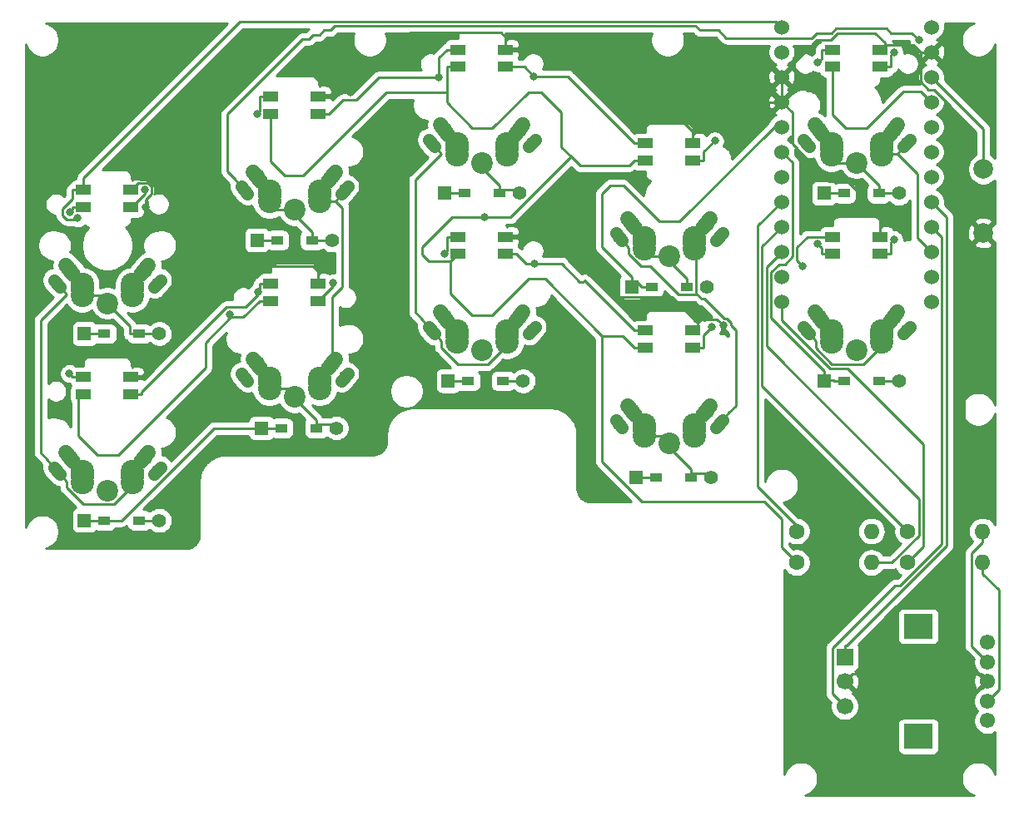
<source format=gbr>
G04 #@! TF.GenerationSoftware,KiCad,Pcbnew,(5.1.4)-1*
G04 #@! TF.CreationDate,2019-11-23T12:37:49+09:00*
G04 #@! TF.ProjectId,pps8,70707338-2e6b-4696-9361-645f70636258,rev?*
G04 #@! TF.SameCoordinates,Original*
G04 #@! TF.FileFunction,Copper,L2,Bot*
G04 #@! TF.FilePolarity,Positive*
%FSLAX46Y46*%
G04 Gerber Fmt 4.6, Leading zero omitted, Abs format (unit mm)*
G04 Created by KiCad (PCBNEW (5.1.4)-1) date 2019-11-23 12:37:49*
%MOMM*%
%LPD*%
G04 APERTURE LIST*
%ADD10O,1.600000X1.600000*%
%ADD11C,1.600000*%
%ADD12R,1.600000X1.000000*%
%ADD13C,1.397000*%
%ADD14R,1.397000X1.397000*%
%ADD15R,1.300000X0.950000*%
%ADD16C,1.250000*%
%ADD17C,1.250000*%
%ADD18C,2.200000*%
%ADD19C,2.400000*%
%ADD20C,1.550000*%
%ADD21C,1.550000*%
%ADD22C,2.000000*%
%ADD23R,3.000000X2.500000*%
%ADD24C,1.700000*%
%ADD25R,1.700000X1.700000*%
%ADD26C,1.524000*%
%ADD27C,0.800000*%
%ADD28C,0.250000*%
%ADD29C,0.254000*%
G04 APERTURE END LIST*
D10*
X98020000Y-38100000D03*
D11*
X90400000Y-38100000D03*
X90400000Y-41300000D03*
D10*
X98020000Y-41300000D03*
X86720000Y-41300000D03*
D11*
X79100000Y-41300000D03*
D10*
X86720000Y-38100000D03*
D11*
X79100000Y-38100000D03*
D12*
X6600000Y-3375000D03*
X6600000Y-5125000D03*
X11400000Y-5125000D03*
X11400000Y-3375000D03*
X11400000Y-22425000D03*
X11400000Y-24175000D03*
X6600000Y-24175000D03*
X6600000Y-22425000D03*
D13*
X14310000Y-18000000D03*
D14*
X6690000Y-18000000D03*
D15*
X8725000Y-18000000D03*
X12275000Y-18000000D03*
X12275000Y-37000000D03*
X8725000Y-37000000D03*
D14*
X6690000Y-37000000D03*
D13*
X14310000Y-37000000D03*
D12*
X30450000Y6150000D03*
X30450000Y4400000D03*
X25650000Y4400000D03*
X25650000Y6150000D03*
X25650000Y-12900000D03*
X25650000Y-14650000D03*
X30450000Y-14650000D03*
X30450000Y-12900000D03*
D15*
X29825000Y-8475000D03*
X26275000Y-8475000D03*
D14*
X24240000Y-8475000D03*
D13*
X31860000Y-8475000D03*
X32310000Y-27600000D03*
D14*
X24690000Y-27600000D03*
D15*
X26725000Y-27600000D03*
X30275000Y-27600000D03*
D12*
X44700000Y10912500D03*
X44700000Y9162500D03*
X49500000Y9162500D03*
X49500000Y10912500D03*
X49500000Y-8137500D03*
X49500000Y-9887500D03*
X44700000Y-9887500D03*
X44700000Y-8137500D03*
D13*
X50910000Y-3712500D03*
D14*
X43290000Y-3712500D03*
D15*
X45325000Y-3712500D03*
X48875000Y-3712500D03*
X49275000Y-22800000D03*
X45725000Y-22800000D03*
D14*
X43690000Y-22800000D03*
D13*
X51310000Y-22800000D03*
D12*
X63750000Y1387500D03*
X63750000Y-362500D03*
X68550000Y-362500D03*
X68550000Y1387500D03*
X68550000Y-17662500D03*
X68550000Y-19412500D03*
X63750000Y-19412500D03*
X63750000Y-17662500D03*
D15*
X67925000Y-13237500D03*
X64375000Y-13237500D03*
D14*
X62340000Y-13237500D03*
D13*
X69960000Y-13237500D03*
X70410000Y-32600000D03*
D14*
X62790000Y-32600000D03*
D15*
X64825000Y-32600000D03*
X68375000Y-32600000D03*
D16*
X3900000Y-12900000D03*
D17*
X4205324Y-13263871D02*
X3594676Y-12536129D01*
D16*
X14100000Y-12900000D03*
D17*
X14405324Y-12536129D02*
X13794676Y-13263871D01*
D18*
X9000000Y-14900000D03*
D19*
X6460000Y-14080000D03*
D20*
X12810000Y-11540000D03*
D21*
X13211742Y-11061222D02*
X12408258Y-12018778D01*
D19*
X11540000Y-14080000D03*
D20*
X5190000Y-11540000D03*
D21*
X5591742Y-12018778D02*
X4788258Y-11061222D01*
D19*
X6460000Y-13500000D03*
X6460000Y-13000000D03*
X11540000Y-13000000D03*
X11540000Y-13500000D03*
X11540000Y-32550000D03*
X11540000Y-32050000D03*
X6460000Y-32050000D03*
X6460000Y-32550000D03*
D20*
X5190000Y-30590000D03*
D21*
X5591742Y-31068778D02*
X4788258Y-30111222D01*
D19*
X11540000Y-33130000D03*
D20*
X12810000Y-30590000D03*
D21*
X13211742Y-30111222D02*
X12408258Y-31068778D01*
D19*
X6460000Y-33130000D03*
D18*
X9000000Y-33950000D03*
D16*
X14100000Y-31950000D03*
D17*
X14405324Y-31586129D02*
X13794676Y-32313871D01*
D16*
X3900000Y-31950000D03*
D17*
X4205324Y-32313871D02*
X3594676Y-31586129D01*
D19*
X30590000Y-3975000D03*
X30590000Y-3475000D03*
X25510000Y-3475000D03*
X25510000Y-3975000D03*
D20*
X24240000Y-2015000D03*
D21*
X24641742Y-2493778D02*
X23838258Y-1536222D01*
D19*
X30590000Y-4555000D03*
D20*
X31860000Y-2015000D03*
D21*
X32261742Y-1536222D02*
X31458258Y-2493778D01*
D19*
X25510000Y-4555000D03*
D18*
X28050000Y-5375000D03*
D16*
X33150000Y-3375000D03*
D17*
X33455324Y-3011129D02*
X32844676Y-3738871D01*
D16*
X22950000Y-3375000D03*
D17*
X23255324Y-3738871D02*
X22644676Y-3011129D01*
D16*
X22950000Y-22425000D03*
D17*
X23255324Y-22788871D02*
X22644676Y-22061129D01*
D16*
X33150000Y-22425000D03*
D17*
X33455324Y-22061129D02*
X32844676Y-22788871D01*
D18*
X28050000Y-24425000D03*
D19*
X25510000Y-23605000D03*
D20*
X31860000Y-21065000D03*
D21*
X32261742Y-20586222D02*
X31458258Y-21543778D01*
D19*
X30590000Y-23605000D03*
D20*
X24240000Y-21065000D03*
D21*
X24641742Y-21543778D02*
X23838258Y-20586222D01*
D19*
X25510000Y-23025000D03*
X25510000Y-22525000D03*
X30590000Y-22525000D03*
X30590000Y-23025000D03*
D16*
X42000000Y1387500D03*
D17*
X42305324Y1023629D02*
X41694676Y1751371D01*
D16*
X52200000Y1387500D03*
D17*
X52505324Y1751371D02*
X51894676Y1023629D01*
D18*
X47100000Y-612500D03*
D19*
X44560000Y207500D03*
D20*
X50910000Y2747500D03*
D21*
X51311742Y3226278D02*
X50508258Y2268722D01*
D19*
X49640000Y207500D03*
D20*
X43290000Y2747500D03*
D21*
X43691742Y2268722D02*
X42888258Y3226278D01*
D19*
X44560000Y787500D03*
X44560000Y1287500D03*
X49640000Y1287500D03*
X49640000Y787500D03*
X49640000Y-18262500D03*
X49640000Y-17762500D03*
X44560000Y-17762500D03*
X44560000Y-18262500D03*
D20*
X43290000Y-16302500D03*
D21*
X43691742Y-16781278D02*
X42888258Y-15823722D01*
D19*
X49640000Y-18842500D03*
D20*
X50910000Y-16302500D03*
D21*
X51311742Y-15823722D02*
X50508258Y-16781278D01*
D19*
X44560000Y-18842500D03*
D18*
X47100000Y-19662500D03*
D16*
X52200000Y-17662500D03*
D17*
X52505324Y-17298629D02*
X51894676Y-18026371D01*
D16*
X42000000Y-17662500D03*
D17*
X42305324Y-18026371D02*
X41694676Y-17298629D01*
D19*
X68690000Y-8737500D03*
X68690000Y-8237500D03*
X63610000Y-8237500D03*
X63610000Y-8737500D03*
D20*
X62340000Y-6777500D03*
D21*
X62741742Y-7256278D02*
X61938258Y-6298722D01*
D19*
X68690000Y-9317500D03*
D20*
X69960000Y-6777500D03*
D21*
X70361742Y-6298722D02*
X69558258Y-7256278D01*
D19*
X63610000Y-9317500D03*
D18*
X66150000Y-10137500D03*
D16*
X71250000Y-8137500D03*
D17*
X71555324Y-7773629D02*
X70944676Y-8501371D01*
D16*
X61050000Y-8137500D03*
D17*
X61355324Y-8501371D02*
X60744676Y-7773629D01*
D16*
X61050000Y-27187500D03*
D17*
X61355324Y-27551371D02*
X60744676Y-26823629D01*
D16*
X71250000Y-27187500D03*
D17*
X71555324Y-26823629D02*
X70944676Y-27551371D01*
D18*
X66150000Y-29187500D03*
D19*
X63610000Y-28367500D03*
D20*
X69960000Y-25827500D03*
D21*
X70361742Y-25348722D02*
X69558258Y-26306278D01*
D19*
X68690000Y-28367500D03*
D20*
X62340000Y-25827500D03*
D21*
X62741742Y-26306278D02*
X61938258Y-25348722D01*
D19*
X63610000Y-27787500D03*
X63610000Y-27287500D03*
X68690000Y-27287500D03*
X68690000Y-27787500D03*
D22*
X98100000Y-7750000D03*
X98100000Y-1250000D03*
D20*
X98500000Y-55400000D03*
X98500000Y-51400000D03*
D23*
X91500000Y-59000000D03*
X91500000Y-47800000D03*
D24*
X84000000Y-55900000D03*
X84000000Y-53400000D03*
D25*
X84000000Y-50900000D03*
D20*
X98500000Y-53400000D03*
X98500000Y-49400000D03*
X98500000Y-57400000D03*
D26*
X77588600Y13208000D03*
X77588600Y10668000D03*
X77588600Y8128000D03*
X77588600Y5588000D03*
X77588600Y3048000D03*
X77588600Y508000D03*
X77588600Y-2032000D03*
X77588600Y-4572000D03*
X77588600Y-7112000D03*
X77588600Y-9652000D03*
X77588600Y-12192000D03*
X77588600Y-14732000D03*
X92808600Y-14732000D03*
X92808600Y-12192000D03*
X92808600Y-9652000D03*
X92808600Y-7112000D03*
X92808600Y-4572000D03*
X92808600Y-2032000D03*
X92808600Y508000D03*
X92808600Y3048000D03*
X92808600Y5588000D03*
X92808600Y8128000D03*
X92808600Y10668000D03*
X92808600Y13208000D03*
D13*
X89510000Y-3712500D03*
D14*
X81890000Y-3712500D03*
D15*
X83925000Y-3712500D03*
X87475000Y-3712500D03*
X87475000Y-22800000D03*
X83925000Y-22800000D03*
D14*
X81890000Y-22800000D03*
D13*
X89510000Y-22800000D03*
D12*
X87600000Y10912500D03*
X87600000Y9162500D03*
X82800000Y9162500D03*
X82800000Y10912500D03*
X82800000Y-8137500D03*
X82800000Y-9887500D03*
X87600000Y-9887500D03*
X87600000Y-8137500D03*
D19*
X87740000Y787500D03*
X87740000Y1287500D03*
X82660000Y1287500D03*
X82660000Y787500D03*
D20*
X81390000Y2747500D03*
D21*
X81791742Y2268722D02*
X80988258Y3226278D01*
D19*
X87740000Y207500D03*
D20*
X89010000Y2747500D03*
D21*
X89411742Y3226278D02*
X88608258Y2268722D01*
D19*
X82660000Y207500D03*
D18*
X85200000Y-612500D03*
D16*
X90300000Y1387500D03*
D17*
X90605324Y1751371D02*
X89994676Y1023629D01*
D16*
X80100000Y1387500D03*
D17*
X80405324Y1023629D02*
X79794676Y1751371D01*
D16*
X80100000Y-17662500D03*
D17*
X80405324Y-18026371D02*
X79794676Y-17298629D01*
D16*
X90300000Y-17662500D03*
D17*
X90605324Y-17298629D02*
X89994676Y-18026371D01*
D18*
X85200000Y-19662500D03*
D19*
X82660000Y-18842500D03*
D20*
X89010000Y-16302500D03*
D21*
X89411742Y-15823722D02*
X88608258Y-16781278D01*
D19*
X87740000Y-18842500D03*
D20*
X81390000Y-16302500D03*
D21*
X81791742Y-16781278D02*
X80988258Y-15823722D01*
D19*
X82660000Y-18262500D03*
X82660000Y-17762500D03*
X87740000Y-17762500D03*
X87740000Y-18262500D03*
D27*
X5175200Y-5614300D03*
X81252100Y-8875800D03*
X47367800Y-6151700D03*
X21485500Y-16007400D03*
X6014000Y-6240600D03*
X12819000Y-3375000D03*
X24236100Y4400000D03*
X71680700Y-17175300D03*
X33750600Y6563000D03*
X12941800Y-5125000D03*
X24364200Y-13775000D03*
X81260100Y9577100D03*
X70791900Y1629700D03*
X42749400Y8095200D03*
X31931800Y-12848700D03*
X43275800Y-9887500D03*
X52413900Y8207100D03*
X52418100Y-10847200D03*
X70476900Y-17319900D03*
X79684700Y-11096400D03*
X91595300Y11863600D03*
X5169500Y-22055900D03*
X89011700Y10651800D03*
X89002300Y-8436700D03*
D28*
X21594100Y-16307900D02*
X21485500Y-16199300D01*
X21485500Y-16199300D02*
X21485500Y-16007400D01*
X81674700Y-9887500D02*
X81674700Y-9298400D01*
X81674700Y-9298400D02*
X81252100Y-8875800D01*
X92808600Y5588000D02*
X91785700Y6610900D01*
X91785700Y6610900D02*
X89927300Y6610900D01*
X89927300Y6610900D02*
X86276600Y2960200D01*
X86276600Y2960200D02*
X84109600Y2960200D01*
X84109600Y2960200D02*
X82800000Y4269800D01*
X82800000Y4269800D02*
X82800000Y9162500D01*
X6600000Y-5125000D02*
X5474700Y-5125000D01*
X5175200Y-5614300D02*
X5474700Y-5314800D01*
X5474700Y-5314800D02*
X5474700Y-5125000D01*
X82800000Y-9887500D02*
X81674700Y-9887500D01*
X56188700Y7400D02*
X55183900Y1012100D01*
X55183900Y1012100D02*
X55183900Y4526800D01*
X55183900Y4526800D02*
X53103500Y6607200D01*
X53103500Y6607200D02*
X51823600Y6607200D01*
X51823600Y6607200D02*
X48176600Y2960200D01*
X48176600Y2960200D02*
X46136600Y2960200D01*
X46136600Y2960200D02*
X43574700Y5522100D01*
X43574700Y5522100D02*
X43574700Y6593700D01*
X43574700Y6593700D02*
X37409600Y6593700D01*
X37409600Y6593700D02*
X28955200Y-1860700D01*
X28955200Y-1860700D02*
X27078800Y-1860700D01*
X27078800Y-1860700D02*
X25650000Y-431900D01*
X25650000Y-431900D02*
X25650000Y4400000D01*
X59320100Y-18235400D02*
X53523800Y-12439100D01*
X53523800Y-12439100D02*
X51827300Y-12439100D01*
X51827300Y-12439100D02*
X48118200Y-16148200D01*
X48118200Y-16148200D02*
X46146200Y-16148200D01*
X46146200Y-16148200D02*
X43928900Y-13930900D01*
X43928900Y-13930900D02*
X43928900Y-10658600D01*
X62624700Y-19412500D02*
X61447600Y-18235400D01*
X61447600Y-18235400D02*
X59320100Y-18235400D01*
X59320100Y-18235400D02*
X59320100Y-31021800D01*
X59320100Y-31021800D02*
X63416000Y-35117700D01*
X63416000Y-35117700D02*
X75806500Y-35117700D01*
X75806500Y-35117700D02*
X77570700Y-36881900D01*
X77570700Y-36881900D02*
X77570700Y-39770700D01*
X77570700Y-39770700D02*
X79100000Y-41300000D01*
X63750000Y-19412500D02*
X62624700Y-19412500D01*
X43928900Y-10658600D02*
X44700000Y-9887500D01*
X47367800Y-6151700D02*
X44100700Y-6151700D01*
X44100700Y-6151700D02*
X41041300Y-9211100D01*
X41041300Y-9211100D02*
X41041300Y-9956400D01*
X41041300Y-9956400D02*
X41743500Y-10658600D01*
X41743500Y-10658600D02*
X43928900Y-10658600D01*
X56188700Y7400D02*
X50029600Y-6151700D01*
X50029600Y-6151700D02*
X47367800Y-6151700D01*
X62624700Y-362500D02*
X62108000Y-879200D01*
X62108000Y-879200D02*
X57075200Y-879200D01*
X57075200Y-879200D02*
X56188700Y7400D01*
X43574700Y6593700D02*
X43574700Y9162500D01*
X6037400Y-24175000D02*
X6037400Y-28444300D01*
X6037400Y-28444300D02*
X7969000Y-30375900D01*
X7969000Y-30375900D02*
X10091900Y-30375900D01*
X10091900Y-30375900D02*
X18977300Y-21490500D01*
X18977300Y-21490500D02*
X18977300Y-18924700D01*
X18977300Y-18924700D02*
X21594100Y-16307900D01*
X6600000Y-24175000D02*
X6037400Y-24175000D01*
X24524700Y-14650000D02*
X22866800Y-16307900D01*
X22866800Y-16307900D02*
X21594100Y-16307900D01*
X25650000Y-14650000D02*
X24524700Y-14650000D01*
X44700000Y9162500D02*
X43574700Y9162500D01*
X63750000Y-362500D02*
X62624700Y-362500D01*
X77588600Y13208000D02*
X77019200Y13777400D01*
X77019200Y13777400D02*
X22490700Y13777400D01*
X22490700Y13777400D02*
X6600000Y-2113300D01*
X6600000Y-2113300D02*
X6600000Y-3375000D01*
X5474700Y-3375000D02*
X5474700Y-4289100D01*
X5474700Y-4289100D02*
X4443000Y-5320800D01*
X4443000Y-5320800D02*
X4443000Y-5956700D01*
X4443000Y-5956700D02*
X4844100Y-6357800D01*
X4844100Y-6357800D02*
X5896800Y-6357800D01*
X5896800Y-6357800D02*
X6014000Y-6240600D01*
X6600000Y-3375000D02*
X5474700Y-3375000D01*
X11400000Y-5125000D02*
X11449900Y-5125000D01*
X11449900Y-5125000D02*
X12819000Y-3755900D01*
X12819000Y-3755900D02*
X12819000Y-3375000D01*
X24524700Y6150000D02*
X24524700Y4688600D01*
X24524700Y4688600D02*
X24236100Y4400000D01*
X25650000Y6150000D02*
X24524700Y6150000D01*
X91706200Y10668000D02*
X90981500Y11392700D01*
X90981500Y11392700D02*
X88080200Y11392700D01*
X92808600Y10668000D02*
X91706200Y10668000D01*
X91706200Y10668000D02*
X91706200Y7660400D01*
X91706200Y7660400D02*
X92508600Y6858000D01*
X92508600Y6858000D02*
X93091800Y6858000D01*
X93091800Y6858000D02*
X94796800Y5153000D01*
X94796800Y5153000D02*
X94796800Y-4446800D01*
X94796800Y-4446800D02*
X98100000Y-7750000D01*
X88080200Y11392700D02*
X87600000Y10912500D01*
X77588600Y8128000D02*
X77588600Y8272500D01*
X77588600Y8272500D02*
X81198400Y11882300D01*
X81198400Y11882300D02*
X82584700Y11882300D01*
X82584700Y11882300D02*
X83315200Y12612800D01*
X83315200Y12612800D02*
X87090700Y12612800D01*
X87090700Y12612800D02*
X88080200Y11623300D01*
X88080200Y11623300D02*
X88080200Y11392700D01*
X18958000Y-11141200D02*
X18958000Y-15992300D01*
X18958000Y-15992300D02*
X12525300Y-22425000D01*
X11400000Y-22425000D02*
X12525300Y-22425000D01*
X18958000Y-11141200D02*
X29946100Y-11141200D01*
X29946100Y-11141200D02*
X30450000Y-11645100D01*
X30450000Y-11645100D02*
X30450000Y-12900000D01*
X12941800Y-5125000D02*
X18958000Y-11141200D01*
X96174400Y-52625000D02*
X84775000Y-52625000D01*
X84775000Y-52625000D02*
X84000000Y-53400000D01*
X98500000Y-53400000D02*
X97725000Y-52625000D01*
X97725000Y-52625000D02*
X96174400Y-52625000D01*
X98100000Y-7750000D02*
X96174400Y-9675600D01*
X96174400Y-9675600D02*
X96174400Y-52625000D01*
X69032300Y-16880800D02*
X66412900Y-14261400D01*
X66412900Y-14261400D02*
X60345200Y-14261400D01*
X60345200Y-14261400D02*
X54221300Y-8137500D01*
X54221300Y-8137500D02*
X49500000Y-8137500D01*
X71680700Y-17175300D02*
X71037900Y-16532500D01*
X71037900Y-16532500D02*
X69380600Y-16532500D01*
X69380600Y-16532500D02*
X69032300Y-16880800D01*
X69032300Y-16880800D02*
X69032300Y-17180200D01*
X69032300Y-17180200D02*
X68550000Y-17662500D01*
X77588600Y5588000D02*
X78676000Y4500600D01*
X78676000Y4500600D02*
X78676000Y1322800D01*
X78676000Y1322800D02*
X82470300Y-2471500D01*
X82470300Y-2471500D02*
X84300400Y-2471500D01*
X84300400Y-2471500D02*
X87600000Y-5771100D01*
X87600000Y-5771100D02*
X87600000Y-8137500D01*
X77588600Y5588000D02*
X71517600Y5588000D01*
X71517600Y5588000D02*
X68550000Y2620400D01*
X68550000Y2620400D02*
X68550000Y1387500D01*
X49500000Y10912500D02*
X60257900Y10912500D01*
X60257900Y10912500D02*
X68550000Y2620400D01*
X77588600Y5588000D02*
X77588600Y8128000D01*
X49500000Y10912500D02*
X49500000Y12164500D01*
X49500000Y12164500D02*
X49035900Y12628600D01*
X49035900Y12628600D02*
X39816200Y12628600D01*
X39816200Y12628600D02*
X33750600Y6563000D01*
X12941800Y-5125000D02*
X12941800Y-4369200D01*
X12941800Y-4369200D02*
X13545800Y-3765200D01*
X13545800Y-3765200D02*
X13545800Y-3002100D01*
X13545800Y-3002100D02*
X13165500Y-2621800D01*
X13165500Y-2621800D02*
X12153200Y-2621800D01*
X12153200Y-2621800D02*
X11400000Y-3375000D01*
X30450000Y6150000D02*
X31575300Y6150000D01*
X31575300Y6150000D02*
X31988300Y6563000D01*
X31988300Y6563000D02*
X33750600Y6563000D01*
X11400000Y-24175000D02*
X12525300Y-24175000D01*
X12525300Y-24175000D02*
X12525300Y-23895600D01*
X12525300Y-23895600D02*
X21140100Y-15280800D01*
X21140100Y-15280800D02*
X23078800Y-15280800D01*
X23078800Y-15280800D02*
X24364200Y-13995400D01*
X24364200Y-13995400D02*
X24364200Y-13775000D01*
X25650000Y-12900000D02*
X24524700Y-12900000D01*
X24364200Y-13775000D02*
X24524700Y-13614500D01*
X24524700Y-13614500D02*
X24524700Y-12900000D01*
X82800000Y10912500D02*
X81674700Y10912500D01*
X81674700Y10912500D02*
X81674700Y9991700D01*
X81674700Y9991700D02*
X81260100Y9577100D01*
X68550000Y-362500D02*
X69675300Y-362500D01*
X69675300Y-362500D02*
X69675300Y513100D01*
X69675300Y513100D02*
X70791900Y1629700D01*
X6460000Y-13000000D02*
X6432500Y-13000000D01*
X6432500Y-13000000D02*
X6324700Y-12892200D01*
X6460000Y-13000000D02*
X6460000Y-13500000D01*
X5190000Y-11540000D02*
X6324700Y-12892200D01*
X12275000Y-18000000D02*
X11299700Y-18000000D01*
X9000000Y-14900000D02*
X11299700Y-17199700D01*
X11299700Y-17199700D02*
X11299700Y-18000000D01*
X6460000Y-14080000D02*
X8180000Y-14080000D01*
X8180000Y-14080000D02*
X9000000Y-14900000D01*
X6460000Y-13500000D02*
X6460000Y-14080000D01*
X12275000Y-18000000D02*
X14310000Y-18000000D01*
X64375000Y-13237500D02*
X63399700Y-13237500D01*
X62340000Y-12725600D02*
X62887800Y-12725600D01*
X62887800Y-12725600D02*
X63399700Y-13237500D01*
X62340000Y-12725600D02*
X62340000Y-12213700D01*
X62340000Y-13237500D02*
X62340000Y-12725600D01*
X77588600Y3048000D02*
X76811400Y3048000D01*
X76811400Y3048000D02*
X67185500Y-6577900D01*
X67185500Y-6577900D02*
X65137500Y-6577900D01*
X65137500Y-6577900D02*
X61488600Y-2929000D01*
X61488600Y-2929000D02*
X60127400Y-2929000D01*
X60127400Y-2929000D02*
X59324900Y-3731500D01*
X59324900Y-3731500D02*
X59324900Y-9198600D01*
X59324900Y-9198600D02*
X62340000Y-12213700D01*
X81890000Y-3712500D02*
X82949700Y-3712500D01*
X83925000Y-3712500D02*
X82949700Y-3712500D01*
X8725000Y-18000000D02*
X6690000Y-18000000D01*
X45325000Y-3712500D02*
X43290000Y-3712500D01*
X26275000Y-8475000D02*
X24240000Y-8475000D01*
X14310000Y-37000000D02*
X12275000Y-37000000D01*
X6460000Y-32550000D02*
X6460000Y-32050000D01*
X6460000Y-33130000D02*
X6460000Y-32550000D01*
X5190000Y-30590000D02*
X6324700Y-31942200D01*
X6324700Y-31942200D02*
X6324800Y-31942100D01*
X6324800Y-31942100D02*
X6352100Y-31942100D01*
X6352100Y-31942100D02*
X6460000Y-32050000D01*
X31575300Y4400000D02*
X32946700Y5771400D01*
X32946700Y5771400D02*
X34300700Y5771400D01*
X34300700Y5771400D02*
X36624500Y8095200D01*
X36624500Y8095200D02*
X42749400Y8095200D01*
X44700000Y10912500D02*
X43574700Y10912500D01*
X42749400Y8095200D02*
X42749400Y10087200D01*
X42749400Y10087200D02*
X43574700Y10912500D01*
X30450000Y4400000D02*
X31575300Y4400000D01*
X30450000Y-14650000D02*
X30460100Y-14650000D01*
X30460100Y-14650000D02*
X31931800Y-13178300D01*
X31931800Y-13178300D02*
X31931800Y-12848700D01*
X44700000Y-8137500D02*
X43574700Y-8137500D01*
X43574700Y-8137500D02*
X43574700Y-9588600D01*
X43574700Y-9588600D02*
X43275800Y-9887500D01*
X28050000Y-5375000D02*
X26330000Y-5375000D01*
X26330000Y-5375000D02*
X25510000Y-4555000D01*
X28050000Y-5375000D02*
X28050000Y-5899700D01*
X28050000Y-5899700D02*
X29825000Y-7674700D01*
X29825000Y-8475000D02*
X29825000Y-7674700D01*
X31860000Y-8475000D02*
X29825000Y-8475000D01*
X25510000Y-3975000D02*
X25510000Y-3475000D01*
X25510000Y-4555000D02*
X25510000Y-3975000D01*
X24240000Y-2015000D02*
X25374700Y-3367200D01*
X25374700Y-3367200D02*
X25374800Y-3367100D01*
X25374800Y-3367100D02*
X25402100Y-3367100D01*
X25402100Y-3367100D02*
X25510000Y-3475000D01*
X30275000Y-27199800D02*
X31909800Y-27199800D01*
X31909800Y-27199800D02*
X32310000Y-27600000D01*
X30275000Y-27199800D02*
X30275000Y-26799700D01*
X30275000Y-27600000D02*
X30275000Y-27199800D01*
X28050000Y-24425000D02*
X28050000Y-24574700D01*
X28050000Y-24574700D02*
X30275000Y-26799700D01*
X25510000Y-23605000D02*
X27230000Y-23605000D01*
X27230000Y-23605000D02*
X28050000Y-24425000D01*
X25510000Y-22525000D02*
X25482500Y-22525000D01*
X25482500Y-22525000D02*
X25374700Y-22417200D01*
X25510000Y-22525000D02*
X25510000Y-23025000D01*
X24240000Y-21065000D02*
X25374700Y-22417200D01*
X25510000Y-23025000D02*
X25510000Y-23605000D01*
X62624700Y1387500D02*
X55805100Y8207100D01*
X55805100Y8207100D02*
X52413900Y8207100D01*
X52413900Y8207100D02*
X51458500Y9162500D01*
X51458500Y9162500D02*
X50625300Y9162500D01*
X49500000Y9162500D02*
X50625300Y9162500D01*
X63750000Y1387500D02*
X62624700Y1387500D01*
X52418100Y-10847200D02*
X55227000Y-10847200D01*
X55227000Y-10847200D02*
X55227000Y-10901700D01*
X55227000Y-10901700D02*
X57046200Y-12720900D01*
X57046200Y-12720900D02*
X57419500Y-12720900D01*
X57419500Y-12720900D02*
X57551300Y-12589100D01*
X57551300Y-12589100D02*
X62624700Y-17662500D01*
X50625300Y-9887500D02*
X51585000Y-10847200D01*
X51585000Y-10847200D02*
X52418100Y-10847200D01*
X49500000Y-9887500D02*
X50625300Y-9887500D01*
X63750000Y-17662500D02*
X62624700Y-17662500D01*
X44560000Y1287500D02*
X44532500Y1287500D01*
X44532500Y1287500D02*
X44424700Y1395300D01*
X44560000Y1287500D02*
X44560000Y787500D01*
X43290000Y2747500D02*
X44424700Y1395300D01*
X48875000Y-3312300D02*
X50509800Y-3312300D01*
X50509800Y-3312300D02*
X50910000Y-3712500D01*
X48875000Y-3312300D02*
X48875000Y-2912200D01*
X48875000Y-3712500D02*
X48875000Y-3312300D01*
X47100000Y-612500D02*
X47100000Y-1137200D01*
X47100000Y-1137200D02*
X48875000Y-2912200D01*
X44560000Y787500D02*
X44560000Y207500D01*
X51310000Y-22800000D02*
X49275000Y-22800000D01*
X44560000Y-18262500D02*
X44560000Y-17762500D01*
X44560000Y-18842500D02*
X44560000Y-18262500D01*
X43290000Y-16302500D02*
X44424700Y-17654700D01*
X44424700Y-17654700D02*
X44424800Y-17654600D01*
X44424800Y-17654600D02*
X44452100Y-17654600D01*
X44452100Y-17654600D02*
X44560000Y-17762500D01*
X68550000Y-19412500D02*
X69675300Y-19412500D01*
X69675300Y-19412500D02*
X69675300Y-18121500D01*
X69675300Y-18121500D02*
X70476900Y-17319900D01*
X82800000Y-8137500D02*
X80198600Y-8137500D01*
X80198600Y-8137500D02*
X79133500Y-9202600D01*
X79133500Y-9202600D02*
X79133500Y-10545200D01*
X79133500Y-10545200D02*
X79684700Y-11096400D01*
X63610000Y-9317500D02*
X63610000Y-8737500D01*
X66150000Y-10137500D02*
X64430000Y-10137500D01*
X64430000Y-10137500D02*
X63610000Y-9317500D01*
X66150000Y-10137500D02*
X66150000Y-10662200D01*
X66150000Y-10662200D02*
X67925000Y-12437200D01*
X67925000Y-13237500D02*
X67925000Y-12437200D01*
X63610000Y-8737500D02*
X63610000Y-8237500D01*
X62340000Y-6777500D02*
X63474700Y-8129700D01*
X63474700Y-8129700D02*
X63474800Y-8129600D01*
X63474800Y-8129600D02*
X63502100Y-8129600D01*
X63502100Y-8129600D02*
X63610000Y-8237500D01*
X63610000Y-27287500D02*
X63582500Y-27287500D01*
X63582500Y-27287500D02*
X63474700Y-27179700D01*
X63610000Y-27287500D02*
X63610000Y-27787500D01*
X62340000Y-25827500D02*
X63474700Y-27179700D01*
X68375000Y-32199800D02*
X70009800Y-32199800D01*
X70009800Y-32199800D02*
X70410000Y-32600000D01*
X68375000Y-32199800D02*
X68375000Y-31799700D01*
X68375000Y-32600000D02*
X68375000Y-32199800D01*
X66150000Y-29187500D02*
X66150000Y-29574700D01*
X66150000Y-29574700D02*
X68375000Y-31799700D01*
X63610000Y-28367500D02*
X65330000Y-28367500D01*
X65330000Y-28367500D02*
X66150000Y-29187500D01*
X63610000Y-27787500D02*
X63610000Y-28367500D01*
X3900000Y-31950000D02*
X2961600Y-30831800D01*
X3900000Y-12900000D02*
X4838400Y-14018200D01*
X4838400Y-14018200D02*
X2211900Y-16644700D01*
X2211900Y-16644700D02*
X2211900Y-30082100D01*
X2211900Y-30082100D02*
X2961600Y-30831800D01*
X3900000Y-31950000D02*
X4838400Y-33068200D01*
X4838400Y-33068200D02*
X4838300Y-33068300D01*
X4838300Y-33068300D02*
X4838300Y-33678900D01*
X4838300Y-33678900D02*
X6534700Y-35375300D01*
X6534700Y-35375300D02*
X9663600Y-35375300D01*
X9663600Y-35375300D02*
X11540000Y-33498900D01*
X11540000Y-33498900D02*
X11540000Y-33130000D01*
X11540000Y-13500000D02*
X11540000Y-14080000D01*
X11540000Y-13000000D02*
X11540000Y-13500000D01*
X12810000Y-30590000D02*
X11675300Y-31942200D01*
X11540000Y-32050000D02*
X11540000Y-32550000D01*
X11675300Y-31942200D02*
X11675200Y-31942100D01*
X11675200Y-31942100D02*
X11647900Y-31942100D01*
X11647900Y-31942100D02*
X11540000Y-32050000D01*
X11540000Y-33130000D02*
X11540000Y-32550000D01*
X22011600Y-2256800D02*
X21224200Y-1469400D01*
X21224200Y-1469400D02*
X21224200Y4333000D01*
X21224200Y4333000D02*
X28867300Y11976100D01*
X28867300Y11976100D02*
X29503900Y11976100D01*
X29503900Y11976100D02*
X29954200Y12426400D01*
X29954200Y12426400D02*
X30591100Y12426400D01*
X30591100Y12426400D02*
X31041400Y12876700D01*
X31041400Y12876700D02*
X31678300Y12876700D01*
X31678300Y12876700D02*
X32128600Y13327000D01*
X32128600Y13327000D02*
X68839500Y13327000D01*
X68839500Y13327000D02*
X69289500Y12877000D01*
X69289500Y12877000D02*
X69926400Y12877000D01*
X69926400Y12877000D02*
X69926500Y12876900D01*
X69926500Y12876900D02*
X70563400Y12876900D01*
X70563400Y12876900D02*
X70563500Y12876800D01*
X70563500Y12876800D02*
X71200400Y12876800D01*
X71200400Y12876800D02*
X71969800Y12107400D01*
X71969800Y12107400D02*
X80636800Y12107400D01*
X80636800Y12107400D02*
X81144900Y12615500D01*
X81144900Y12615500D02*
X82681000Y12615500D01*
X82681000Y12615500D02*
X83128600Y13063100D01*
X83128600Y13063100D02*
X88233800Y13063100D01*
X88233800Y13063100D02*
X88681400Y12615500D01*
X88681400Y12615500D02*
X90843400Y12615500D01*
X90843400Y12615500D02*
X91595300Y11863600D01*
X30590000Y-4493200D02*
X30590000Y-4555000D01*
X30590000Y-3975000D02*
X30590000Y-4493200D01*
X30590000Y-4493200D02*
X32211600Y-4493200D01*
X33150000Y-3375000D02*
X32211600Y-4493200D01*
X30590000Y-3475000D02*
X30617500Y-3475000D01*
X30617500Y-3475000D02*
X30725300Y-3367200D01*
X30590000Y-3475000D02*
X30590000Y-3975000D01*
X31860000Y-2015000D02*
X30725300Y-3367200D01*
X32211600Y-4493200D02*
X32915400Y-5197000D01*
X32915400Y-5197000D02*
X32915400Y-13232900D01*
X32915400Y-13232900D02*
X31860000Y-14288300D01*
X31860000Y-14288300D02*
X31860000Y-21065000D01*
X22950000Y-3375000D02*
X22011600Y-2256800D01*
X30590000Y-23025000D02*
X30590000Y-23605000D01*
X30590000Y-22525000D02*
X30590000Y-23025000D01*
X42000000Y-17662500D02*
X42938400Y-18780700D01*
X49640000Y-18842500D02*
X49640000Y-19181900D01*
X49640000Y-19181900D02*
X47723900Y-21098000D01*
X47723900Y-21098000D02*
X44649600Y-21098000D01*
X44649600Y-21098000D02*
X42938300Y-19386700D01*
X42938300Y-19386700D02*
X42938300Y-18780800D01*
X42938300Y-18780800D02*
X42938400Y-18780700D01*
X49640000Y-18262500D02*
X49640000Y-18842500D01*
X42000000Y1387500D02*
X42938400Y269300D01*
X49640000Y-17762500D02*
X49640000Y-18262500D01*
X49775300Y-17654700D02*
X49775200Y-17654600D01*
X49775200Y-17654600D02*
X49747900Y-17654600D01*
X49747900Y-17654600D02*
X49640000Y-17762500D01*
X42000000Y-17662500D02*
X41061600Y-16544300D01*
X42938400Y269300D02*
X40318500Y-2350600D01*
X40318500Y-2350600D02*
X40318500Y-15801200D01*
X40318500Y-15801200D02*
X41061600Y-16544300D01*
X49640000Y1287500D02*
X49640000Y787500D01*
X50910000Y-16302500D02*
X49775300Y-17654700D01*
X72188400Y-26069300D02*
X72930300Y-25327400D01*
X72930300Y-25327400D02*
X72930300Y-17657300D01*
X72930300Y-17657300D02*
X72406000Y-17133000D01*
X72406000Y-17133000D02*
X72406000Y-16874800D01*
X72406000Y-16874800D02*
X71981200Y-16450000D01*
X71981200Y-16450000D02*
X71723000Y-16450000D01*
X71723000Y-16450000D02*
X69747300Y-14474300D01*
X69747300Y-14474300D02*
X69506100Y-14474300D01*
X69506100Y-14474300D02*
X68918300Y-13886500D01*
X68918300Y-13886500D02*
X68760200Y-14044600D01*
X68760200Y-14044600D02*
X67122300Y-14044600D01*
X67122300Y-14044600D02*
X64225100Y-11147400D01*
X64225100Y-11147400D02*
X63281200Y-11147400D01*
X63281200Y-11147400D02*
X61988300Y-9854500D01*
X61988300Y-9854500D02*
X61988300Y-9255800D01*
X61988300Y-9255800D02*
X61988400Y-9255700D01*
X68690000Y-9317500D02*
X68918300Y-9545800D01*
X68918300Y-9545800D02*
X68918300Y-13886500D01*
X71250000Y-27187500D02*
X72188400Y-26069300D01*
X68690000Y-9317500D02*
X68690000Y-8737500D01*
X61050000Y-8137500D02*
X61988400Y-9255700D01*
X68690000Y-27787500D02*
X68690000Y-28367500D01*
X68690000Y-8237500D02*
X68690000Y-8737500D01*
X68825300Y-8129700D02*
X68825200Y-8129600D01*
X68825200Y-8129600D02*
X68797900Y-8129600D01*
X68797900Y-8129600D02*
X68690000Y-8237500D01*
X69960000Y-6777500D02*
X68825300Y-8129700D01*
X92808600Y8128000D02*
X98100000Y2836600D01*
X98100000Y2836600D02*
X98100000Y-1250000D01*
X92808600Y-7112000D02*
X93896000Y-8199400D01*
X93896000Y-8199400D02*
X93896000Y-39404600D01*
X93896000Y-39404600D02*
X89653000Y-43647600D01*
X89653000Y-43647600D02*
X89086100Y-43647600D01*
X89086100Y-43647600D02*
X82758200Y-49975500D01*
X82758200Y-49975500D02*
X82758200Y-54658200D01*
X82758200Y-54658200D02*
X84000000Y-55900000D01*
X80100000Y-17662500D02*
X81038400Y-18780700D01*
X87740000Y-18842500D02*
X87740000Y-19219400D01*
X87740000Y-19219400D02*
X85861400Y-21098000D01*
X85861400Y-21098000D02*
X82722000Y-21098000D01*
X82722000Y-21098000D02*
X81038300Y-19414300D01*
X81038300Y-19414300D02*
X81038300Y-18780800D01*
X81038300Y-18780800D02*
X81038400Y-18780700D01*
X87740000Y-18262500D02*
X87740000Y-18842500D01*
X87740000Y269300D02*
X87740000Y787500D01*
X87740000Y207500D02*
X87740000Y269300D01*
X87740000Y269300D02*
X89361600Y269300D01*
X90300000Y1387500D02*
X89361600Y269300D01*
X89010000Y2747500D02*
X87875300Y1395300D01*
X87740000Y1287500D02*
X87847900Y1395400D01*
X87847900Y1395400D02*
X87875200Y1395400D01*
X87875200Y1395400D02*
X87875300Y1395300D01*
X92808600Y-9652000D02*
X91380000Y-8223400D01*
X91380000Y-8223400D02*
X91380000Y-1749100D01*
X91380000Y-1749100D02*
X89361600Y269300D01*
X87740000Y-17762500D02*
X87740000Y-18262500D01*
X87875300Y-17654700D02*
X87875200Y-17654600D01*
X87875200Y-17654600D02*
X87847900Y-17654600D01*
X87847900Y-17654600D02*
X87740000Y-17762500D01*
X89010000Y-16302500D02*
X87875300Y-17654700D01*
X77588600Y-4572000D02*
X75144400Y-7016200D01*
X75144400Y-7016200D02*
X75144400Y-33596900D01*
X75144400Y-33596900D02*
X79100000Y-37552500D01*
X79100000Y-37552500D02*
X79100000Y-38100000D01*
X98020000Y-38100000D02*
X98020000Y-39225300D01*
X98500000Y-51400000D02*
X96894700Y-49794700D01*
X96894700Y-49794700D02*
X96894700Y-40350600D01*
X96894700Y-40350600D02*
X98020000Y-39225300D01*
X77588600Y-7112000D02*
X75594700Y-9105900D01*
X75594700Y-9105900D02*
X75594700Y-23294700D01*
X75594700Y-23294700D02*
X90400000Y-38100000D01*
X90400000Y-41300000D02*
X92001200Y-39698800D01*
X92001200Y-39698800D02*
X92001200Y-29291100D01*
X92001200Y-29291100D02*
X84258500Y-21548400D01*
X84258500Y-21548400D02*
X82535500Y-21548400D01*
X82535500Y-21548400D02*
X77588600Y-16601500D01*
X77588600Y-16601500D02*
X77588600Y-14732000D01*
X98020000Y-41300000D02*
X98020000Y-42425300D01*
X98500000Y-55400000D02*
X99664600Y-54235400D01*
X99664600Y-54235400D02*
X99664600Y-44069900D01*
X99664600Y-44069900D02*
X98020000Y-42425300D01*
X77588600Y-9652000D02*
X76045000Y-11195600D01*
X76045000Y-11195600D02*
X76045000Y-19289500D01*
X76045000Y-19289500D02*
X91550900Y-34795400D01*
X91550900Y-34795400D02*
X91550900Y-38557600D01*
X91550900Y-38557600D02*
X88808500Y-41300000D01*
X88808500Y-41300000D02*
X86720000Y-41300000D01*
X5169500Y-22055900D02*
X5474700Y-22361100D01*
X5474700Y-22361100D02*
X5474700Y-22425000D01*
X6600000Y-22425000D02*
X5474700Y-22425000D01*
X88725300Y9162500D02*
X88725300Y10365400D01*
X88725300Y10365400D02*
X89011700Y10651800D01*
X87600000Y9162500D02*
X88725300Y9162500D01*
X82660000Y207500D02*
X82660000Y787500D01*
X85200000Y-612500D02*
X83480000Y-612500D01*
X83480000Y-612500D02*
X82660000Y207500D01*
X85200000Y-612500D02*
X85200000Y-637200D01*
X85200000Y-637200D02*
X87475000Y-2912200D01*
X87475000Y-3712500D02*
X87475000Y-2912200D01*
X87475000Y-3712500D02*
X89510000Y-3712500D01*
X82660000Y787500D02*
X82660000Y1287500D01*
X81390000Y2747500D02*
X82524700Y1395300D01*
X82524700Y1395300D02*
X82524800Y1395400D01*
X82524800Y1395400D02*
X82552100Y1395400D01*
X82552100Y1395400D02*
X82660000Y1287500D01*
X89510000Y-22800000D02*
X87475000Y-22800000D01*
X82660000Y-17762500D02*
X82632500Y-17762500D01*
X82632500Y-17762500D02*
X82524700Y-17654700D01*
X82660000Y-17762500D02*
X82660000Y-18262500D01*
X81390000Y-16302500D02*
X82524700Y-17654700D01*
X82660000Y-18262500D02*
X82660000Y-18842500D01*
X88725300Y-9887500D02*
X88725300Y-8713700D01*
X88725300Y-8713700D02*
X89002300Y-8436700D01*
X87600000Y-9887500D02*
X88725300Y-9887500D01*
X84000000Y-50900000D02*
X84000000Y-49724700D01*
X92808600Y-4572000D02*
X94346400Y-6109800D01*
X94346400Y-6109800D02*
X94346400Y-39598600D01*
X94346400Y-39598600D02*
X84220300Y-49724700D01*
X84220300Y-49724700D02*
X84000000Y-49724700D01*
X83925000Y-22800000D02*
X82949700Y-22800000D01*
X81890000Y-22691400D02*
X82841100Y-22691400D01*
X82841100Y-22691400D02*
X82949700Y-22800000D01*
X81890000Y-22691400D02*
X81890000Y-21776200D01*
X81890000Y-22800000D02*
X81890000Y-22691400D01*
X62790000Y-32600000D02*
X64825000Y-32600000D01*
X77588600Y508000D02*
X78683100Y-586500D01*
X78683100Y-586500D02*
X78683100Y-10155900D01*
X78683100Y-10155900D02*
X77917000Y-10922000D01*
X77917000Y-10922000D02*
X77316100Y-10922000D01*
X77316100Y-10922000D02*
X76495400Y-11742700D01*
X76495400Y-11742700D02*
X76495400Y-16381600D01*
X76495400Y-16381600D02*
X81890000Y-21776200D01*
X24690000Y-27600000D02*
X26725000Y-27600000D01*
X8725000Y-37000000D02*
X10481100Y-37000000D01*
X10481100Y-37000000D02*
X19881100Y-27600000D01*
X19881100Y-27600000D02*
X24690000Y-27600000D01*
X8725000Y-37000000D02*
X6690000Y-37000000D01*
X45725000Y-22800000D02*
X43690000Y-22800000D01*
D29*
G36*
X97340000Y2521798D02*
G01*
X97340001Y204909D01*
X97325537Y198918D01*
X97057748Y19987D01*
X96830013Y-207748D01*
X96651082Y-475537D01*
X96527832Y-773088D01*
X96465000Y-1088967D01*
X96465000Y-1411033D01*
X96527832Y-1726912D01*
X96651082Y-2024463D01*
X96830013Y-2292252D01*
X97057748Y-2519987D01*
X97325537Y-2698918D01*
X97623088Y-2822168D01*
X97938967Y-2885000D01*
X98261033Y-2885000D01*
X98576912Y-2822168D01*
X98874463Y-2698918D01*
X99142252Y-2519987D01*
X99290000Y-2372239D01*
X99290000Y-6813963D01*
X99235413Y-6794192D01*
X98279605Y-7750000D01*
X99235413Y-8705808D01*
X99290000Y-8686037D01*
X99290000Y-25302889D01*
X99268325Y-25193919D01*
X99137537Y-24878169D01*
X98947663Y-24594002D01*
X98705998Y-24352337D01*
X98421831Y-24162463D01*
X98106081Y-24031675D01*
X97770883Y-23965000D01*
X97429117Y-23965000D01*
X97093919Y-24031675D01*
X96778169Y-24162463D01*
X96494002Y-24352337D01*
X96252337Y-24594002D01*
X96062463Y-24878169D01*
X95931675Y-25193919D01*
X95865000Y-25529117D01*
X95865000Y-25870883D01*
X95931675Y-26206081D01*
X96062463Y-26521831D01*
X96252337Y-26805998D01*
X96494002Y-27047663D01*
X96778169Y-27237537D01*
X97093919Y-27368325D01*
X97429117Y-27435000D01*
X97770883Y-27435000D01*
X98106081Y-27368325D01*
X98421831Y-27237537D01*
X98705998Y-27047663D01*
X98947663Y-26805998D01*
X99137537Y-26521831D01*
X99268325Y-26206081D01*
X99290001Y-26097111D01*
X99290001Y-37431859D01*
X99218932Y-37298899D01*
X99039608Y-37080392D01*
X98821101Y-36901068D01*
X98571808Y-36767818D01*
X98301309Y-36685764D01*
X98090492Y-36665000D01*
X97949508Y-36665000D01*
X97738691Y-36685764D01*
X97468192Y-36767818D01*
X97218899Y-36901068D01*
X97000392Y-37080392D01*
X96821068Y-37298899D01*
X96687818Y-37548192D01*
X96605764Y-37818691D01*
X96578057Y-38100000D01*
X96605764Y-38381309D01*
X96687818Y-38651808D01*
X96821068Y-38901101D01*
X97000392Y-39119608D01*
X97028128Y-39142370D01*
X96383698Y-39786801D01*
X96354700Y-39810599D01*
X96330902Y-39839597D01*
X96330901Y-39839598D01*
X96259726Y-39926324D01*
X96189154Y-40058354D01*
X96158880Y-40158158D01*
X96145698Y-40201614D01*
X96144861Y-40210114D01*
X96131024Y-40350600D01*
X96134701Y-40387932D01*
X96134700Y-49757378D01*
X96131024Y-49794700D01*
X96134700Y-49832022D01*
X96134700Y-49832032D01*
X96145697Y-49943685D01*
X96176183Y-50044186D01*
X96189154Y-50086946D01*
X96259726Y-50218976D01*
X96297252Y-50264701D01*
X96354699Y-50334701D01*
X96383703Y-50358504D01*
X97122573Y-51097374D01*
X97090000Y-51261127D01*
X97090000Y-51538873D01*
X97144186Y-51811282D01*
X97250475Y-52067885D01*
X97404782Y-52298822D01*
X97601178Y-52495218D01*
X97832115Y-52649525D01*
X97997731Y-52718126D01*
X98500000Y-53220395D01*
X98514143Y-53206253D01*
X98693748Y-53385858D01*
X98679605Y-53400000D01*
X98693748Y-53414143D01*
X98514143Y-53593748D01*
X98500000Y-53579605D01*
X97997731Y-54081874D01*
X97832115Y-54150475D01*
X97601178Y-54304782D01*
X97404782Y-54501178D01*
X97250475Y-54732115D01*
X97144186Y-54988718D01*
X97090000Y-55261127D01*
X97090000Y-55538873D01*
X97144186Y-55811282D01*
X97250475Y-56067885D01*
X97404782Y-56298822D01*
X97505960Y-56400000D01*
X97404782Y-56501178D01*
X97250475Y-56732115D01*
X97144186Y-56988718D01*
X97090000Y-57261127D01*
X97090000Y-57538873D01*
X97144186Y-57811282D01*
X97250475Y-58067885D01*
X97404782Y-58298822D01*
X97601178Y-58495218D01*
X97832115Y-58649525D01*
X98088718Y-58755814D01*
X98361127Y-58810000D01*
X98638873Y-58810000D01*
X98911282Y-58755814D01*
X99167885Y-58649525D01*
X99290001Y-58567930D01*
X99290001Y-62902892D01*
X99268325Y-62793919D01*
X99137537Y-62478169D01*
X98947663Y-62194002D01*
X98705998Y-61952337D01*
X98421831Y-61762463D01*
X98106081Y-61631675D01*
X97770883Y-61565000D01*
X97429117Y-61565000D01*
X97093919Y-61631675D01*
X96778169Y-61762463D01*
X96494002Y-61952337D01*
X96252337Y-62194002D01*
X96062463Y-62478169D01*
X95931675Y-62793919D01*
X95865000Y-63129117D01*
X95865000Y-63470883D01*
X95931675Y-63806081D01*
X96062463Y-64121831D01*
X96252337Y-64405998D01*
X96494002Y-64647663D01*
X96778169Y-64837537D01*
X97093919Y-64968325D01*
X97202887Y-64990000D01*
X79947113Y-64990000D01*
X80056081Y-64968325D01*
X80371831Y-64837537D01*
X80655998Y-64647663D01*
X80897663Y-64405998D01*
X81087537Y-64121831D01*
X81218325Y-63806081D01*
X81285000Y-63470883D01*
X81285000Y-63129117D01*
X81218325Y-62793919D01*
X81087537Y-62478169D01*
X80897663Y-62194002D01*
X80655998Y-61952337D01*
X80371831Y-61762463D01*
X80056081Y-61631675D01*
X79720883Y-61565000D01*
X79379117Y-61565000D01*
X79043919Y-61631675D01*
X78728169Y-61762463D01*
X78444002Y-61952337D01*
X78202337Y-62194002D01*
X78012463Y-62478169D01*
X77881675Y-62793919D01*
X77860000Y-62902887D01*
X77860000Y-57750000D01*
X89361928Y-57750000D01*
X89361928Y-60250000D01*
X89374188Y-60374482D01*
X89410498Y-60494180D01*
X89469463Y-60604494D01*
X89548815Y-60701185D01*
X89645506Y-60780537D01*
X89755820Y-60839502D01*
X89875518Y-60875812D01*
X90000000Y-60888072D01*
X93000000Y-60888072D01*
X93124482Y-60875812D01*
X93244180Y-60839502D01*
X93354494Y-60780537D01*
X93451185Y-60701185D01*
X93530537Y-60604494D01*
X93589502Y-60494180D01*
X93625812Y-60374482D01*
X93638072Y-60250000D01*
X93638072Y-57750000D01*
X93625812Y-57625518D01*
X93589502Y-57505820D01*
X93530537Y-57395506D01*
X93451185Y-57298815D01*
X93354494Y-57219463D01*
X93244180Y-57160498D01*
X93124482Y-57124188D01*
X93000000Y-57111928D01*
X90000000Y-57111928D01*
X89875518Y-57124188D01*
X89755820Y-57160498D01*
X89645506Y-57219463D01*
X89548815Y-57298815D01*
X89469463Y-57395506D01*
X89410498Y-57505820D01*
X89374188Y-57625518D01*
X89361928Y-57750000D01*
X77860000Y-57750000D01*
X77860000Y-42027140D01*
X77985363Y-42214759D01*
X78185241Y-42414637D01*
X78420273Y-42571680D01*
X78681426Y-42679853D01*
X78958665Y-42735000D01*
X79241335Y-42735000D01*
X79518574Y-42679853D01*
X79779727Y-42571680D01*
X80014759Y-42414637D01*
X80214637Y-42214759D01*
X80371680Y-41979727D01*
X80479853Y-41718574D01*
X80535000Y-41441335D01*
X80535000Y-41158665D01*
X80479853Y-40881426D01*
X80371680Y-40620273D01*
X80214637Y-40385241D01*
X80014759Y-40185363D01*
X79779727Y-40028320D01*
X79518574Y-39920147D01*
X79241335Y-39865000D01*
X78958665Y-39865000D01*
X78776114Y-39901312D01*
X78330700Y-39455899D01*
X78330700Y-39311829D01*
X78420273Y-39371680D01*
X78681426Y-39479853D01*
X78958665Y-39535000D01*
X79241335Y-39535000D01*
X79518574Y-39479853D01*
X79779727Y-39371680D01*
X80014759Y-39214637D01*
X80214637Y-39014759D01*
X80371680Y-38779727D01*
X80479853Y-38518574D01*
X80535000Y-38241335D01*
X80535000Y-38100000D01*
X85278057Y-38100000D01*
X85305764Y-38381309D01*
X85387818Y-38651808D01*
X85521068Y-38901101D01*
X85700392Y-39119608D01*
X85918899Y-39298932D01*
X86168192Y-39432182D01*
X86438691Y-39514236D01*
X86649508Y-39535000D01*
X86790492Y-39535000D01*
X87001309Y-39514236D01*
X87271808Y-39432182D01*
X87521101Y-39298932D01*
X87739608Y-39119608D01*
X87918932Y-38901101D01*
X88052182Y-38651808D01*
X88134236Y-38381309D01*
X88161943Y-38100000D01*
X88134236Y-37818691D01*
X88052182Y-37548192D01*
X87918932Y-37298899D01*
X87739608Y-37080392D01*
X87521101Y-36901068D01*
X87271808Y-36767818D01*
X87001309Y-36685764D01*
X86790492Y-36665000D01*
X86649508Y-36665000D01*
X86438691Y-36685764D01*
X86168192Y-36767818D01*
X85918899Y-36901068D01*
X85700392Y-37080392D01*
X85521068Y-37298899D01*
X85387818Y-37548192D01*
X85305764Y-37818691D01*
X85278057Y-38100000D01*
X80535000Y-38100000D01*
X80535000Y-37958665D01*
X80479853Y-37681426D01*
X80371680Y-37420273D01*
X80214637Y-37185241D01*
X80014759Y-36985363D01*
X79779727Y-36828320D01*
X79518574Y-36720147D01*
X79298716Y-36676414D01*
X77757302Y-35135000D01*
X77770883Y-35135000D01*
X78106081Y-35068325D01*
X78421831Y-34937537D01*
X78705998Y-34747663D01*
X78947663Y-34505998D01*
X79137537Y-34221831D01*
X79268325Y-33906081D01*
X79335000Y-33570883D01*
X79335000Y-33229117D01*
X79268325Y-32893919D01*
X79137537Y-32578169D01*
X78947663Y-32294002D01*
X78705998Y-32052337D01*
X78421831Y-31862463D01*
X78106081Y-31731675D01*
X77770883Y-31665000D01*
X77429117Y-31665000D01*
X77093919Y-31731675D01*
X76778169Y-31862463D01*
X76494002Y-32052337D01*
X76252337Y-32294002D01*
X76062463Y-32578169D01*
X75931675Y-32893919D01*
X75904400Y-33031040D01*
X75904400Y-24679201D01*
X89001312Y-37776114D01*
X88965000Y-37958665D01*
X88965000Y-38241335D01*
X89020147Y-38518574D01*
X89128320Y-38779727D01*
X89285363Y-39014759D01*
X89485241Y-39214637D01*
X89685352Y-39348347D01*
X88493699Y-40540000D01*
X87940901Y-40540000D01*
X87918932Y-40498899D01*
X87739608Y-40280392D01*
X87521101Y-40101068D01*
X87271808Y-39967818D01*
X87001309Y-39885764D01*
X86790492Y-39865000D01*
X86649508Y-39865000D01*
X86438691Y-39885764D01*
X86168192Y-39967818D01*
X85918899Y-40101068D01*
X85700392Y-40280392D01*
X85521068Y-40498899D01*
X85387818Y-40748192D01*
X85305764Y-41018691D01*
X85278057Y-41300000D01*
X85305764Y-41581309D01*
X85387818Y-41851808D01*
X85521068Y-42101101D01*
X85700392Y-42319608D01*
X85918899Y-42498932D01*
X86168192Y-42632182D01*
X86438691Y-42714236D01*
X86649508Y-42735000D01*
X86790492Y-42735000D01*
X87001309Y-42714236D01*
X87271808Y-42632182D01*
X87521101Y-42498932D01*
X87739608Y-42319608D01*
X87918932Y-42101101D01*
X87940901Y-42060000D01*
X88771178Y-42060000D01*
X88808500Y-42063676D01*
X88845822Y-42060000D01*
X88845833Y-42060000D01*
X88957486Y-42049003D01*
X89100747Y-42005546D01*
X89133775Y-41987892D01*
X89285363Y-42214759D01*
X89485241Y-42414637D01*
X89680616Y-42545182D01*
X89338199Y-42887600D01*
X89123422Y-42887600D01*
X89086099Y-42883924D01*
X89048777Y-42887600D01*
X89048767Y-42887600D01*
X88937114Y-42898597D01*
X88793853Y-42942054D01*
X88661823Y-43012626D01*
X88578183Y-43081268D01*
X88546099Y-43107599D01*
X88522301Y-43136597D01*
X82247203Y-49411696D01*
X82218199Y-49435499D01*
X82164292Y-49501185D01*
X82123226Y-49551224D01*
X82107558Y-49580537D01*
X82052654Y-49683254D01*
X82009197Y-49826515D01*
X81998200Y-49938168D01*
X81998200Y-49938178D01*
X81994524Y-49975500D01*
X81998200Y-50012823D01*
X81998201Y-54620868D01*
X81994524Y-54658200D01*
X82009198Y-54807185D01*
X82052654Y-54950446D01*
X82123226Y-55082476D01*
X82194401Y-55169202D01*
X82218200Y-55198201D01*
X82247198Y-55221999D01*
X82558790Y-55533592D01*
X82515000Y-55753740D01*
X82515000Y-56046260D01*
X82572068Y-56333158D01*
X82684010Y-56603411D01*
X82846525Y-56846632D01*
X83053368Y-57053475D01*
X83296589Y-57215990D01*
X83566842Y-57327932D01*
X83853740Y-57385000D01*
X84146260Y-57385000D01*
X84433158Y-57327932D01*
X84703411Y-57215990D01*
X84946632Y-57053475D01*
X85153475Y-56846632D01*
X85315990Y-56603411D01*
X85427932Y-56333158D01*
X85485000Y-56046260D01*
X85485000Y-55753740D01*
X85427932Y-55466842D01*
X85315990Y-55196589D01*
X85153475Y-54953368D01*
X84946632Y-54746525D01*
X84783590Y-54637584D01*
X84848792Y-54428397D01*
X84000000Y-53579605D01*
X83985858Y-53593748D01*
X83806253Y-53414143D01*
X83820395Y-53400000D01*
X83806253Y-53385858D01*
X83985858Y-53206253D01*
X84000000Y-53220395D01*
X84014143Y-53206253D01*
X84193748Y-53385858D01*
X84179605Y-53400000D01*
X85028397Y-54248792D01*
X85277472Y-54171157D01*
X85403371Y-53907117D01*
X85475339Y-53623589D01*
X85483290Y-53471502D01*
X97084982Y-53471502D01*
X97126121Y-53746184D01*
X97220057Y-54007562D01*
X97283732Y-54126690D01*
X97525151Y-54195244D01*
X98320395Y-53400000D01*
X97525151Y-52604756D01*
X97283732Y-52673310D01*
X97165332Y-52924556D01*
X97098222Y-53194071D01*
X97084982Y-53471502D01*
X85483290Y-53471502D01*
X85490611Y-53331469D01*
X85448599Y-53041981D01*
X85350919Y-52766253D01*
X85277472Y-52628843D01*
X85028399Y-52551209D01*
X85144504Y-52435104D01*
X85059440Y-52350040D01*
X85094180Y-52339502D01*
X85204494Y-52280537D01*
X85301185Y-52201185D01*
X85380537Y-52104494D01*
X85439502Y-51994180D01*
X85475812Y-51874482D01*
X85488072Y-51750000D01*
X85488072Y-50050000D01*
X85475812Y-49925518D01*
X85439502Y-49805820D01*
X85380537Y-49695506D01*
X85355186Y-49664615D01*
X88469801Y-46550000D01*
X89361928Y-46550000D01*
X89361928Y-49050000D01*
X89374188Y-49174482D01*
X89410498Y-49294180D01*
X89469463Y-49404494D01*
X89548815Y-49501185D01*
X89645506Y-49580537D01*
X89755820Y-49639502D01*
X89875518Y-49675812D01*
X90000000Y-49688072D01*
X93000000Y-49688072D01*
X93124482Y-49675812D01*
X93244180Y-49639502D01*
X93354494Y-49580537D01*
X93451185Y-49501185D01*
X93530537Y-49404494D01*
X93589502Y-49294180D01*
X93625812Y-49174482D01*
X93638072Y-49050000D01*
X93638072Y-46550000D01*
X93625812Y-46425518D01*
X93589502Y-46305820D01*
X93530537Y-46195506D01*
X93451185Y-46098815D01*
X93354494Y-46019463D01*
X93244180Y-45960498D01*
X93124482Y-45924188D01*
X93000000Y-45911928D01*
X90000000Y-45911928D01*
X89875518Y-45924188D01*
X89755820Y-45960498D01*
X89645506Y-46019463D01*
X89548815Y-46098815D01*
X89469463Y-46195506D01*
X89410498Y-46305820D01*
X89374188Y-46425518D01*
X89361928Y-46550000D01*
X88469801Y-46550000D01*
X94857403Y-40162399D01*
X94886401Y-40138601D01*
X94942576Y-40070152D01*
X94981374Y-40022877D01*
X95051946Y-39890847D01*
X95056680Y-39875241D01*
X95095403Y-39747586D01*
X95106400Y-39635933D01*
X95106400Y-39635923D01*
X95110076Y-39598600D01*
X95106400Y-39561277D01*
X95106400Y-8885413D01*
X97144192Y-8885413D01*
X97239956Y-9149814D01*
X97529571Y-9290704D01*
X97841108Y-9372384D01*
X98162595Y-9391718D01*
X98481675Y-9347961D01*
X98786088Y-9242795D01*
X98960044Y-9149814D01*
X99055808Y-8885413D01*
X98100000Y-7929605D01*
X97144192Y-8885413D01*
X95106400Y-8885413D01*
X95106400Y-7812595D01*
X96458282Y-7812595D01*
X96502039Y-8131675D01*
X96607205Y-8436088D01*
X96700186Y-8610044D01*
X96964587Y-8705808D01*
X97920395Y-7750000D01*
X96964587Y-6794192D01*
X96700186Y-6889956D01*
X96559296Y-7179571D01*
X96477616Y-7491108D01*
X96458282Y-7812595D01*
X95106400Y-7812595D01*
X95106400Y-6614587D01*
X97144192Y-6614587D01*
X98100000Y-7570395D01*
X99055808Y-6614587D01*
X98960044Y-6350186D01*
X98670429Y-6209296D01*
X98358892Y-6127616D01*
X98037405Y-6108282D01*
X97718325Y-6152039D01*
X97413912Y-6257205D01*
X97239956Y-6350186D01*
X97144192Y-6614587D01*
X95106400Y-6614587D01*
X95106400Y-6147133D01*
X95110077Y-6109800D01*
X95106138Y-6069802D01*
X95095403Y-5960814D01*
X95051946Y-5817553D01*
X94981374Y-5685524D01*
X94886401Y-5569799D01*
X94857404Y-5546002D01*
X94174972Y-4863570D01*
X94205600Y-4709592D01*
X94205600Y-4434408D01*
X94151914Y-4164510D01*
X94046605Y-3910273D01*
X93893720Y-3681465D01*
X93699135Y-3486880D01*
X93470327Y-3333995D01*
X93393085Y-3302000D01*
X93470327Y-3270005D01*
X93699135Y-3117120D01*
X93893720Y-2922535D01*
X94046605Y-2693727D01*
X94151914Y-2439490D01*
X94205600Y-2169592D01*
X94205600Y-1894408D01*
X94151914Y-1624510D01*
X94046605Y-1370273D01*
X93893720Y-1141465D01*
X93699135Y-946880D01*
X93470327Y-793995D01*
X93393085Y-762000D01*
X93470327Y-730005D01*
X93699135Y-577120D01*
X93893720Y-382535D01*
X94046605Y-153727D01*
X94151914Y100510D01*
X94205600Y370408D01*
X94205600Y645592D01*
X94151914Y915490D01*
X94046605Y1169727D01*
X93893720Y1398535D01*
X93699135Y1593120D01*
X93470327Y1746005D01*
X93393085Y1778000D01*
X93470327Y1809995D01*
X93699135Y1962880D01*
X93893720Y2157465D01*
X94046605Y2386273D01*
X94151914Y2640510D01*
X94205600Y2910408D01*
X94205600Y3185592D01*
X94151914Y3455490D01*
X94046605Y3709727D01*
X93893720Y3938535D01*
X93699135Y4133120D01*
X93470327Y4286005D01*
X93393085Y4318000D01*
X93470327Y4349995D01*
X93699135Y4502880D01*
X93893720Y4697465D01*
X94046605Y4926273D01*
X94151914Y5180510D01*
X94205600Y5450408D01*
X94205600Y5656199D01*
X97340000Y2521798D01*
X97340000Y2521798D01*
G37*
X97340000Y2521798D02*
X97340001Y204909D01*
X97325537Y198918D01*
X97057748Y19987D01*
X96830013Y-207748D01*
X96651082Y-475537D01*
X96527832Y-773088D01*
X96465000Y-1088967D01*
X96465000Y-1411033D01*
X96527832Y-1726912D01*
X96651082Y-2024463D01*
X96830013Y-2292252D01*
X97057748Y-2519987D01*
X97325537Y-2698918D01*
X97623088Y-2822168D01*
X97938967Y-2885000D01*
X98261033Y-2885000D01*
X98576912Y-2822168D01*
X98874463Y-2698918D01*
X99142252Y-2519987D01*
X99290000Y-2372239D01*
X99290000Y-6813963D01*
X99235413Y-6794192D01*
X98279605Y-7750000D01*
X99235413Y-8705808D01*
X99290000Y-8686037D01*
X99290000Y-25302889D01*
X99268325Y-25193919D01*
X99137537Y-24878169D01*
X98947663Y-24594002D01*
X98705998Y-24352337D01*
X98421831Y-24162463D01*
X98106081Y-24031675D01*
X97770883Y-23965000D01*
X97429117Y-23965000D01*
X97093919Y-24031675D01*
X96778169Y-24162463D01*
X96494002Y-24352337D01*
X96252337Y-24594002D01*
X96062463Y-24878169D01*
X95931675Y-25193919D01*
X95865000Y-25529117D01*
X95865000Y-25870883D01*
X95931675Y-26206081D01*
X96062463Y-26521831D01*
X96252337Y-26805998D01*
X96494002Y-27047663D01*
X96778169Y-27237537D01*
X97093919Y-27368325D01*
X97429117Y-27435000D01*
X97770883Y-27435000D01*
X98106081Y-27368325D01*
X98421831Y-27237537D01*
X98705998Y-27047663D01*
X98947663Y-26805998D01*
X99137537Y-26521831D01*
X99268325Y-26206081D01*
X99290001Y-26097111D01*
X99290001Y-37431859D01*
X99218932Y-37298899D01*
X99039608Y-37080392D01*
X98821101Y-36901068D01*
X98571808Y-36767818D01*
X98301309Y-36685764D01*
X98090492Y-36665000D01*
X97949508Y-36665000D01*
X97738691Y-36685764D01*
X97468192Y-36767818D01*
X97218899Y-36901068D01*
X97000392Y-37080392D01*
X96821068Y-37298899D01*
X96687818Y-37548192D01*
X96605764Y-37818691D01*
X96578057Y-38100000D01*
X96605764Y-38381309D01*
X96687818Y-38651808D01*
X96821068Y-38901101D01*
X97000392Y-39119608D01*
X97028128Y-39142370D01*
X96383698Y-39786801D01*
X96354700Y-39810599D01*
X96330902Y-39839597D01*
X96330901Y-39839598D01*
X96259726Y-39926324D01*
X96189154Y-40058354D01*
X96158880Y-40158158D01*
X96145698Y-40201614D01*
X96144861Y-40210114D01*
X96131024Y-40350600D01*
X96134701Y-40387932D01*
X96134700Y-49757378D01*
X96131024Y-49794700D01*
X96134700Y-49832022D01*
X96134700Y-49832032D01*
X96145697Y-49943685D01*
X96176183Y-50044186D01*
X96189154Y-50086946D01*
X96259726Y-50218976D01*
X96297252Y-50264701D01*
X96354699Y-50334701D01*
X96383703Y-50358504D01*
X97122573Y-51097374D01*
X97090000Y-51261127D01*
X97090000Y-51538873D01*
X97144186Y-51811282D01*
X97250475Y-52067885D01*
X97404782Y-52298822D01*
X97601178Y-52495218D01*
X97832115Y-52649525D01*
X97997731Y-52718126D01*
X98500000Y-53220395D01*
X98514143Y-53206253D01*
X98693748Y-53385858D01*
X98679605Y-53400000D01*
X98693748Y-53414143D01*
X98514143Y-53593748D01*
X98500000Y-53579605D01*
X97997731Y-54081874D01*
X97832115Y-54150475D01*
X97601178Y-54304782D01*
X97404782Y-54501178D01*
X97250475Y-54732115D01*
X97144186Y-54988718D01*
X97090000Y-55261127D01*
X97090000Y-55538873D01*
X97144186Y-55811282D01*
X97250475Y-56067885D01*
X97404782Y-56298822D01*
X97505960Y-56400000D01*
X97404782Y-56501178D01*
X97250475Y-56732115D01*
X97144186Y-56988718D01*
X97090000Y-57261127D01*
X97090000Y-57538873D01*
X97144186Y-57811282D01*
X97250475Y-58067885D01*
X97404782Y-58298822D01*
X97601178Y-58495218D01*
X97832115Y-58649525D01*
X98088718Y-58755814D01*
X98361127Y-58810000D01*
X98638873Y-58810000D01*
X98911282Y-58755814D01*
X99167885Y-58649525D01*
X99290001Y-58567930D01*
X99290001Y-62902892D01*
X99268325Y-62793919D01*
X99137537Y-62478169D01*
X98947663Y-62194002D01*
X98705998Y-61952337D01*
X98421831Y-61762463D01*
X98106081Y-61631675D01*
X97770883Y-61565000D01*
X97429117Y-61565000D01*
X97093919Y-61631675D01*
X96778169Y-61762463D01*
X96494002Y-61952337D01*
X96252337Y-62194002D01*
X96062463Y-62478169D01*
X95931675Y-62793919D01*
X95865000Y-63129117D01*
X95865000Y-63470883D01*
X95931675Y-63806081D01*
X96062463Y-64121831D01*
X96252337Y-64405998D01*
X96494002Y-64647663D01*
X96778169Y-64837537D01*
X97093919Y-64968325D01*
X97202887Y-64990000D01*
X79947113Y-64990000D01*
X80056081Y-64968325D01*
X80371831Y-64837537D01*
X80655998Y-64647663D01*
X80897663Y-64405998D01*
X81087537Y-64121831D01*
X81218325Y-63806081D01*
X81285000Y-63470883D01*
X81285000Y-63129117D01*
X81218325Y-62793919D01*
X81087537Y-62478169D01*
X80897663Y-62194002D01*
X80655998Y-61952337D01*
X80371831Y-61762463D01*
X80056081Y-61631675D01*
X79720883Y-61565000D01*
X79379117Y-61565000D01*
X79043919Y-61631675D01*
X78728169Y-61762463D01*
X78444002Y-61952337D01*
X78202337Y-62194002D01*
X78012463Y-62478169D01*
X77881675Y-62793919D01*
X77860000Y-62902887D01*
X77860000Y-57750000D01*
X89361928Y-57750000D01*
X89361928Y-60250000D01*
X89374188Y-60374482D01*
X89410498Y-60494180D01*
X89469463Y-60604494D01*
X89548815Y-60701185D01*
X89645506Y-60780537D01*
X89755820Y-60839502D01*
X89875518Y-60875812D01*
X90000000Y-60888072D01*
X93000000Y-60888072D01*
X93124482Y-60875812D01*
X93244180Y-60839502D01*
X93354494Y-60780537D01*
X93451185Y-60701185D01*
X93530537Y-60604494D01*
X93589502Y-60494180D01*
X93625812Y-60374482D01*
X93638072Y-60250000D01*
X93638072Y-57750000D01*
X93625812Y-57625518D01*
X93589502Y-57505820D01*
X93530537Y-57395506D01*
X93451185Y-57298815D01*
X93354494Y-57219463D01*
X93244180Y-57160498D01*
X93124482Y-57124188D01*
X93000000Y-57111928D01*
X90000000Y-57111928D01*
X89875518Y-57124188D01*
X89755820Y-57160498D01*
X89645506Y-57219463D01*
X89548815Y-57298815D01*
X89469463Y-57395506D01*
X89410498Y-57505820D01*
X89374188Y-57625518D01*
X89361928Y-57750000D01*
X77860000Y-57750000D01*
X77860000Y-42027140D01*
X77985363Y-42214759D01*
X78185241Y-42414637D01*
X78420273Y-42571680D01*
X78681426Y-42679853D01*
X78958665Y-42735000D01*
X79241335Y-42735000D01*
X79518574Y-42679853D01*
X79779727Y-42571680D01*
X80014759Y-42414637D01*
X80214637Y-42214759D01*
X80371680Y-41979727D01*
X80479853Y-41718574D01*
X80535000Y-41441335D01*
X80535000Y-41158665D01*
X80479853Y-40881426D01*
X80371680Y-40620273D01*
X80214637Y-40385241D01*
X80014759Y-40185363D01*
X79779727Y-40028320D01*
X79518574Y-39920147D01*
X79241335Y-39865000D01*
X78958665Y-39865000D01*
X78776114Y-39901312D01*
X78330700Y-39455899D01*
X78330700Y-39311829D01*
X78420273Y-39371680D01*
X78681426Y-39479853D01*
X78958665Y-39535000D01*
X79241335Y-39535000D01*
X79518574Y-39479853D01*
X79779727Y-39371680D01*
X80014759Y-39214637D01*
X80214637Y-39014759D01*
X80371680Y-38779727D01*
X80479853Y-38518574D01*
X80535000Y-38241335D01*
X80535000Y-38100000D01*
X85278057Y-38100000D01*
X85305764Y-38381309D01*
X85387818Y-38651808D01*
X85521068Y-38901101D01*
X85700392Y-39119608D01*
X85918899Y-39298932D01*
X86168192Y-39432182D01*
X86438691Y-39514236D01*
X86649508Y-39535000D01*
X86790492Y-39535000D01*
X87001309Y-39514236D01*
X87271808Y-39432182D01*
X87521101Y-39298932D01*
X87739608Y-39119608D01*
X87918932Y-38901101D01*
X88052182Y-38651808D01*
X88134236Y-38381309D01*
X88161943Y-38100000D01*
X88134236Y-37818691D01*
X88052182Y-37548192D01*
X87918932Y-37298899D01*
X87739608Y-37080392D01*
X87521101Y-36901068D01*
X87271808Y-36767818D01*
X87001309Y-36685764D01*
X86790492Y-36665000D01*
X86649508Y-36665000D01*
X86438691Y-36685764D01*
X86168192Y-36767818D01*
X85918899Y-36901068D01*
X85700392Y-37080392D01*
X85521068Y-37298899D01*
X85387818Y-37548192D01*
X85305764Y-37818691D01*
X85278057Y-38100000D01*
X80535000Y-38100000D01*
X80535000Y-37958665D01*
X80479853Y-37681426D01*
X80371680Y-37420273D01*
X80214637Y-37185241D01*
X80014759Y-36985363D01*
X79779727Y-36828320D01*
X79518574Y-36720147D01*
X79298716Y-36676414D01*
X77757302Y-35135000D01*
X77770883Y-35135000D01*
X78106081Y-35068325D01*
X78421831Y-34937537D01*
X78705998Y-34747663D01*
X78947663Y-34505998D01*
X79137537Y-34221831D01*
X79268325Y-33906081D01*
X79335000Y-33570883D01*
X79335000Y-33229117D01*
X79268325Y-32893919D01*
X79137537Y-32578169D01*
X78947663Y-32294002D01*
X78705998Y-32052337D01*
X78421831Y-31862463D01*
X78106081Y-31731675D01*
X77770883Y-31665000D01*
X77429117Y-31665000D01*
X77093919Y-31731675D01*
X76778169Y-31862463D01*
X76494002Y-32052337D01*
X76252337Y-32294002D01*
X76062463Y-32578169D01*
X75931675Y-32893919D01*
X75904400Y-33031040D01*
X75904400Y-24679201D01*
X89001312Y-37776114D01*
X88965000Y-37958665D01*
X88965000Y-38241335D01*
X89020147Y-38518574D01*
X89128320Y-38779727D01*
X89285363Y-39014759D01*
X89485241Y-39214637D01*
X89685352Y-39348347D01*
X88493699Y-40540000D01*
X87940901Y-40540000D01*
X87918932Y-40498899D01*
X87739608Y-40280392D01*
X87521101Y-40101068D01*
X87271808Y-39967818D01*
X87001309Y-39885764D01*
X86790492Y-39865000D01*
X86649508Y-39865000D01*
X86438691Y-39885764D01*
X86168192Y-39967818D01*
X85918899Y-40101068D01*
X85700392Y-40280392D01*
X85521068Y-40498899D01*
X85387818Y-40748192D01*
X85305764Y-41018691D01*
X85278057Y-41300000D01*
X85305764Y-41581309D01*
X85387818Y-41851808D01*
X85521068Y-42101101D01*
X85700392Y-42319608D01*
X85918899Y-42498932D01*
X86168192Y-42632182D01*
X86438691Y-42714236D01*
X86649508Y-42735000D01*
X86790492Y-42735000D01*
X87001309Y-42714236D01*
X87271808Y-42632182D01*
X87521101Y-42498932D01*
X87739608Y-42319608D01*
X87918932Y-42101101D01*
X87940901Y-42060000D01*
X88771178Y-42060000D01*
X88808500Y-42063676D01*
X88845822Y-42060000D01*
X88845833Y-42060000D01*
X88957486Y-42049003D01*
X89100747Y-42005546D01*
X89133775Y-41987892D01*
X89285363Y-42214759D01*
X89485241Y-42414637D01*
X89680616Y-42545182D01*
X89338199Y-42887600D01*
X89123422Y-42887600D01*
X89086099Y-42883924D01*
X89048777Y-42887600D01*
X89048767Y-42887600D01*
X88937114Y-42898597D01*
X88793853Y-42942054D01*
X88661823Y-43012626D01*
X88578183Y-43081268D01*
X88546099Y-43107599D01*
X88522301Y-43136597D01*
X82247203Y-49411696D01*
X82218199Y-49435499D01*
X82164292Y-49501185D01*
X82123226Y-49551224D01*
X82107558Y-49580537D01*
X82052654Y-49683254D01*
X82009197Y-49826515D01*
X81998200Y-49938168D01*
X81998200Y-49938178D01*
X81994524Y-49975500D01*
X81998200Y-50012823D01*
X81998201Y-54620868D01*
X81994524Y-54658200D01*
X82009198Y-54807185D01*
X82052654Y-54950446D01*
X82123226Y-55082476D01*
X82194401Y-55169202D01*
X82218200Y-55198201D01*
X82247198Y-55221999D01*
X82558790Y-55533592D01*
X82515000Y-55753740D01*
X82515000Y-56046260D01*
X82572068Y-56333158D01*
X82684010Y-56603411D01*
X82846525Y-56846632D01*
X83053368Y-57053475D01*
X83296589Y-57215990D01*
X83566842Y-57327932D01*
X83853740Y-57385000D01*
X84146260Y-57385000D01*
X84433158Y-57327932D01*
X84703411Y-57215990D01*
X84946632Y-57053475D01*
X85153475Y-56846632D01*
X85315990Y-56603411D01*
X85427932Y-56333158D01*
X85485000Y-56046260D01*
X85485000Y-55753740D01*
X85427932Y-55466842D01*
X85315990Y-55196589D01*
X85153475Y-54953368D01*
X84946632Y-54746525D01*
X84783590Y-54637584D01*
X84848792Y-54428397D01*
X84000000Y-53579605D01*
X83985858Y-53593748D01*
X83806253Y-53414143D01*
X83820395Y-53400000D01*
X83806253Y-53385858D01*
X83985858Y-53206253D01*
X84000000Y-53220395D01*
X84014143Y-53206253D01*
X84193748Y-53385858D01*
X84179605Y-53400000D01*
X85028397Y-54248792D01*
X85277472Y-54171157D01*
X85403371Y-53907117D01*
X85475339Y-53623589D01*
X85483290Y-53471502D01*
X97084982Y-53471502D01*
X97126121Y-53746184D01*
X97220057Y-54007562D01*
X97283732Y-54126690D01*
X97525151Y-54195244D01*
X98320395Y-53400000D01*
X97525151Y-52604756D01*
X97283732Y-52673310D01*
X97165332Y-52924556D01*
X97098222Y-53194071D01*
X97084982Y-53471502D01*
X85483290Y-53471502D01*
X85490611Y-53331469D01*
X85448599Y-53041981D01*
X85350919Y-52766253D01*
X85277472Y-52628843D01*
X85028399Y-52551209D01*
X85144504Y-52435104D01*
X85059440Y-52350040D01*
X85094180Y-52339502D01*
X85204494Y-52280537D01*
X85301185Y-52201185D01*
X85380537Y-52104494D01*
X85439502Y-51994180D01*
X85475812Y-51874482D01*
X85488072Y-51750000D01*
X85488072Y-50050000D01*
X85475812Y-49925518D01*
X85439502Y-49805820D01*
X85380537Y-49695506D01*
X85355186Y-49664615D01*
X88469801Y-46550000D01*
X89361928Y-46550000D01*
X89361928Y-49050000D01*
X89374188Y-49174482D01*
X89410498Y-49294180D01*
X89469463Y-49404494D01*
X89548815Y-49501185D01*
X89645506Y-49580537D01*
X89755820Y-49639502D01*
X89875518Y-49675812D01*
X90000000Y-49688072D01*
X93000000Y-49688072D01*
X93124482Y-49675812D01*
X93244180Y-49639502D01*
X93354494Y-49580537D01*
X93451185Y-49501185D01*
X93530537Y-49404494D01*
X93589502Y-49294180D01*
X93625812Y-49174482D01*
X93638072Y-49050000D01*
X93638072Y-46550000D01*
X93625812Y-46425518D01*
X93589502Y-46305820D01*
X93530537Y-46195506D01*
X93451185Y-46098815D01*
X93354494Y-46019463D01*
X93244180Y-45960498D01*
X93124482Y-45924188D01*
X93000000Y-45911928D01*
X90000000Y-45911928D01*
X89875518Y-45924188D01*
X89755820Y-45960498D01*
X89645506Y-46019463D01*
X89548815Y-46098815D01*
X89469463Y-46195506D01*
X89410498Y-46305820D01*
X89374188Y-46425518D01*
X89361928Y-46550000D01*
X88469801Y-46550000D01*
X94857403Y-40162399D01*
X94886401Y-40138601D01*
X94942576Y-40070152D01*
X94981374Y-40022877D01*
X95051946Y-39890847D01*
X95056680Y-39875241D01*
X95095403Y-39747586D01*
X95106400Y-39635933D01*
X95106400Y-39635923D01*
X95110076Y-39598600D01*
X95106400Y-39561277D01*
X95106400Y-8885413D01*
X97144192Y-8885413D01*
X97239956Y-9149814D01*
X97529571Y-9290704D01*
X97841108Y-9372384D01*
X98162595Y-9391718D01*
X98481675Y-9347961D01*
X98786088Y-9242795D01*
X98960044Y-9149814D01*
X99055808Y-8885413D01*
X98100000Y-7929605D01*
X97144192Y-8885413D01*
X95106400Y-8885413D01*
X95106400Y-7812595D01*
X96458282Y-7812595D01*
X96502039Y-8131675D01*
X96607205Y-8436088D01*
X96700186Y-8610044D01*
X96964587Y-8705808D01*
X97920395Y-7750000D01*
X96964587Y-6794192D01*
X96700186Y-6889956D01*
X96559296Y-7179571D01*
X96477616Y-7491108D01*
X96458282Y-7812595D01*
X95106400Y-7812595D01*
X95106400Y-6614587D01*
X97144192Y-6614587D01*
X98100000Y-7570395D01*
X99055808Y-6614587D01*
X98960044Y-6350186D01*
X98670429Y-6209296D01*
X98358892Y-6127616D01*
X98037405Y-6108282D01*
X97718325Y-6152039D01*
X97413912Y-6257205D01*
X97239956Y-6350186D01*
X97144192Y-6614587D01*
X95106400Y-6614587D01*
X95106400Y-6147133D01*
X95110077Y-6109800D01*
X95106138Y-6069802D01*
X95095403Y-5960814D01*
X95051946Y-5817553D01*
X94981374Y-5685524D01*
X94886401Y-5569799D01*
X94857404Y-5546002D01*
X94174972Y-4863570D01*
X94205600Y-4709592D01*
X94205600Y-4434408D01*
X94151914Y-4164510D01*
X94046605Y-3910273D01*
X93893720Y-3681465D01*
X93699135Y-3486880D01*
X93470327Y-3333995D01*
X93393085Y-3302000D01*
X93470327Y-3270005D01*
X93699135Y-3117120D01*
X93893720Y-2922535D01*
X94046605Y-2693727D01*
X94151914Y-2439490D01*
X94205600Y-2169592D01*
X94205600Y-1894408D01*
X94151914Y-1624510D01*
X94046605Y-1370273D01*
X93893720Y-1141465D01*
X93699135Y-946880D01*
X93470327Y-793995D01*
X93393085Y-762000D01*
X93470327Y-730005D01*
X93699135Y-577120D01*
X93893720Y-382535D01*
X94046605Y-153727D01*
X94151914Y100510D01*
X94205600Y370408D01*
X94205600Y645592D01*
X94151914Y915490D01*
X94046605Y1169727D01*
X93893720Y1398535D01*
X93699135Y1593120D01*
X93470327Y1746005D01*
X93393085Y1778000D01*
X93470327Y1809995D01*
X93699135Y1962880D01*
X93893720Y2157465D01*
X94046605Y2386273D01*
X94151914Y2640510D01*
X94205600Y2910408D01*
X94205600Y3185592D01*
X94151914Y3455490D01*
X94046605Y3709727D01*
X93893720Y3938535D01*
X93699135Y4133120D01*
X93470327Y4286005D01*
X93393085Y4318000D01*
X93470327Y4349995D01*
X93699135Y4502880D01*
X93893720Y4697465D01*
X94046605Y4926273D01*
X94151914Y5180510D01*
X94205600Y5450408D01*
X94205600Y5656199D01*
X97340000Y2521798D01*
G36*
X6089003Y-1549496D02*
G01*
X6059999Y-1573299D01*
X6005916Y-1639200D01*
X5965026Y-1689024D01*
X5926208Y-1761647D01*
X5894454Y-1821054D01*
X5850997Y-1964315D01*
X5840000Y-2075968D01*
X5840000Y-2075978D01*
X5836324Y-2113300D01*
X5840000Y-2150623D01*
X5840000Y-2236928D01*
X5800000Y-2236928D01*
X5675518Y-2249188D01*
X5555820Y-2285498D01*
X5445506Y-2344463D01*
X5348815Y-2423815D01*
X5269463Y-2520506D01*
X5210498Y-2630820D01*
X5200433Y-2664000D01*
X5182453Y-2669454D01*
X5050424Y-2740026D01*
X4934699Y-2834999D01*
X4839726Y-2950724D01*
X4769154Y-3082753D01*
X4725697Y-3226014D01*
X4711023Y-3375000D01*
X4714700Y-3412333D01*
X4714701Y-3974298D01*
X4637065Y-4051933D01*
X4503520Y-3918388D01*
X4317624Y-3794176D01*
X4111067Y-3708617D01*
X3891788Y-3665000D01*
X3668212Y-3665000D01*
X3448933Y-3708617D01*
X3242376Y-3794176D01*
X3056480Y-3918388D01*
X2898388Y-4076480D01*
X2774176Y-4262376D01*
X2688617Y-4468933D01*
X2645000Y-4688212D01*
X2645000Y-4911788D01*
X2688617Y-5131067D01*
X2774176Y-5337624D01*
X2898388Y-5523520D01*
X3056480Y-5681612D01*
X3242376Y-5805824D01*
X3448933Y-5891383D01*
X3668212Y-5935000D01*
X3681461Y-5935000D01*
X3679324Y-5956700D01*
X3683000Y-5994022D01*
X3683000Y-5994033D01*
X3693997Y-6105686D01*
X3737454Y-6248947D01*
X3747209Y-6267197D01*
X3808026Y-6380976D01*
X3879201Y-6467702D01*
X3903000Y-6496701D01*
X3931998Y-6520499D01*
X4280296Y-6868797D01*
X4304099Y-6897801D01*
X4419824Y-6992774D01*
X4551853Y-7063346D01*
X4695114Y-7106803D01*
X4806767Y-7117800D01*
X4806776Y-7117800D01*
X4844099Y-7121476D01*
X4881422Y-7117800D01*
X5463872Y-7117800D01*
X5523744Y-7157805D01*
X5712102Y-7235826D01*
X5912061Y-7275600D01*
X6115939Y-7275600D01*
X6315898Y-7235826D01*
X6504256Y-7157805D01*
X6673774Y-7044537D01*
X6731241Y-6987070D01*
X6745525Y-7004475D01*
X6853637Y-7093200D01*
X6976980Y-7159128D01*
X7082431Y-7191116D01*
X6953262Y-7320285D01*
X6664893Y-7751859D01*
X6466261Y-8231399D01*
X6365000Y-8740475D01*
X6365000Y-9259525D01*
X6466261Y-9768601D01*
X6664893Y-10248141D01*
X6953262Y-10679715D01*
X7320285Y-11046738D01*
X7751859Y-11335107D01*
X8231399Y-11533739D01*
X8740475Y-11635000D01*
X9259525Y-11635000D01*
X9768601Y-11533739D01*
X10248141Y-11335107D01*
X10679715Y-11046738D01*
X11046738Y-10679715D01*
X11335107Y-10248141D01*
X11533739Y-9768601D01*
X11635000Y-9259525D01*
X11635000Y-8740475D01*
X11533739Y-8231399D01*
X11335107Y-7751859D01*
X11046738Y-7320285D01*
X10917569Y-7191116D01*
X11023020Y-7159128D01*
X11146363Y-7093200D01*
X11254475Y-7004475D01*
X11343200Y-6896363D01*
X11409128Y-6773020D01*
X11449727Y-6639184D01*
X11463435Y-6500000D01*
X11460000Y-6465123D01*
X11460000Y-6263072D01*
X12200000Y-6263072D01*
X12324482Y-6250812D01*
X12444180Y-6214502D01*
X12554494Y-6155537D01*
X12651185Y-6076185D01*
X12730537Y-5979494D01*
X12789502Y-5869180D01*
X12825812Y-5749482D01*
X12838072Y-5625000D01*
X12838072Y-4811630D01*
X13115668Y-4534034D01*
X13085000Y-4688212D01*
X13085000Y-4911788D01*
X13128617Y-5131067D01*
X13214176Y-5337624D01*
X13338388Y-5523520D01*
X13496480Y-5681612D01*
X13682376Y-5805824D01*
X13888933Y-5891383D01*
X14108212Y-5935000D01*
X14331788Y-5935000D01*
X14551067Y-5891383D01*
X14757624Y-5805824D01*
X14943520Y-5681612D01*
X15101612Y-5523520D01*
X15225824Y-5337624D01*
X15311383Y-5131067D01*
X15355000Y-4911788D01*
X15355000Y-4688212D01*
X15311383Y-4468933D01*
X15225824Y-4262376D01*
X15101612Y-4076480D01*
X14943520Y-3918388D01*
X14757624Y-3794176D01*
X14551067Y-3708617D01*
X14331788Y-3665000D01*
X14108212Y-3665000D01*
X13888933Y-3708617D01*
X13782894Y-3752540D01*
X13814226Y-3676898D01*
X13854000Y-3476939D01*
X13854000Y-3273061D01*
X13814226Y-3073102D01*
X13736205Y-2884744D01*
X13622937Y-2715226D01*
X13478774Y-2571063D01*
X13309256Y-2457795D01*
X13120898Y-2379774D01*
X12920939Y-2340000D01*
X12717061Y-2340000D01*
X12581832Y-2366899D01*
X12554494Y-2344463D01*
X12444180Y-2285498D01*
X12324482Y-2249188D01*
X12200000Y-2236928D01*
X11685750Y-2240000D01*
X11527002Y-2398748D01*
X11527002Y-2240000D01*
X11460000Y-2240000D01*
X11460000Y-2034877D01*
X11463435Y-2000000D01*
X11449727Y-1860816D01*
X11409128Y-1726980D01*
X11343200Y-1603637D01*
X11254475Y-1495525D01*
X11146363Y-1406800D01*
X11023020Y-1340872D01*
X10889184Y-1300273D01*
X10784877Y-1290000D01*
X10750000Y-1286565D01*
X10715123Y-1290000D01*
X8498101Y-1290000D01*
X22805503Y13017400D01*
X29476341Y13017400D01*
X29414199Y12966401D01*
X29390396Y12937397D01*
X29189099Y12736100D01*
X28904625Y12736100D01*
X28867300Y12739776D01*
X28829975Y12736100D01*
X28829967Y12736100D01*
X28718314Y12725103D01*
X28575053Y12681646D01*
X28443024Y12611074D01*
X28327299Y12516101D01*
X28303501Y12487103D01*
X20713198Y4896799D01*
X20684200Y4873001D01*
X20660402Y4844003D01*
X20660401Y4844002D01*
X20589226Y4757276D01*
X20518654Y4625246D01*
X20492679Y4539614D01*
X20475198Y4481986D01*
X20465384Y4382344D01*
X20460524Y4333000D01*
X20464201Y4295668D01*
X20464200Y-1432077D01*
X20460524Y-1469400D01*
X20464200Y-1506722D01*
X20464200Y-1506732D01*
X20475197Y-1618385D01*
X20508139Y-1726981D01*
X20518654Y-1761646D01*
X20589226Y-1893676D01*
X20616020Y-1926324D01*
X20684199Y-2009401D01*
X20713202Y-2033203D01*
X21414578Y-2734580D01*
X21383398Y-2900782D01*
X21386106Y-3148964D01*
X21437179Y-3391851D01*
X21534657Y-3620106D01*
X21639676Y-3773628D01*
X22329893Y-4596196D01*
X22462846Y-4726279D01*
X22670706Y-4861912D01*
X22901033Y-4954386D01*
X23144976Y-5000149D01*
X23393160Y-4997441D01*
X23636046Y-4946368D01*
X23710568Y-4914543D01*
X23745518Y-5090250D01*
X23883844Y-5424199D01*
X24084662Y-5724744D01*
X24340256Y-5980338D01*
X24640801Y-6181156D01*
X24974750Y-6319482D01*
X25329268Y-6390000D01*
X25690732Y-6390000D01*
X26045250Y-6319482D01*
X26379199Y-6181156D01*
X26448276Y-6135000D01*
X26486852Y-6135000D01*
X26512463Y-6196831D01*
X26702337Y-6480998D01*
X26944002Y-6722663D01*
X27228169Y-6912537D01*
X27543919Y-7043325D01*
X27879117Y-7110000D01*
X28185499Y-7110000D01*
X28678964Y-7603466D01*
X28644463Y-7645506D01*
X28585498Y-7755820D01*
X28549188Y-7875518D01*
X28536928Y-8000000D01*
X28536928Y-8950000D01*
X28549188Y-9074482D01*
X28585498Y-9194180D01*
X28644463Y-9304494D01*
X28723815Y-9401185D01*
X28820506Y-9480537D01*
X28930820Y-9539502D01*
X29050518Y-9575812D01*
X29175000Y-9588072D01*
X30475000Y-9588072D01*
X30599482Y-9575812D01*
X30719180Y-9539502D01*
X30829494Y-9480537D01*
X30911985Y-9412839D01*
X31009943Y-9510797D01*
X31228351Y-9656732D01*
X31471032Y-9757254D01*
X31728662Y-9808500D01*
X31991338Y-9808500D01*
X32155401Y-9775866D01*
X32155401Y-11837900D01*
X32033739Y-11813700D01*
X31829861Y-11813700D01*
X31629902Y-11853474D01*
X31598734Y-11866384D01*
X31494180Y-11810498D01*
X31374482Y-11774188D01*
X31250000Y-11761928D01*
X30735750Y-11765000D01*
X30577002Y-11923748D01*
X30577002Y-11765000D01*
X30510000Y-11765000D01*
X30510000Y-11559877D01*
X30513435Y-11525000D01*
X30499727Y-11385816D01*
X30459128Y-11251980D01*
X30393200Y-11128637D01*
X30304475Y-11020525D01*
X30196363Y-10931800D01*
X30073020Y-10865872D01*
X29939184Y-10825273D01*
X29834877Y-10815000D01*
X29800000Y-10811565D01*
X29765123Y-10815000D01*
X26334877Y-10815000D01*
X26300000Y-10811565D01*
X26265123Y-10815000D01*
X26160816Y-10825273D01*
X26026980Y-10865872D01*
X25903637Y-10931800D01*
X25795525Y-11020525D01*
X25706800Y-11128637D01*
X25640872Y-11251980D01*
X25600273Y-11385816D01*
X25586565Y-11525000D01*
X25590001Y-11559887D01*
X25590001Y-11761928D01*
X24850000Y-11761928D01*
X24725518Y-11774188D01*
X24605820Y-11810498D01*
X24495506Y-11869463D01*
X24398815Y-11948815D01*
X24319463Y-12045506D01*
X24260498Y-12155820D01*
X24250433Y-12189000D01*
X24232453Y-12194454D01*
X24100424Y-12265026D01*
X23984699Y-12359999D01*
X23889726Y-12475724D01*
X23819154Y-12607753D01*
X23775697Y-12751014D01*
X23761023Y-12900000D01*
X23764095Y-12931193D01*
X23704426Y-12971063D01*
X23560263Y-13115226D01*
X23446995Y-13284744D01*
X23418619Y-13353250D01*
X23367624Y-13319176D01*
X23161067Y-13233617D01*
X22941788Y-13190000D01*
X22718212Y-13190000D01*
X22498933Y-13233617D01*
X22292376Y-13319176D01*
X22106480Y-13443388D01*
X21948388Y-13601480D01*
X21824176Y-13787376D01*
X21738617Y-13993933D01*
X21695000Y-14213212D01*
X21695000Y-14436788D01*
X21711711Y-14520800D01*
X21177422Y-14520800D01*
X21140100Y-14517124D01*
X21102777Y-14520800D01*
X21102767Y-14520800D01*
X20991114Y-14531797D01*
X20861877Y-14571000D01*
X20847853Y-14575254D01*
X20715823Y-14645826D01*
X20648660Y-14700946D01*
X20600099Y-14740799D01*
X20576301Y-14769797D01*
X12735174Y-22610924D01*
X12676250Y-22552000D01*
X11527000Y-22552000D01*
X11527000Y-22572000D01*
X11460000Y-22572000D01*
X11460000Y-22278000D01*
X11527000Y-22278000D01*
X11527000Y-22298000D01*
X12676250Y-22298000D01*
X12835000Y-22139250D01*
X12838072Y-21925000D01*
X12825812Y-21800518D01*
X12789502Y-21680820D01*
X12730537Y-21570506D01*
X12651185Y-21473815D01*
X12554494Y-21394463D01*
X12444180Y-21335498D01*
X12324482Y-21299188D01*
X12200000Y-21286928D01*
X11685750Y-21290000D01*
X11527002Y-21448748D01*
X11527002Y-21290000D01*
X11460000Y-21290000D01*
X11460000Y-21084877D01*
X11463435Y-21050000D01*
X11449727Y-20910816D01*
X11409128Y-20776980D01*
X11343200Y-20653637D01*
X11254475Y-20545525D01*
X11146363Y-20456800D01*
X11023020Y-20390872D01*
X10889184Y-20350273D01*
X10784877Y-20340000D01*
X10750000Y-20336565D01*
X10715123Y-20340000D01*
X7284877Y-20340000D01*
X7250000Y-20336565D01*
X7215123Y-20340000D01*
X7110816Y-20350273D01*
X6976980Y-20390872D01*
X6853637Y-20456800D01*
X6745525Y-20545525D01*
X6656800Y-20653637D01*
X6590872Y-20776980D01*
X6550273Y-20910816D01*
X6536565Y-21050000D01*
X6540001Y-21084887D01*
X6540001Y-21286928D01*
X5864239Y-21286928D01*
X5829274Y-21251963D01*
X5659756Y-21138695D01*
X5471398Y-21060674D01*
X5271439Y-21020900D01*
X5067561Y-21020900D01*
X4867602Y-21060674D01*
X4679244Y-21138695D01*
X4509726Y-21251963D01*
X4365563Y-21396126D01*
X4252295Y-21565644D01*
X4174274Y-21754002D01*
X4134500Y-21953961D01*
X4134500Y-22157839D01*
X4174274Y-22357798D01*
X4252295Y-22546156D01*
X4365563Y-22715674D01*
X4509726Y-22859837D01*
X4679244Y-22973105D01*
X4867602Y-23051126D01*
X5067561Y-23090900D01*
X5108282Y-23090900D01*
X5182453Y-23130546D01*
X5200433Y-23136000D01*
X5210498Y-23169180D01*
X5269463Y-23279494D01*
X5286292Y-23300000D01*
X5269463Y-23320506D01*
X5210498Y-23430820D01*
X5174188Y-23550518D01*
X5161928Y-23675000D01*
X5161928Y-24675000D01*
X5174188Y-24799482D01*
X5210498Y-24919180D01*
X5269463Y-25029494D01*
X5277400Y-25039166D01*
X5277401Y-27446564D01*
X5235990Y-27346589D01*
X5073475Y-27103368D01*
X4866632Y-26896525D01*
X4623411Y-26734010D01*
X4353158Y-26622068D01*
X4066260Y-26565000D01*
X4056697Y-26565000D01*
X3962327Y-26525911D01*
X3656109Y-26465000D01*
X3343891Y-26465000D01*
X3037673Y-26525911D01*
X2971900Y-26553155D01*
X2971900Y-24647032D01*
X3056480Y-24731612D01*
X3242376Y-24855824D01*
X3448933Y-24941383D01*
X3668212Y-24985000D01*
X3891788Y-24985000D01*
X4111067Y-24941383D01*
X4317624Y-24855824D01*
X4503520Y-24731612D01*
X4661612Y-24573520D01*
X4785824Y-24387624D01*
X4871383Y-24181067D01*
X4915000Y-23961788D01*
X4915000Y-23738212D01*
X4871383Y-23518933D01*
X4785824Y-23312376D01*
X4661612Y-23126480D01*
X4503520Y-22968388D01*
X4317624Y-22844176D01*
X4111067Y-22758617D01*
X3891788Y-22715000D01*
X3668212Y-22715000D01*
X3448933Y-22758617D01*
X3242376Y-22844176D01*
X3056480Y-22968388D01*
X2971900Y-23052968D01*
X2971900Y-17301500D01*
X5353428Y-17301500D01*
X5353428Y-18698500D01*
X5365688Y-18822982D01*
X5401998Y-18942680D01*
X5460963Y-19052994D01*
X5540315Y-19149685D01*
X5637006Y-19229037D01*
X5747320Y-19288002D01*
X5867018Y-19324312D01*
X5991500Y-19336572D01*
X7388500Y-19336572D01*
X7512982Y-19324312D01*
X7632680Y-19288002D01*
X7742994Y-19229037D01*
X7839685Y-19149685D01*
X7893891Y-19083634D01*
X7950518Y-19100812D01*
X8075000Y-19113072D01*
X9375000Y-19113072D01*
X9499482Y-19100812D01*
X9619180Y-19064502D01*
X9729494Y-19005537D01*
X9826185Y-18926185D01*
X9905537Y-18829494D01*
X9964502Y-18719180D01*
X10000812Y-18599482D01*
X10013072Y-18475000D01*
X10013072Y-17525000D01*
X10000812Y-17400518D01*
X9964502Y-17280820D01*
X9905537Y-17170506D01*
X9826185Y-17073815D01*
X9729494Y-16994463D01*
X9619180Y-16935498D01*
X9499482Y-16899188D01*
X9375000Y-16886928D01*
X8075000Y-16886928D01*
X7950518Y-16899188D01*
X7893891Y-16916366D01*
X7839685Y-16850315D01*
X7742994Y-16770963D01*
X7632680Y-16711998D01*
X7512982Y-16675688D01*
X7388500Y-16663428D01*
X5991500Y-16663428D01*
X5867018Y-16675688D01*
X5747320Y-16711998D01*
X5637006Y-16770963D01*
X5540315Y-16850315D01*
X5460963Y-16947006D01*
X5401998Y-17057320D01*
X5365688Y-17177018D01*
X5353428Y-17301500D01*
X2971900Y-17301500D01*
X2971900Y-16959501D01*
X4893268Y-15038134D01*
X5034662Y-15249744D01*
X5290256Y-15505338D01*
X5590801Y-15706156D01*
X5924750Y-15844482D01*
X6279268Y-15915000D01*
X6640732Y-15915000D01*
X6995250Y-15844482D01*
X7329199Y-15706156D01*
X7428490Y-15639812D01*
X7462463Y-15721831D01*
X7652337Y-16005998D01*
X7894002Y-16247663D01*
X8178169Y-16437537D01*
X8493919Y-16568325D01*
X8829117Y-16635000D01*
X9170883Y-16635000D01*
X9506081Y-16568325D01*
X9567912Y-16542714D01*
X10539700Y-17514502D01*
X10539700Y-17962667D01*
X10536023Y-18000000D01*
X10550697Y-18148986D01*
X10594154Y-18292247D01*
X10664726Y-18424276D01*
X10759699Y-18540001D01*
X10875424Y-18634974D01*
X11007453Y-18705546D01*
X11033785Y-18713534D01*
X11035498Y-18719180D01*
X11094463Y-18829494D01*
X11173815Y-18926185D01*
X11270506Y-19005537D01*
X11380820Y-19064502D01*
X11500518Y-19100812D01*
X11625000Y-19113072D01*
X12925000Y-19113072D01*
X13049482Y-19100812D01*
X13169180Y-19064502D01*
X13279494Y-19005537D01*
X13361985Y-18937839D01*
X13459943Y-19035797D01*
X13678351Y-19181732D01*
X13921032Y-19282254D01*
X14178662Y-19333500D01*
X14441338Y-19333500D01*
X14698968Y-19282254D01*
X14941649Y-19181732D01*
X15160057Y-19035797D01*
X15345797Y-18850057D01*
X15491732Y-18631649D01*
X15592254Y-18388968D01*
X15643500Y-18131338D01*
X15643500Y-17868662D01*
X15592254Y-17611032D01*
X15491732Y-17368351D01*
X15345797Y-17149943D01*
X15160057Y-16964203D01*
X14941649Y-16818268D01*
X14698968Y-16717746D01*
X14441338Y-16666500D01*
X14178662Y-16666500D01*
X13921032Y-16717746D01*
X13678351Y-16818268D01*
X13459943Y-16964203D01*
X13361985Y-17062161D01*
X13279494Y-16994463D01*
X13169180Y-16935498D01*
X13049482Y-16899188D01*
X12925000Y-16886928D01*
X11994275Y-16886928D01*
X11934674Y-16775423D01*
X11863499Y-16688697D01*
X11839701Y-16659699D01*
X11810704Y-16635902D01*
X11022892Y-15848091D01*
X11359268Y-15915000D01*
X11720732Y-15915000D01*
X12075250Y-15844482D01*
X12409199Y-15706156D01*
X12709744Y-15505338D01*
X12965338Y-15249744D01*
X13166156Y-14949199D01*
X13304482Y-14615250D01*
X13339432Y-14439543D01*
X13413954Y-14471368D01*
X13656841Y-14522441D01*
X13905023Y-14525149D01*
X14148966Y-14479385D01*
X14379293Y-14386911D01*
X14587155Y-14251279D01*
X14720107Y-14121196D01*
X15410324Y-13298628D01*
X15515344Y-13145107D01*
X15612821Y-12916851D01*
X15663894Y-12673965D01*
X15666602Y-12425782D01*
X15620839Y-12181839D01*
X15528364Y-11951511D01*
X15392732Y-11743650D01*
X15219154Y-11566243D01*
X15014301Y-11426109D01*
X14786046Y-11328632D01*
X14604379Y-11290432D01*
X14620142Y-11215467D01*
X14623171Y-10937738D01*
X14571961Y-10664754D01*
X14539940Y-10585000D01*
X14656109Y-10585000D01*
X14962327Y-10524089D01*
X15250779Y-10404609D01*
X15510379Y-10231150D01*
X15731150Y-10010379D01*
X15904609Y-9750779D01*
X16024089Y-9462327D01*
X16085000Y-9156109D01*
X16085000Y-8843891D01*
X16024089Y-8537673D01*
X15904609Y-8249221D01*
X15731150Y-7989621D01*
X15518029Y-7776500D01*
X22903428Y-7776500D01*
X22903428Y-9173500D01*
X22915688Y-9297982D01*
X22951998Y-9417680D01*
X23010963Y-9527994D01*
X23090315Y-9624685D01*
X23187006Y-9704037D01*
X23297320Y-9763002D01*
X23417018Y-9799312D01*
X23541500Y-9811572D01*
X24938500Y-9811572D01*
X25062982Y-9799312D01*
X25182680Y-9763002D01*
X25292994Y-9704037D01*
X25389685Y-9624685D01*
X25443891Y-9558634D01*
X25500518Y-9575812D01*
X25625000Y-9588072D01*
X26925000Y-9588072D01*
X27049482Y-9575812D01*
X27169180Y-9539502D01*
X27279494Y-9480537D01*
X27376185Y-9401185D01*
X27455537Y-9304494D01*
X27514502Y-9194180D01*
X27550812Y-9074482D01*
X27563072Y-8950000D01*
X27563072Y-8000000D01*
X27550812Y-7875518D01*
X27514502Y-7755820D01*
X27455537Y-7645506D01*
X27376185Y-7548815D01*
X27279494Y-7469463D01*
X27169180Y-7410498D01*
X27049482Y-7374188D01*
X26925000Y-7361928D01*
X25625000Y-7361928D01*
X25500518Y-7374188D01*
X25443891Y-7391366D01*
X25389685Y-7325315D01*
X25292994Y-7245963D01*
X25182680Y-7186998D01*
X25062982Y-7150688D01*
X24938500Y-7138428D01*
X23541500Y-7138428D01*
X23417018Y-7150688D01*
X23297320Y-7186998D01*
X23187006Y-7245963D01*
X23090315Y-7325315D01*
X23010963Y-7422006D01*
X22951998Y-7532320D01*
X22915688Y-7652018D01*
X22903428Y-7776500D01*
X15518029Y-7776500D01*
X15510379Y-7768850D01*
X15250779Y-7595391D01*
X14962327Y-7475911D01*
X14656109Y-7415000D01*
X14343891Y-7415000D01*
X14037673Y-7475911D01*
X13943303Y-7515000D01*
X13933740Y-7515000D01*
X13646842Y-7572068D01*
X13376589Y-7684010D01*
X13133368Y-7846525D01*
X12926525Y-8053368D01*
X12764010Y-8296589D01*
X12652068Y-8566842D01*
X12595000Y-8853740D01*
X12595000Y-9146260D01*
X12652068Y-9433158D01*
X12764010Y-9703411D01*
X12773585Y-9717741D01*
X12557525Y-9804487D01*
X12324920Y-9956266D01*
X12176141Y-10101833D01*
X11283613Y-11165508D01*
X11272100Y-11182339D01*
X11004750Y-11235518D01*
X10670801Y-11373844D01*
X10370256Y-11574662D01*
X10114662Y-11830256D01*
X9913844Y-12130801D01*
X9775518Y-12464750D01*
X9705000Y-12819268D01*
X9705000Y-13180732D01*
X9718778Y-13250000D01*
X9705955Y-13314466D01*
X9506081Y-13231675D01*
X9170883Y-13165000D01*
X8829117Y-13165000D01*
X8493919Y-13231675D01*
X8294045Y-13314466D01*
X8281222Y-13250000D01*
X8295000Y-13180732D01*
X8295000Y-12819268D01*
X8224482Y-12464750D01*
X8086156Y-12130801D01*
X7885338Y-11830256D01*
X7629744Y-11574662D01*
X7329199Y-11373844D01*
X6995250Y-11235518D01*
X6727901Y-11182339D01*
X6716387Y-11165507D01*
X5823859Y-10101833D01*
X5675080Y-9956266D01*
X5442474Y-9804487D01*
X5226415Y-9717741D01*
X5235990Y-9703411D01*
X5347932Y-9433158D01*
X5405000Y-9146260D01*
X5405000Y-8853740D01*
X5347932Y-8566842D01*
X5235990Y-8296589D01*
X5073475Y-8053368D01*
X4866632Y-7846525D01*
X4623411Y-7684010D01*
X4353158Y-7572068D01*
X4066260Y-7515000D01*
X4056697Y-7515000D01*
X3962327Y-7475911D01*
X3656109Y-7415000D01*
X3343891Y-7415000D01*
X3037673Y-7475911D01*
X2749221Y-7595391D01*
X2489621Y-7768850D01*
X2268850Y-7989621D01*
X2095391Y-8249221D01*
X1975911Y-8537673D01*
X1915000Y-8843891D01*
X1915000Y-9156109D01*
X1975911Y-9462327D01*
X2095391Y-9750779D01*
X2268850Y-10010379D01*
X2489621Y-10231150D01*
X2749221Y-10404609D01*
X3037673Y-10524089D01*
X3343891Y-10585000D01*
X3460060Y-10585000D01*
X3428039Y-10664754D01*
X3376829Y-10937738D01*
X3379858Y-11215466D01*
X3395621Y-11290432D01*
X3213954Y-11328632D01*
X2985699Y-11426110D01*
X2780846Y-11566244D01*
X2607268Y-11743650D01*
X2471636Y-11951512D01*
X2379162Y-12181839D01*
X2333398Y-12425782D01*
X2336106Y-12673964D01*
X2387179Y-12916851D01*
X2484657Y-13145106D01*
X2589676Y-13298628D01*
X3279893Y-14121196D01*
X3412846Y-14251279D01*
X3484054Y-14297744D01*
X1700903Y-16080896D01*
X1671899Y-16104699D01*
X1618921Y-16169254D01*
X1576926Y-16220424D01*
X1533849Y-16301015D01*
X1506354Y-16352454D01*
X1462897Y-16495715D01*
X1451900Y-16607368D01*
X1451900Y-16607378D01*
X1448224Y-16644700D01*
X1451900Y-16682022D01*
X1451901Y-30044768D01*
X1448224Y-30082100D01*
X1451901Y-30119433D01*
X1462898Y-30231086D01*
X1471100Y-30258124D01*
X1506354Y-30374346D01*
X1576926Y-30506376D01*
X1622349Y-30561723D01*
X1671900Y-30622101D01*
X1700898Y-30645899D01*
X2364578Y-31309580D01*
X2333398Y-31475782D01*
X2336106Y-31723964D01*
X2387179Y-31966851D01*
X2484657Y-32195106D01*
X2589676Y-32348628D01*
X3279893Y-33171196D01*
X3412846Y-33301279D01*
X3620706Y-33436912D01*
X3851033Y-33529386D01*
X4078300Y-33572021D01*
X4078300Y-33641578D01*
X4074624Y-33678900D01*
X4078300Y-33716222D01*
X4078300Y-33716233D01*
X4089297Y-33827886D01*
X4132754Y-33971147D01*
X4144009Y-33992203D01*
X4203326Y-34103176D01*
X4263220Y-34176156D01*
X4298300Y-34218901D01*
X4327298Y-34242699D01*
X5785127Y-35700529D01*
X5747320Y-35711998D01*
X5637006Y-35770963D01*
X5540315Y-35850315D01*
X5460963Y-35947006D01*
X5401998Y-36057320D01*
X5365688Y-36177018D01*
X5353428Y-36301500D01*
X5353428Y-37698500D01*
X5365688Y-37822982D01*
X5401998Y-37942680D01*
X5460963Y-38052994D01*
X5540315Y-38149685D01*
X5637006Y-38229037D01*
X5747320Y-38288002D01*
X5867018Y-38324312D01*
X5991500Y-38336572D01*
X7388500Y-38336572D01*
X7512982Y-38324312D01*
X7632680Y-38288002D01*
X7742994Y-38229037D01*
X7839685Y-38149685D01*
X7893891Y-38083634D01*
X7950518Y-38100812D01*
X8075000Y-38113072D01*
X9375000Y-38113072D01*
X9499482Y-38100812D01*
X9619180Y-38064502D01*
X9729494Y-38005537D01*
X9826185Y-37926185D01*
X9905537Y-37829494D01*
X9942683Y-37760000D01*
X10443778Y-37760000D01*
X10481100Y-37763676D01*
X10518422Y-37760000D01*
X10518433Y-37760000D01*
X10630086Y-37749003D01*
X10773347Y-37705546D01*
X10905376Y-37634974D01*
X10995407Y-37561088D01*
X10999188Y-37599482D01*
X11035498Y-37719180D01*
X11094463Y-37829494D01*
X11173815Y-37926185D01*
X11270506Y-38005537D01*
X11380820Y-38064502D01*
X11500518Y-38100812D01*
X11625000Y-38113072D01*
X12925000Y-38113072D01*
X13049482Y-38100812D01*
X13169180Y-38064502D01*
X13279494Y-38005537D01*
X13361985Y-37937839D01*
X13459943Y-38035797D01*
X13678351Y-38181732D01*
X13921032Y-38282254D01*
X14178662Y-38333500D01*
X14441338Y-38333500D01*
X14698968Y-38282254D01*
X14941649Y-38181732D01*
X15160057Y-38035797D01*
X15345797Y-37850057D01*
X15491732Y-37631649D01*
X15592254Y-37388968D01*
X15643500Y-37131338D01*
X15643500Y-36868662D01*
X15592254Y-36611032D01*
X15491732Y-36368351D01*
X15345797Y-36149943D01*
X15160057Y-35964203D01*
X14941649Y-35818268D01*
X14698968Y-35717746D01*
X14441338Y-35666500D01*
X14178662Y-35666500D01*
X13921032Y-35717746D01*
X13678351Y-35818268D01*
X13459943Y-35964203D01*
X13361985Y-36062161D01*
X13279494Y-35994463D01*
X13169180Y-35935498D01*
X13049482Y-35899188D01*
X12925000Y-35886928D01*
X12668973Y-35886928D01*
X20195903Y-28360000D01*
X23359485Y-28360000D01*
X23365688Y-28422982D01*
X23401998Y-28542680D01*
X23460963Y-28652994D01*
X23540315Y-28749685D01*
X23637006Y-28829037D01*
X23747320Y-28888002D01*
X23867018Y-28924312D01*
X23991500Y-28936572D01*
X25388500Y-28936572D01*
X25512982Y-28924312D01*
X25632680Y-28888002D01*
X25742994Y-28829037D01*
X25839685Y-28749685D01*
X25893891Y-28683634D01*
X25950518Y-28700812D01*
X26075000Y-28713072D01*
X27375000Y-28713072D01*
X27499482Y-28700812D01*
X27619180Y-28664502D01*
X27729494Y-28605537D01*
X27826185Y-28526185D01*
X27905537Y-28429494D01*
X27964502Y-28319180D01*
X28000812Y-28199482D01*
X28013072Y-28075000D01*
X28013072Y-27125000D01*
X28000812Y-27000518D01*
X27964502Y-26880820D01*
X27905537Y-26770506D01*
X27826185Y-26673815D01*
X27729494Y-26594463D01*
X27619180Y-26535498D01*
X27499482Y-26499188D01*
X27375000Y-26486928D01*
X26075000Y-26486928D01*
X25950518Y-26499188D01*
X25893891Y-26516366D01*
X25839685Y-26450315D01*
X25742994Y-26370963D01*
X25632680Y-26311998D01*
X25512982Y-26275688D01*
X25388500Y-26263428D01*
X23991500Y-26263428D01*
X23867018Y-26275688D01*
X23747320Y-26311998D01*
X23637006Y-26370963D01*
X23540315Y-26450315D01*
X23460963Y-26547006D01*
X23401998Y-26657320D01*
X23365688Y-26777018D01*
X23359485Y-26840000D01*
X19918422Y-26840000D01*
X19881099Y-26836324D01*
X19843776Y-26840000D01*
X19843767Y-26840000D01*
X19732114Y-26850997D01*
X19588853Y-26894454D01*
X19456824Y-26965026D01*
X19450768Y-26969996D01*
X19370096Y-27036201D01*
X19370092Y-27036205D01*
X19341099Y-27059999D01*
X19317305Y-27088992D01*
X15479568Y-30926730D01*
X15392732Y-30793650D01*
X15219154Y-30616243D01*
X15014301Y-30476109D01*
X14786046Y-30378632D01*
X14604379Y-30340432D01*
X14620142Y-30265467D01*
X14623171Y-29987738D01*
X14571961Y-29714754D01*
X14539940Y-29635000D01*
X14656109Y-29635000D01*
X14962327Y-29574089D01*
X15250779Y-29454609D01*
X15510379Y-29281150D01*
X15731150Y-29060379D01*
X15904609Y-28800779D01*
X16024089Y-28512327D01*
X16085000Y-28206109D01*
X16085000Y-27893891D01*
X16024089Y-27587673D01*
X15904609Y-27299221D01*
X15731150Y-27039621D01*
X15510379Y-26818850D01*
X15250779Y-26645391D01*
X15000768Y-26541834D01*
X19488304Y-22054298D01*
X19517301Y-22030501D01*
X19612274Y-21914776D01*
X19682846Y-21782747D01*
X19726303Y-21639486D01*
X19737300Y-21527833D01*
X19737300Y-21527824D01*
X19740976Y-21490501D01*
X19737300Y-21453178D01*
X19737300Y-19239501D01*
X21104952Y-17871849D01*
X21025911Y-18062673D01*
X20965000Y-18368891D01*
X20965000Y-18681109D01*
X21025911Y-18987327D01*
X21145391Y-19275779D01*
X21318850Y-19535379D01*
X21539621Y-19756150D01*
X21799221Y-19929609D01*
X22087673Y-20049089D01*
X22393891Y-20110000D01*
X22510060Y-20110000D01*
X22478039Y-20189754D01*
X22426829Y-20462738D01*
X22429858Y-20740466D01*
X22445621Y-20815432D01*
X22263954Y-20853632D01*
X22035699Y-20951110D01*
X21830846Y-21091244D01*
X21657268Y-21268650D01*
X21521636Y-21476512D01*
X21429162Y-21706839D01*
X21383398Y-21950782D01*
X21386106Y-22198964D01*
X21437179Y-22441851D01*
X21534657Y-22670106D01*
X21639676Y-22823628D01*
X22329893Y-23646196D01*
X22462846Y-23776279D01*
X22670706Y-23911912D01*
X22901033Y-24004386D01*
X23144976Y-24050149D01*
X23393160Y-24047441D01*
X23636046Y-23996368D01*
X23710568Y-23964543D01*
X23745518Y-24140250D01*
X23883844Y-24474199D01*
X24084662Y-24774744D01*
X24340256Y-25030338D01*
X24640801Y-25231156D01*
X24974750Y-25369482D01*
X25329268Y-25440000D01*
X25690732Y-25440000D01*
X26045250Y-25369482D01*
X26379199Y-25231156D01*
X26478490Y-25164812D01*
X26512463Y-25246831D01*
X26702337Y-25530998D01*
X26944002Y-25772663D01*
X27228169Y-25962537D01*
X27543919Y-26093325D01*
X27879117Y-26160000D01*
X28220883Y-26160000D01*
X28504153Y-26103654D01*
X29128964Y-26728466D01*
X29094463Y-26770506D01*
X29035498Y-26880820D01*
X28999188Y-27000518D01*
X28986928Y-27125000D01*
X28986928Y-28075000D01*
X28999188Y-28199482D01*
X29035498Y-28319180D01*
X29094463Y-28429494D01*
X29173815Y-28526185D01*
X29270506Y-28605537D01*
X29380820Y-28664502D01*
X29500518Y-28700812D01*
X29625000Y-28713072D01*
X30925000Y-28713072D01*
X31049482Y-28700812D01*
X31169180Y-28664502D01*
X31279494Y-28605537D01*
X31361985Y-28537839D01*
X31459943Y-28635797D01*
X31678351Y-28781732D01*
X31921032Y-28882254D01*
X32178662Y-28933500D01*
X32441338Y-28933500D01*
X32698968Y-28882254D01*
X32941649Y-28781732D01*
X33160057Y-28635797D01*
X33345797Y-28450057D01*
X33491732Y-28231649D01*
X33592254Y-27988968D01*
X33643500Y-27731338D01*
X33643500Y-27468662D01*
X33592254Y-27211032D01*
X33491732Y-26968351D01*
X33345797Y-26749943D01*
X33160057Y-26564203D01*
X32941649Y-26418268D01*
X32698968Y-26317746D01*
X32441338Y-26266500D01*
X32178662Y-26266500D01*
X31921032Y-26317746D01*
X31678351Y-26418268D01*
X31646126Y-26439800D01*
X30944384Y-26439800D01*
X30909974Y-26375424D01*
X30815001Y-26259699D01*
X30786003Y-26235901D01*
X29824007Y-25273905D01*
X30054750Y-25369482D01*
X30409268Y-25440000D01*
X30770732Y-25440000D01*
X31125250Y-25369482D01*
X31459199Y-25231156D01*
X31759744Y-25030338D01*
X32015338Y-24774744D01*
X32216156Y-24474199D01*
X32354482Y-24140250D01*
X32389432Y-23964543D01*
X32463954Y-23996368D01*
X32706841Y-24047441D01*
X32955023Y-24050149D01*
X33198966Y-24004385D01*
X33429293Y-23911911D01*
X33637155Y-23776279D01*
X33726239Y-23689117D01*
X37715000Y-23689117D01*
X37715000Y-24030883D01*
X37781675Y-24366081D01*
X37912463Y-24681831D01*
X38102337Y-24965998D01*
X38344002Y-25207663D01*
X38628169Y-25397537D01*
X38943919Y-25528325D01*
X39279117Y-25595000D01*
X39620883Y-25595000D01*
X39956081Y-25528325D01*
X40271831Y-25397537D01*
X40555998Y-25207663D01*
X40797663Y-24965998D01*
X40987537Y-24681831D01*
X41118325Y-24366081D01*
X41185000Y-24030883D01*
X41185000Y-23689117D01*
X41118325Y-23353919D01*
X40987537Y-23038169D01*
X40797663Y-22754002D01*
X40555998Y-22512337D01*
X40271831Y-22322463D01*
X39956081Y-22191675D01*
X39620883Y-22125000D01*
X39279117Y-22125000D01*
X38943919Y-22191675D01*
X38628169Y-22322463D01*
X38344002Y-22512337D01*
X38102337Y-22754002D01*
X37912463Y-23038169D01*
X37781675Y-23353919D01*
X37715000Y-23689117D01*
X33726239Y-23689117D01*
X33770107Y-23646196D01*
X34460324Y-22823628D01*
X34565344Y-22670107D01*
X34662821Y-22441851D01*
X34713894Y-22198965D01*
X34716602Y-21950782D01*
X34670839Y-21706839D01*
X34578364Y-21476511D01*
X34442732Y-21268650D01*
X34269154Y-21091243D01*
X34064301Y-20951109D01*
X33836046Y-20853632D01*
X33654379Y-20815432D01*
X33670142Y-20740467D01*
X33673171Y-20462738D01*
X33621961Y-20189754D01*
X33589940Y-20110000D01*
X33706109Y-20110000D01*
X34012327Y-20049089D01*
X34300779Y-19929609D01*
X34560379Y-19756150D01*
X34781150Y-19535379D01*
X34954609Y-19275779D01*
X35074089Y-18987327D01*
X35135000Y-18681109D01*
X35135000Y-18368891D01*
X35074089Y-18062673D01*
X34954609Y-17774221D01*
X34781150Y-17514621D01*
X34560379Y-17293850D01*
X34300779Y-17120391D01*
X34012327Y-17000911D01*
X33706109Y-16940000D01*
X33393891Y-16940000D01*
X33087673Y-17000911D01*
X32993303Y-17040000D01*
X32983740Y-17040000D01*
X32696842Y-17097068D01*
X32620000Y-17128897D01*
X32620000Y-15255737D01*
X32732376Y-15330824D01*
X32938933Y-15416383D01*
X33158212Y-15460000D01*
X33381788Y-15460000D01*
X33601067Y-15416383D01*
X33807624Y-15330824D01*
X33993520Y-15206612D01*
X34151612Y-15048520D01*
X34275824Y-14862624D01*
X34361383Y-14656067D01*
X34405000Y-14436788D01*
X34405000Y-14213212D01*
X34361383Y-13993933D01*
X34275824Y-13787376D01*
X34151612Y-13601480D01*
X33993520Y-13443388D01*
X33807624Y-13319176D01*
X33675950Y-13264635D01*
X33679076Y-13232900D01*
X33675400Y-13195578D01*
X33675400Y-5234333D01*
X33679077Y-5197000D01*
X33675086Y-5156474D01*
X33664403Y-5048014D01*
X33620946Y-4904753D01*
X33554408Y-4780272D01*
X33637155Y-4726279D01*
X33770107Y-4596196D01*
X34460324Y-3773628D01*
X34565344Y-3620107D01*
X34662821Y-3391851D01*
X34713894Y-3148965D01*
X34716602Y-2900782D01*
X34670839Y-2656839D01*
X34578364Y-2426511D01*
X34442732Y-2218650D01*
X34269154Y-2041243D01*
X34064301Y-1901109D01*
X33836046Y-1803632D01*
X33654379Y-1765432D01*
X33670142Y-1690467D01*
X33673171Y-1412738D01*
X33621961Y-1139754D01*
X33589940Y-1060000D01*
X33706109Y-1060000D01*
X34012327Y-999089D01*
X34300779Y-879609D01*
X34560379Y-706150D01*
X34781150Y-485379D01*
X34954609Y-225779D01*
X35074089Y62673D01*
X35135000Y368891D01*
X35135000Y681109D01*
X35074089Y987327D01*
X34954609Y1275779D01*
X34781150Y1535379D01*
X34560379Y1756150D01*
X34300779Y1929609D01*
X34012327Y2049089D01*
X33951825Y2061124D01*
X37724402Y5833700D01*
X40110652Y5833700D01*
X40075911Y5749827D01*
X40015000Y5443609D01*
X40015000Y5131391D01*
X40075911Y4825173D01*
X40195391Y4536721D01*
X40368850Y4277121D01*
X40589621Y4056350D01*
X40849221Y3882891D01*
X41137673Y3763411D01*
X41443891Y3702500D01*
X41560060Y3702500D01*
X41528039Y3622746D01*
X41476829Y3349762D01*
X41479858Y3072034D01*
X41495621Y2997068D01*
X41313954Y2958868D01*
X41085699Y2861390D01*
X40880846Y2721256D01*
X40707268Y2543850D01*
X40571636Y2335988D01*
X40479162Y2105661D01*
X40433398Y1861718D01*
X40436106Y1613536D01*
X40487179Y1370649D01*
X40584657Y1142394D01*
X40689676Y988872D01*
X41379893Y166304D01*
X41512846Y36221D01*
X41584054Y-10244D01*
X39807503Y-1786796D01*
X39778499Y-1810599D01*
X39737287Y-1860817D01*
X39683526Y-1926324D01*
X39638968Y-2009686D01*
X39612954Y-2058354D01*
X39569497Y-2201615D01*
X39558500Y-2313268D01*
X39558500Y-2313278D01*
X39554824Y-2350600D01*
X39558500Y-2387922D01*
X39558501Y-15763868D01*
X39554824Y-15801200D01*
X39558501Y-15838533D01*
X39569498Y-15950186D01*
X39572269Y-15959321D01*
X39612954Y-16093446D01*
X39683526Y-16225476D01*
X39751171Y-16307901D01*
X39778500Y-16341201D01*
X39807498Y-16364999D01*
X40464578Y-17022080D01*
X40433398Y-17188282D01*
X40436106Y-17436464D01*
X40487179Y-17679351D01*
X40584657Y-17907606D01*
X40689676Y-18061128D01*
X41379893Y-18883696D01*
X41512846Y-19013779D01*
X41720706Y-19149412D01*
X41951033Y-19241886D01*
X42178300Y-19284521D01*
X42178300Y-19349378D01*
X42174624Y-19386700D01*
X42178300Y-19424022D01*
X42178300Y-19424032D01*
X42189297Y-19535685D01*
X42222055Y-19643676D01*
X42232754Y-19678946D01*
X42303326Y-19810976D01*
X42325977Y-19838576D01*
X42398299Y-19926701D01*
X42427303Y-19950504D01*
X43940226Y-21463428D01*
X42991500Y-21463428D01*
X42867018Y-21475688D01*
X42747320Y-21511998D01*
X42637006Y-21570963D01*
X42540315Y-21650315D01*
X42460963Y-21747006D01*
X42401998Y-21857320D01*
X42365688Y-21977018D01*
X42353428Y-22101500D01*
X42353428Y-23498500D01*
X42365688Y-23622982D01*
X42401998Y-23742680D01*
X42460963Y-23852994D01*
X42540315Y-23949685D01*
X42637006Y-24029037D01*
X42747320Y-24088002D01*
X42867018Y-24124312D01*
X42991500Y-24136572D01*
X44388500Y-24136572D01*
X44512982Y-24124312D01*
X44632680Y-24088002D01*
X44742994Y-24029037D01*
X44839685Y-23949685D01*
X44893891Y-23883634D01*
X44950518Y-23900812D01*
X45075000Y-23913072D01*
X46375000Y-23913072D01*
X46499482Y-23900812D01*
X46619180Y-23864502D01*
X46729494Y-23805537D01*
X46826185Y-23726185D01*
X46905537Y-23629494D01*
X46964502Y-23519180D01*
X47000812Y-23399482D01*
X47013072Y-23275000D01*
X47013072Y-22325000D01*
X47986928Y-22325000D01*
X47986928Y-23275000D01*
X47999188Y-23399482D01*
X48035498Y-23519180D01*
X48094463Y-23629494D01*
X48173815Y-23726185D01*
X48270506Y-23805537D01*
X48380820Y-23864502D01*
X48500518Y-23900812D01*
X48625000Y-23913072D01*
X49925000Y-23913072D01*
X50049482Y-23900812D01*
X50169180Y-23864502D01*
X50279494Y-23805537D01*
X50361985Y-23737839D01*
X50459943Y-23835797D01*
X50678351Y-23981732D01*
X50921032Y-24082254D01*
X51178662Y-24133500D01*
X51441338Y-24133500D01*
X51698968Y-24082254D01*
X51941649Y-23981732D01*
X52160057Y-23835797D01*
X52345797Y-23650057D01*
X52491732Y-23431649D01*
X52592254Y-23188968D01*
X52643500Y-22931338D01*
X52643500Y-22668662D01*
X52592254Y-22411032D01*
X52491732Y-22168351D01*
X52345797Y-21949943D01*
X52160057Y-21764203D01*
X51941649Y-21618268D01*
X51698968Y-21517746D01*
X51441338Y-21466500D01*
X51178662Y-21466500D01*
X50921032Y-21517746D01*
X50678351Y-21618268D01*
X50459943Y-21764203D01*
X50361985Y-21862161D01*
X50279494Y-21794463D01*
X50169180Y-21735498D01*
X50049482Y-21699188D01*
X49925000Y-21686928D01*
X48625000Y-21686928D01*
X48500518Y-21699188D01*
X48380820Y-21735498D01*
X48270506Y-21794463D01*
X48173815Y-21873815D01*
X48094463Y-21970506D01*
X48035498Y-22080820D01*
X47999188Y-22200518D01*
X47986928Y-22325000D01*
X47013072Y-22325000D01*
X47000812Y-22200518D01*
X46964502Y-22080820D01*
X46905537Y-21970506D01*
X46826185Y-21873815D01*
X46806914Y-21858000D01*
X47686578Y-21858000D01*
X47723900Y-21861676D01*
X47761222Y-21858000D01*
X47761233Y-21858000D01*
X47872886Y-21847003D01*
X48016147Y-21803546D01*
X48148176Y-21732974D01*
X48263901Y-21638001D01*
X48287704Y-21608997D01*
X49259031Y-20637670D01*
X49459268Y-20677500D01*
X49820732Y-20677500D01*
X50175250Y-20606982D01*
X50509199Y-20468656D01*
X50809744Y-20267838D01*
X51065338Y-20012244D01*
X51266156Y-19711699D01*
X51404482Y-19377750D01*
X51439432Y-19202043D01*
X51513954Y-19233868D01*
X51756841Y-19284941D01*
X52005023Y-19287649D01*
X52248966Y-19241885D01*
X52479293Y-19149411D01*
X52687155Y-19013779D01*
X52820107Y-18883696D01*
X53510324Y-18061128D01*
X53615344Y-17907607D01*
X53712821Y-17679351D01*
X53763894Y-17436465D01*
X53766602Y-17188282D01*
X53720839Y-16944339D01*
X53628364Y-16714011D01*
X53492732Y-16506150D01*
X53319154Y-16328743D01*
X53114301Y-16188609D01*
X52886046Y-16091132D01*
X52704379Y-16052932D01*
X52720142Y-15977967D01*
X52723171Y-15700238D01*
X52671961Y-15427254D01*
X52639940Y-15347500D01*
X52756109Y-15347500D01*
X53062327Y-15286589D01*
X53350779Y-15167109D01*
X53610379Y-14993650D01*
X53831150Y-14772879D01*
X54004609Y-14513279D01*
X54124089Y-14224827D01*
X54142445Y-14132546D01*
X58560100Y-18550202D01*
X58560101Y-30984468D01*
X58556424Y-31021800D01*
X58560101Y-31059133D01*
X58566495Y-31124046D01*
X58571098Y-31170785D01*
X58614554Y-31314046D01*
X58685126Y-31446076D01*
X58756301Y-31532802D01*
X58780100Y-31561801D01*
X58809098Y-31585599D01*
X62313498Y-35090000D01*
X58134721Y-35090000D01*
X57850101Y-35062093D01*
X57609718Y-34989517D01*
X57388011Y-34871633D01*
X57193420Y-34712929D01*
X57033365Y-34519455D01*
X56913936Y-34298576D01*
X56839683Y-34058701D01*
X56810000Y-33776291D01*
X56810000Y-28225123D01*
X56806943Y-28194079D01*
X56807029Y-28181687D01*
X56806061Y-28171821D01*
X56765260Y-27783628D01*
X56752330Y-27720640D01*
X56740263Y-27657381D01*
X56737398Y-27647891D01*
X56621974Y-27275016D01*
X56597029Y-27215675D01*
X56572931Y-27156029D01*
X56568277Y-27147276D01*
X56382626Y-26803921D01*
X56346644Y-26750576D01*
X56311404Y-26696724D01*
X56305138Y-26689042D01*
X56056332Y-26388287D01*
X56010677Y-26342950D01*
X55965647Y-26296967D01*
X55958009Y-26290648D01*
X55655524Y-26043948D01*
X55601941Y-26008348D01*
X55548828Y-25971980D01*
X55540108Y-25967265D01*
X55195467Y-25784016D01*
X55135993Y-25759503D01*
X55076823Y-25734142D01*
X55067353Y-25731211D01*
X54693681Y-25618393D01*
X54630551Y-25605893D01*
X54567612Y-25592515D01*
X54557753Y-25591479D01*
X54170016Y-25553461D01*
X54134877Y-25550000D01*
X40065123Y-25550000D01*
X40034079Y-25553057D01*
X40021687Y-25552971D01*
X40011821Y-25553939D01*
X39623628Y-25594740D01*
X39560640Y-25607670D01*
X39497381Y-25619737D01*
X39487891Y-25622602D01*
X39115016Y-25738026D01*
X39055675Y-25762971D01*
X38996029Y-25787069D01*
X38987276Y-25791723D01*
X38643921Y-25977374D01*
X38590576Y-26013356D01*
X38536724Y-26048596D01*
X38529042Y-26054862D01*
X38228287Y-26303668D01*
X38182950Y-26349323D01*
X38136967Y-26394353D01*
X38130648Y-26401991D01*
X37883948Y-26704476D01*
X37848348Y-26758059D01*
X37811980Y-26811172D01*
X37807265Y-26819892D01*
X37624016Y-27164533D01*
X37599516Y-27223975D01*
X37574142Y-27283177D01*
X37571211Y-27292647D01*
X37458393Y-27666319D01*
X37445893Y-27729449D01*
X37432515Y-27792388D01*
X37431479Y-27802247D01*
X37393439Y-28190210D01*
X37390000Y-28225124D01*
X37390000Y-28995279D01*
X37362093Y-29279899D01*
X37289517Y-29520282D01*
X37171633Y-29741989D01*
X37012929Y-29936580D01*
X36819455Y-30096635D01*
X36598576Y-30216064D01*
X36358701Y-30290317D01*
X36076291Y-30320000D01*
X21015123Y-30320000D01*
X20984079Y-30323057D01*
X20971687Y-30322971D01*
X20961821Y-30323939D01*
X20573628Y-30364740D01*
X20510640Y-30377670D01*
X20447381Y-30389737D01*
X20437891Y-30392602D01*
X20065016Y-30508026D01*
X20005675Y-30532971D01*
X19946029Y-30557069D01*
X19937276Y-30561723D01*
X19593921Y-30747374D01*
X19540576Y-30783356D01*
X19486724Y-30818596D01*
X19479042Y-30824862D01*
X19178287Y-31073668D01*
X19132950Y-31119323D01*
X19086967Y-31164353D01*
X19080648Y-31171991D01*
X18833948Y-31474476D01*
X18798348Y-31528059D01*
X18761980Y-31581172D01*
X18757265Y-31589892D01*
X18574016Y-31934533D01*
X18549503Y-31994007D01*
X18524142Y-32053177D01*
X18521211Y-32062647D01*
X18408393Y-32436319D01*
X18395893Y-32499449D01*
X18382515Y-32562388D01*
X18381479Y-32572247D01*
X18343479Y-32959800D01*
X18340000Y-32995124D01*
X18340001Y-38515269D01*
X18312093Y-38799899D01*
X18239517Y-39040282D01*
X18121633Y-39261989D01*
X17962929Y-39456580D01*
X17769455Y-39616635D01*
X17548576Y-39736064D01*
X17308701Y-39810317D01*
X17026291Y-39840000D01*
X2797113Y-39840000D01*
X2906081Y-39818325D01*
X3221831Y-39687537D01*
X3505998Y-39497663D01*
X3747663Y-39255998D01*
X3937537Y-38971831D01*
X4068325Y-38656081D01*
X4135000Y-38320883D01*
X4135000Y-37979117D01*
X4068325Y-37643919D01*
X3937537Y-37328169D01*
X3747663Y-37044002D01*
X3505998Y-36802337D01*
X3221831Y-36612463D01*
X2906081Y-36481675D01*
X2570883Y-36415000D01*
X2229117Y-36415000D01*
X1893919Y-36481675D01*
X1578169Y-36612463D01*
X1294002Y-36802337D01*
X1052337Y-37044002D01*
X862463Y-37328169D01*
X731675Y-37643919D01*
X710000Y-37752887D01*
X710000Y11492887D01*
X731675Y11383919D01*
X862463Y11068169D01*
X1052337Y10784002D01*
X1294002Y10542337D01*
X1578169Y10352463D01*
X1893919Y10221675D01*
X2229117Y10155000D01*
X2570883Y10155000D01*
X2906081Y10221675D01*
X3221831Y10352463D01*
X3505998Y10542337D01*
X3747663Y10784002D01*
X3937537Y11068169D01*
X4068325Y11383919D01*
X4135000Y11719117D01*
X4135000Y12060883D01*
X4068325Y12396081D01*
X3937537Y12711831D01*
X3747663Y12995998D01*
X3505998Y13237663D01*
X3221831Y13427537D01*
X2906081Y13558325D01*
X2797113Y13580000D01*
X21218497Y13580000D01*
X6089003Y-1549496D01*
X6089003Y-1549496D01*
G37*
X6089003Y-1549496D02*
X6059999Y-1573299D01*
X6005916Y-1639200D01*
X5965026Y-1689024D01*
X5926208Y-1761647D01*
X5894454Y-1821054D01*
X5850997Y-1964315D01*
X5840000Y-2075968D01*
X5840000Y-2075978D01*
X5836324Y-2113300D01*
X5840000Y-2150623D01*
X5840000Y-2236928D01*
X5800000Y-2236928D01*
X5675518Y-2249188D01*
X5555820Y-2285498D01*
X5445506Y-2344463D01*
X5348815Y-2423815D01*
X5269463Y-2520506D01*
X5210498Y-2630820D01*
X5200433Y-2664000D01*
X5182453Y-2669454D01*
X5050424Y-2740026D01*
X4934699Y-2834999D01*
X4839726Y-2950724D01*
X4769154Y-3082753D01*
X4725697Y-3226014D01*
X4711023Y-3375000D01*
X4714700Y-3412333D01*
X4714701Y-3974298D01*
X4637065Y-4051933D01*
X4503520Y-3918388D01*
X4317624Y-3794176D01*
X4111067Y-3708617D01*
X3891788Y-3665000D01*
X3668212Y-3665000D01*
X3448933Y-3708617D01*
X3242376Y-3794176D01*
X3056480Y-3918388D01*
X2898388Y-4076480D01*
X2774176Y-4262376D01*
X2688617Y-4468933D01*
X2645000Y-4688212D01*
X2645000Y-4911788D01*
X2688617Y-5131067D01*
X2774176Y-5337624D01*
X2898388Y-5523520D01*
X3056480Y-5681612D01*
X3242376Y-5805824D01*
X3448933Y-5891383D01*
X3668212Y-5935000D01*
X3681461Y-5935000D01*
X3679324Y-5956700D01*
X3683000Y-5994022D01*
X3683000Y-5994033D01*
X3693997Y-6105686D01*
X3737454Y-6248947D01*
X3747209Y-6267197D01*
X3808026Y-6380976D01*
X3879201Y-6467702D01*
X3903000Y-6496701D01*
X3931998Y-6520499D01*
X4280296Y-6868797D01*
X4304099Y-6897801D01*
X4419824Y-6992774D01*
X4551853Y-7063346D01*
X4695114Y-7106803D01*
X4806767Y-7117800D01*
X4806776Y-7117800D01*
X4844099Y-7121476D01*
X4881422Y-7117800D01*
X5463872Y-7117800D01*
X5523744Y-7157805D01*
X5712102Y-7235826D01*
X5912061Y-7275600D01*
X6115939Y-7275600D01*
X6315898Y-7235826D01*
X6504256Y-7157805D01*
X6673774Y-7044537D01*
X6731241Y-6987070D01*
X6745525Y-7004475D01*
X6853637Y-7093200D01*
X6976980Y-7159128D01*
X7082431Y-7191116D01*
X6953262Y-7320285D01*
X6664893Y-7751859D01*
X6466261Y-8231399D01*
X6365000Y-8740475D01*
X6365000Y-9259525D01*
X6466261Y-9768601D01*
X6664893Y-10248141D01*
X6953262Y-10679715D01*
X7320285Y-11046738D01*
X7751859Y-11335107D01*
X8231399Y-11533739D01*
X8740475Y-11635000D01*
X9259525Y-11635000D01*
X9768601Y-11533739D01*
X10248141Y-11335107D01*
X10679715Y-11046738D01*
X11046738Y-10679715D01*
X11335107Y-10248141D01*
X11533739Y-9768601D01*
X11635000Y-9259525D01*
X11635000Y-8740475D01*
X11533739Y-8231399D01*
X11335107Y-7751859D01*
X11046738Y-7320285D01*
X10917569Y-7191116D01*
X11023020Y-7159128D01*
X11146363Y-7093200D01*
X11254475Y-7004475D01*
X11343200Y-6896363D01*
X11409128Y-6773020D01*
X11449727Y-6639184D01*
X11463435Y-6500000D01*
X11460000Y-6465123D01*
X11460000Y-6263072D01*
X12200000Y-6263072D01*
X12324482Y-6250812D01*
X12444180Y-6214502D01*
X12554494Y-6155537D01*
X12651185Y-6076185D01*
X12730537Y-5979494D01*
X12789502Y-5869180D01*
X12825812Y-5749482D01*
X12838072Y-5625000D01*
X12838072Y-4811630D01*
X13115668Y-4534034D01*
X13085000Y-4688212D01*
X13085000Y-4911788D01*
X13128617Y-5131067D01*
X13214176Y-5337624D01*
X13338388Y-5523520D01*
X13496480Y-5681612D01*
X13682376Y-5805824D01*
X13888933Y-5891383D01*
X14108212Y-5935000D01*
X14331788Y-5935000D01*
X14551067Y-5891383D01*
X14757624Y-5805824D01*
X14943520Y-5681612D01*
X15101612Y-5523520D01*
X15225824Y-5337624D01*
X15311383Y-5131067D01*
X15355000Y-4911788D01*
X15355000Y-4688212D01*
X15311383Y-4468933D01*
X15225824Y-4262376D01*
X15101612Y-4076480D01*
X14943520Y-3918388D01*
X14757624Y-3794176D01*
X14551067Y-3708617D01*
X14331788Y-3665000D01*
X14108212Y-3665000D01*
X13888933Y-3708617D01*
X13782894Y-3752540D01*
X13814226Y-3676898D01*
X13854000Y-3476939D01*
X13854000Y-3273061D01*
X13814226Y-3073102D01*
X13736205Y-2884744D01*
X13622937Y-2715226D01*
X13478774Y-2571063D01*
X13309256Y-2457795D01*
X13120898Y-2379774D01*
X12920939Y-2340000D01*
X12717061Y-2340000D01*
X12581832Y-2366899D01*
X12554494Y-2344463D01*
X12444180Y-2285498D01*
X12324482Y-2249188D01*
X12200000Y-2236928D01*
X11685750Y-2240000D01*
X11527002Y-2398748D01*
X11527002Y-2240000D01*
X11460000Y-2240000D01*
X11460000Y-2034877D01*
X11463435Y-2000000D01*
X11449727Y-1860816D01*
X11409128Y-1726980D01*
X11343200Y-1603637D01*
X11254475Y-1495525D01*
X11146363Y-1406800D01*
X11023020Y-1340872D01*
X10889184Y-1300273D01*
X10784877Y-1290000D01*
X10750000Y-1286565D01*
X10715123Y-1290000D01*
X8498101Y-1290000D01*
X22805503Y13017400D01*
X29476341Y13017400D01*
X29414199Y12966401D01*
X29390396Y12937397D01*
X29189099Y12736100D01*
X28904625Y12736100D01*
X28867300Y12739776D01*
X28829975Y12736100D01*
X28829967Y12736100D01*
X28718314Y12725103D01*
X28575053Y12681646D01*
X28443024Y12611074D01*
X28327299Y12516101D01*
X28303501Y12487103D01*
X20713198Y4896799D01*
X20684200Y4873001D01*
X20660402Y4844003D01*
X20660401Y4844002D01*
X20589226Y4757276D01*
X20518654Y4625246D01*
X20492679Y4539614D01*
X20475198Y4481986D01*
X20465384Y4382344D01*
X20460524Y4333000D01*
X20464201Y4295668D01*
X20464200Y-1432077D01*
X20460524Y-1469400D01*
X20464200Y-1506722D01*
X20464200Y-1506732D01*
X20475197Y-1618385D01*
X20508139Y-1726981D01*
X20518654Y-1761646D01*
X20589226Y-1893676D01*
X20616020Y-1926324D01*
X20684199Y-2009401D01*
X20713202Y-2033203D01*
X21414578Y-2734580D01*
X21383398Y-2900782D01*
X21386106Y-3148964D01*
X21437179Y-3391851D01*
X21534657Y-3620106D01*
X21639676Y-3773628D01*
X22329893Y-4596196D01*
X22462846Y-4726279D01*
X22670706Y-4861912D01*
X22901033Y-4954386D01*
X23144976Y-5000149D01*
X23393160Y-4997441D01*
X23636046Y-4946368D01*
X23710568Y-4914543D01*
X23745518Y-5090250D01*
X23883844Y-5424199D01*
X24084662Y-5724744D01*
X24340256Y-5980338D01*
X24640801Y-6181156D01*
X24974750Y-6319482D01*
X25329268Y-6390000D01*
X25690732Y-6390000D01*
X26045250Y-6319482D01*
X26379199Y-6181156D01*
X26448276Y-6135000D01*
X26486852Y-6135000D01*
X26512463Y-6196831D01*
X26702337Y-6480998D01*
X26944002Y-6722663D01*
X27228169Y-6912537D01*
X27543919Y-7043325D01*
X27879117Y-7110000D01*
X28185499Y-7110000D01*
X28678964Y-7603466D01*
X28644463Y-7645506D01*
X28585498Y-7755820D01*
X28549188Y-7875518D01*
X28536928Y-8000000D01*
X28536928Y-8950000D01*
X28549188Y-9074482D01*
X28585498Y-9194180D01*
X28644463Y-9304494D01*
X28723815Y-9401185D01*
X28820506Y-9480537D01*
X28930820Y-9539502D01*
X29050518Y-9575812D01*
X29175000Y-9588072D01*
X30475000Y-9588072D01*
X30599482Y-9575812D01*
X30719180Y-9539502D01*
X30829494Y-9480537D01*
X30911985Y-9412839D01*
X31009943Y-9510797D01*
X31228351Y-9656732D01*
X31471032Y-9757254D01*
X31728662Y-9808500D01*
X31991338Y-9808500D01*
X32155401Y-9775866D01*
X32155401Y-11837900D01*
X32033739Y-11813700D01*
X31829861Y-11813700D01*
X31629902Y-11853474D01*
X31598734Y-11866384D01*
X31494180Y-11810498D01*
X31374482Y-11774188D01*
X31250000Y-11761928D01*
X30735750Y-11765000D01*
X30577002Y-11923748D01*
X30577002Y-11765000D01*
X30510000Y-11765000D01*
X30510000Y-11559877D01*
X30513435Y-11525000D01*
X30499727Y-11385816D01*
X30459128Y-11251980D01*
X30393200Y-11128637D01*
X30304475Y-11020525D01*
X30196363Y-10931800D01*
X30073020Y-10865872D01*
X29939184Y-10825273D01*
X29834877Y-10815000D01*
X29800000Y-10811565D01*
X29765123Y-10815000D01*
X26334877Y-10815000D01*
X26300000Y-10811565D01*
X26265123Y-10815000D01*
X26160816Y-10825273D01*
X26026980Y-10865872D01*
X25903637Y-10931800D01*
X25795525Y-11020525D01*
X25706800Y-11128637D01*
X25640872Y-11251980D01*
X25600273Y-11385816D01*
X25586565Y-11525000D01*
X25590001Y-11559887D01*
X25590001Y-11761928D01*
X24850000Y-11761928D01*
X24725518Y-11774188D01*
X24605820Y-11810498D01*
X24495506Y-11869463D01*
X24398815Y-11948815D01*
X24319463Y-12045506D01*
X24260498Y-12155820D01*
X24250433Y-12189000D01*
X24232453Y-12194454D01*
X24100424Y-12265026D01*
X23984699Y-12359999D01*
X23889726Y-12475724D01*
X23819154Y-12607753D01*
X23775697Y-12751014D01*
X23761023Y-12900000D01*
X23764095Y-12931193D01*
X23704426Y-12971063D01*
X23560263Y-13115226D01*
X23446995Y-13284744D01*
X23418619Y-13353250D01*
X23367624Y-13319176D01*
X23161067Y-13233617D01*
X22941788Y-13190000D01*
X22718212Y-13190000D01*
X22498933Y-13233617D01*
X22292376Y-13319176D01*
X22106480Y-13443388D01*
X21948388Y-13601480D01*
X21824176Y-13787376D01*
X21738617Y-13993933D01*
X21695000Y-14213212D01*
X21695000Y-14436788D01*
X21711711Y-14520800D01*
X21177422Y-14520800D01*
X21140100Y-14517124D01*
X21102777Y-14520800D01*
X21102767Y-14520800D01*
X20991114Y-14531797D01*
X20861877Y-14571000D01*
X20847853Y-14575254D01*
X20715823Y-14645826D01*
X20648660Y-14700946D01*
X20600099Y-14740799D01*
X20576301Y-14769797D01*
X12735174Y-22610924D01*
X12676250Y-22552000D01*
X11527000Y-22552000D01*
X11527000Y-22572000D01*
X11460000Y-22572000D01*
X11460000Y-22278000D01*
X11527000Y-22278000D01*
X11527000Y-22298000D01*
X12676250Y-22298000D01*
X12835000Y-22139250D01*
X12838072Y-21925000D01*
X12825812Y-21800518D01*
X12789502Y-21680820D01*
X12730537Y-21570506D01*
X12651185Y-21473815D01*
X12554494Y-21394463D01*
X12444180Y-21335498D01*
X12324482Y-21299188D01*
X12200000Y-21286928D01*
X11685750Y-21290000D01*
X11527002Y-21448748D01*
X11527002Y-21290000D01*
X11460000Y-21290000D01*
X11460000Y-21084877D01*
X11463435Y-21050000D01*
X11449727Y-20910816D01*
X11409128Y-20776980D01*
X11343200Y-20653637D01*
X11254475Y-20545525D01*
X11146363Y-20456800D01*
X11023020Y-20390872D01*
X10889184Y-20350273D01*
X10784877Y-20340000D01*
X10750000Y-20336565D01*
X10715123Y-20340000D01*
X7284877Y-20340000D01*
X7250000Y-20336565D01*
X7215123Y-20340000D01*
X7110816Y-20350273D01*
X6976980Y-20390872D01*
X6853637Y-20456800D01*
X6745525Y-20545525D01*
X6656800Y-20653637D01*
X6590872Y-20776980D01*
X6550273Y-20910816D01*
X6536565Y-21050000D01*
X6540001Y-21084887D01*
X6540001Y-21286928D01*
X5864239Y-21286928D01*
X5829274Y-21251963D01*
X5659756Y-21138695D01*
X5471398Y-21060674D01*
X5271439Y-21020900D01*
X5067561Y-21020900D01*
X4867602Y-21060674D01*
X4679244Y-21138695D01*
X4509726Y-21251963D01*
X4365563Y-21396126D01*
X4252295Y-21565644D01*
X4174274Y-21754002D01*
X4134500Y-21953961D01*
X4134500Y-22157839D01*
X4174274Y-22357798D01*
X4252295Y-22546156D01*
X4365563Y-22715674D01*
X4509726Y-22859837D01*
X4679244Y-22973105D01*
X4867602Y-23051126D01*
X5067561Y-23090900D01*
X5108282Y-23090900D01*
X5182453Y-23130546D01*
X5200433Y-23136000D01*
X5210498Y-23169180D01*
X5269463Y-23279494D01*
X5286292Y-23300000D01*
X5269463Y-23320506D01*
X5210498Y-23430820D01*
X5174188Y-23550518D01*
X5161928Y-23675000D01*
X5161928Y-24675000D01*
X5174188Y-24799482D01*
X5210498Y-24919180D01*
X5269463Y-25029494D01*
X5277400Y-25039166D01*
X5277401Y-27446564D01*
X5235990Y-27346589D01*
X5073475Y-27103368D01*
X4866632Y-26896525D01*
X4623411Y-26734010D01*
X4353158Y-26622068D01*
X4066260Y-26565000D01*
X4056697Y-26565000D01*
X3962327Y-26525911D01*
X3656109Y-26465000D01*
X3343891Y-26465000D01*
X3037673Y-26525911D01*
X2971900Y-26553155D01*
X2971900Y-24647032D01*
X3056480Y-24731612D01*
X3242376Y-24855824D01*
X3448933Y-24941383D01*
X3668212Y-24985000D01*
X3891788Y-24985000D01*
X4111067Y-24941383D01*
X4317624Y-24855824D01*
X4503520Y-24731612D01*
X4661612Y-24573520D01*
X4785824Y-24387624D01*
X4871383Y-24181067D01*
X4915000Y-23961788D01*
X4915000Y-23738212D01*
X4871383Y-23518933D01*
X4785824Y-23312376D01*
X4661612Y-23126480D01*
X4503520Y-22968388D01*
X4317624Y-22844176D01*
X4111067Y-22758617D01*
X3891788Y-22715000D01*
X3668212Y-22715000D01*
X3448933Y-22758617D01*
X3242376Y-22844176D01*
X3056480Y-22968388D01*
X2971900Y-23052968D01*
X2971900Y-17301500D01*
X5353428Y-17301500D01*
X5353428Y-18698500D01*
X5365688Y-18822982D01*
X5401998Y-18942680D01*
X5460963Y-19052994D01*
X5540315Y-19149685D01*
X5637006Y-19229037D01*
X5747320Y-19288002D01*
X5867018Y-19324312D01*
X5991500Y-19336572D01*
X7388500Y-19336572D01*
X7512982Y-19324312D01*
X7632680Y-19288002D01*
X7742994Y-19229037D01*
X7839685Y-19149685D01*
X7893891Y-19083634D01*
X7950518Y-19100812D01*
X8075000Y-19113072D01*
X9375000Y-19113072D01*
X9499482Y-19100812D01*
X9619180Y-19064502D01*
X9729494Y-19005537D01*
X9826185Y-18926185D01*
X9905537Y-18829494D01*
X9964502Y-18719180D01*
X10000812Y-18599482D01*
X10013072Y-18475000D01*
X10013072Y-17525000D01*
X10000812Y-17400518D01*
X9964502Y-17280820D01*
X9905537Y-17170506D01*
X9826185Y-17073815D01*
X9729494Y-16994463D01*
X9619180Y-16935498D01*
X9499482Y-16899188D01*
X9375000Y-16886928D01*
X8075000Y-16886928D01*
X7950518Y-16899188D01*
X7893891Y-16916366D01*
X7839685Y-16850315D01*
X7742994Y-16770963D01*
X7632680Y-16711998D01*
X7512982Y-16675688D01*
X7388500Y-16663428D01*
X5991500Y-16663428D01*
X5867018Y-16675688D01*
X5747320Y-16711998D01*
X5637006Y-16770963D01*
X5540315Y-16850315D01*
X5460963Y-16947006D01*
X5401998Y-17057320D01*
X5365688Y-17177018D01*
X5353428Y-17301500D01*
X2971900Y-17301500D01*
X2971900Y-16959501D01*
X4893268Y-15038134D01*
X5034662Y-15249744D01*
X5290256Y-15505338D01*
X5590801Y-15706156D01*
X5924750Y-15844482D01*
X6279268Y-15915000D01*
X6640732Y-15915000D01*
X6995250Y-15844482D01*
X7329199Y-15706156D01*
X7428490Y-15639812D01*
X7462463Y-15721831D01*
X7652337Y-16005998D01*
X7894002Y-16247663D01*
X8178169Y-16437537D01*
X8493919Y-16568325D01*
X8829117Y-16635000D01*
X9170883Y-16635000D01*
X9506081Y-16568325D01*
X9567912Y-16542714D01*
X10539700Y-17514502D01*
X10539700Y-17962667D01*
X10536023Y-18000000D01*
X10550697Y-18148986D01*
X10594154Y-18292247D01*
X10664726Y-18424276D01*
X10759699Y-18540001D01*
X10875424Y-18634974D01*
X11007453Y-18705546D01*
X11033785Y-18713534D01*
X11035498Y-18719180D01*
X11094463Y-18829494D01*
X11173815Y-18926185D01*
X11270506Y-19005537D01*
X11380820Y-19064502D01*
X11500518Y-19100812D01*
X11625000Y-19113072D01*
X12925000Y-19113072D01*
X13049482Y-19100812D01*
X13169180Y-19064502D01*
X13279494Y-19005537D01*
X13361985Y-18937839D01*
X13459943Y-19035797D01*
X13678351Y-19181732D01*
X13921032Y-19282254D01*
X14178662Y-19333500D01*
X14441338Y-19333500D01*
X14698968Y-19282254D01*
X14941649Y-19181732D01*
X15160057Y-19035797D01*
X15345797Y-18850057D01*
X15491732Y-18631649D01*
X15592254Y-18388968D01*
X15643500Y-18131338D01*
X15643500Y-17868662D01*
X15592254Y-17611032D01*
X15491732Y-17368351D01*
X15345797Y-17149943D01*
X15160057Y-16964203D01*
X14941649Y-16818268D01*
X14698968Y-16717746D01*
X14441338Y-16666500D01*
X14178662Y-16666500D01*
X13921032Y-16717746D01*
X13678351Y-16818268D01*
X13459943Y-16964203D01*
X13361985Y-17062161D01*
X13279494Y-16994463D01*
X13169180Y-16935498D01*
X13049482Y-16899188D01*
X12925000Y-16886928D01*
X11994275Y-16886928D01*
X11934674Y-16775423D01*
X11863499Y-16688697D01*
X11839701Y-16659699D01*
X11810704Y-16635902D01*
X11022892Y-15848091D01*
X11359268Y-15915000D01*
X11720732Y-15915000D01*
X12075250Y-15844482D01*
X12409199Y-15706156D01*
X12709744Y-15505338D01*
X12965338Y-15249744D01*
X13166156Y-14949199D01*
X13304482Y-14615250D01*
X13339432Y-14439543D01*
X13413954Y-14471368D01*
X13656841Y-14522441D01*
X13905023Y-14525149D01*
X14148966Y-14479385D01*
X14379293Y-14386911D01*
X14587155Y-14251279D01*
X14720107Y-14121196D01*
X15410324Y-13298628D01*
X15515344Y-13145107D01*
X15612821Y-12916851D01*
X15663894Y-12673965D01*
X15666602Y-12425782D01*
X15620839Y-12181839D01*
X15528364Y-11951511D01*
X15392732Y-11743650D01*
X15219154Y-11566243D01*
X15014301Y-11426109D01*
X14786046Y-11328632D01*
X14604379Y-11290432D01*
X14620142Y-11215467D01*
X14623171Y-10937738D01*
X14571961Y-10664754D01*
X14539940Y-10585000D01*
X14656109Y-10585000D01*
X14962327Y-10524089D01*
X15250779Y-10404609D01*
X15510379Y-10231150D01*
X15731150Y-10010379D01*
X15904609Y-9750779D01*
X16024089Y-9462327D01*
X16085000Y-9156109D01*
X16085000Y-8843891D01*
X16024089Y-8537673D01*
X15904609Y-8249221D01*
X15731150Y-7989621D01*
X15518029Y-7776500D01*
X22903428Y-7776500D01*
X22903428Y-9173500D01*
X22915688Y-9297982D01*
X22951998Y-9417680D01*
X23010963Y-9527994D01*
X23090315Y-9624685D01*
X23187006Y-9704037D01*
X23297320Y-9763002D01*
X23417018Y-9799312D01*
X23541500Y-9811572D01*
X24938500Y-9811572D01*
X25062982Y-9799312D01*
X25182680Y-9763002D01*
X25292994Y-9704037D01*
X25389685Y-9624685D01*
X25443891Y-9558634D01*
X25500518Y-9575812D01*
X25625000Y-9588072D01*
X26925000Y-9588072D01*
X27049482Y-9575812D01*
X27169180Y-9539502D01*
X27279494Y-9480537D01*
X27376185Y-9401185D01*
X27455537Y-9304494D01*
X27514502Y-9194180D01*
X27550812Y-9074482D01*
X27563072Y-8950000D01*
X27563072Y-8000000D01*
X27550812Y-7875518D01*
X27514502Y-7755820D01*
X27455537Y-7645506D01*
X27376185Y-7548815D01*
X27279494Y-7469463D01*
X27169180Y-7410498D01*
X27049482Y-7374188D01*
X26925000Y-7361928D01*
X25625000Y-7361928D01*
X25500518Y-7374188D01*
X25443891Y-7391366D01*
X25389685Y-7325315D01*
X25292994Y-7245963D01*
X25182680Y-7186998D01*
X25062982Y-7150688D01*
X24938500Y-7138428D01*
X23541500Y-7138428D01*
X23417018Y-7150688D01*
X23297320Y-7186998D01*
X23187006Y-7245963D01*
X23090315Y-7325315D01*
X23010963Y-7422006D01*
X22951998Y-7532320D01*
X22915688Y-7652018D01*
X22903428Y-7776500D01*
X15518029Y-7776500D01*
X15510379Y-7768850D01*
X15250779Y-7595391D01*
X14962327Y-7475911D01*
X14656109Y-7415000D01*
X14343891Y-7415000D01*
X14037673Y-7475911D01*
X13943303Y-7515000D01*
X13933740Y-7515000D01*
X13646842Y-7572068D01*
X13376589Y-7684010D01*
X13133368Y-7846525D01*
X12926525Y-8053368D01*
X12764010Y-8296589D01*
X12652068Y-8566842D01*
X12595000Y-8853740D01*
X12595000Y-9146260D01*
X12652068Y-9433158D01*
X12764010Y-9703411D01*
X12773585Y-9717741D01*
X12557525Y-9804487D01*
X12324920Y-9956266D01*
X12176141Y-10101833D01*
X11283613Y-11165508D01*
X11272100Y-11182339D01*
X11004750Y-11235518D01*
X10670801Y-11373844D01*
X10370256Y-11574662D01*
X10114662Y-11830256D01*
X9913844Y-12130801D01*
X9775518Y-12464750D01*
X9705000Y-12819268D01*
X9705000Y-13180732D01*
X9718778Y-13250000D01*
X9705955Y-13314466D01*
X9506081Y-13231675D01*
X9170883Y-13165000D01*
X8829117Y-13165000D01*
X8493919Y-13231675D01*
X8294045Y-13314466D01*
X8281222Y-13250000D01*
X8295000Y-13180732D01*
X8295000Y-12819268D01*
X8224482Y-12464750D01*
X8086156Y-12130801D01*
X7885338Y-11830256D01*
X7629744Y-11574662D01*
X7329199Y-11373844D01*
X6995250Y-11235518D01*
X6727901Y-11182339D01*
X6716387Y-11165507D01*
X5823859Y-10101833D01*
X5675080Y-9956266D01*
X5442474Y-9804487D01*
X5226415Y-9717741D01*
X5235990Y-9703411D01*
X5347932Y-9433158D01*
X5405000Y-9146260D01*
X5405000Y-8853740D01*
X5347932Y-8566842D01*
X5235990Y-8296589D01*
X5073475Y-8053368D01*
X4866632Y-7846525D01*
X4623411Y-7684010D01*
X4353158Y-7572068D01*
X4066260Y-7515000D01*
X4056697Y-7515000D01*
X3962327Y-7475911D01*
X3656109Y-7415000D01*
X3343891Y-7415000D01*
X3037673Y-7475911D01*
X2749221Y-7595391D01*
X2489621Y-7768850D01*
X2268850Y-7989621D01*
X2095391Y-8249221D01*
X1975911Y-8537673D01*
X1915000Y-8843891D01*
X1915000Y-9156109D01*
X1975911Y-9462327D01*
X2095391Y-9750779D01*
X2268850Y-10010379D01*
X2489621Y-10231150D01*
X2749221Y-10404609D01*
X3037673Y-10524089D01*
X3343891Y-10585000D01*
X3460060Y-10585000D01*
X3428039Y-10664754D01*
X3376829Y-10937738D01*
X3379858Y-11215466D01*
X3395621Y-11290432D01*
X3213954Y-11328632D01*
X2985699Y-11426110D01*
X2780846Y-11566244D01*
X2607268Y-11743650D01*
X2471636Y-11951512D01*
X2379162Y-12181839D01*
X2333398Y-12425782D01*
X2336106Y-12673964D01*
X2387179Y-12916851D01*
X2484657Y-13145106D01*
X2589676Y-13298628D01*
X3279893Y-14121196D01*
X3412846Y-14251279D01*
X3484054Y-14297744D01*
X1700903Y-16080896D01*
X1671899Y-16104699D01*
X1618921Y-16169254D01*
X1576926Y-16220424D01*
X1533849Y-16301015D01*
X1506354Y-16352454D01*
X1462897Y-16495715D01*
X1451900Y-16607368D01*
X1451900Y-16607378D01*
X1448224Y-16644700D01*
X1451900Y-16682022D01*
X1451901Y-30044768D01*
X1448224Y-30082100D01*
X1451901Y-30119433D01*
X1462898Y-30231086D01*
X1471100Y-30258124D01*
X1506354Y-30374346D01*
X1576926Y-30506376D01*
X1622349Y-30561723D01*
X1671900Y-30622101D01*
X1700898Y-30645899D01*
X2364578Y-31309580D01*
X2333398Y-31475782D01*
X2336106Y-31723964D01*
X2387179Y-31966851D01*
X2484657Y-32195106D01*
X2589676Y-32348628D01*
X3279893Y-33171196D01*
X3412846Y-33301279D01*
X3620706Y-33436912D01*
X3851033Y-33529386D01*
X4078300Y-33572021D01*
X4078300Y-33641578D01*
X4074624Y-33678900D01*
X4078300Y-33716222D01*
X4078300Y-33716233D01*
X4089297Y-33827886D01*
X4132754Y-33971147D01*
X4144009Y-33992203D01*
X4203326Y-34103176D01*
X4263220Y-34176156D01*
X4298300Y-34218901D01*
X4327298Y-34242699D01*
X5785127Y-35700529D01*
X5747320Y-35711998D01*
X5637006Y-35770963D01*
X5540315Y-35850315D01*
X5460963Y-35947006D01*
X5401998Y-36057320D01*
X5365688Y-36177018D01*
X5353428Y-36301500D01*
X5353428Y-37698500D01*
X5365688Y-37822982D01*
X5401998Y-37942680D01*
X5460963Y-38052994D01*
X5540315Y-38149685D01*
X5637006Y-38229037D01*
X5747320Y-38288002D01*
X5867018Y-38324312D01*
X5991500Y-38336572D01*
X7388500Y-38336572D01*
X7512982Y-38324312D01*
X7632680Y-38288002D01*
X7742994Y-38229037D01*
X7839685Y-38149685D01*
X7893891Y-38083634D01*
X7950518Y-38100812D01*
X8075000Y-38113072D01*
X9375000Y-38113072D01*
X9499482Y-38100812D01*
X9619180Y-38064502D01*
X9729494Y-38005537D01*
X9826185Y-37926185D01*
X9905537Y-37829494D01*
X9942683Y-37760000D01*
X10443778Y-37760000D01*
X10481100Y-37763676D01*
X10518422Y-37760000D01*
X10518433Y-37760000D01*
X10630086Y-37749003D01*
X10773347Y-37705546D01*
X10905376Y-37634974D01*
X10995407Y-37561088D01*
X10999188Y-37599482D01*
X11035498Y-37719180D01*
X11094463Y-37829494D01*
X11173815Y-37926185D01*
X11270506Y-38005537D01*
X11380820Y-38064502D01*
X11500518Y-38100812D01*
X11625000Y-38113072D01*
X12925000Y-38113072D01*
X13049482Y-38100812D01*
X13169180Y-38064502D01*
X13279494Y-38005537D01*
X13361985Y-37937839D01*
X13459943Y-38035797D01*
X13678351Y-38181732D01*
X13921032Y-38282254D01*
X14178662Y-38333500D01*
X14441338Y-38333500D01*
X14698968Y-38282254D01*
X14941649Y-38181732D01*
X15160057Y-38035797D01*
X15345797Y-37850057D01*
X15491732Y-37631649D01*
X15592254Y-37388968D01*
X15643500Y-37131338D01*
X15643500Y-36868662D01*
X15592254Y-36611032D01*
X15491732Y-36368351D01*
X15345797Y-36149943D01*
X15160057Y-35964203D01*
X14941649Y-35818268D01*
X14698968Y-35717746D01*
X14441338Y-35666500D01*
X14178662Y-35666500D01*
X13921032Y-35717746D01*
X13678351Y-35818268D01*
X13459943Y-35964203D01*
X13361985Y-36062161D01*
X13279494Y-35994463D01*
X13169180Y-35935498D01*
X13049482Y-35899188D01*
X12925000Y-35886928D01*
X12668973Y-35886928D01*
X20195903Y-28360000D01*
X23359485Y-28360000D01*
X23365688Y-28422982D01*
X23401998Y-28542680D01*
X23460963Y-28652994D01*
X23540315Y-28749685D01*
X23637006Y-28829037D01*
X23747320Y-28888002D01*
X23867018Y-28924312D01*
X23991500Y-28936572D01*
X25388500Y-28936572D01*
X25512982Y-28924312D01*
X25632680Y-28888002D01*
X25742994Y-28829037D01*
X25839685Y-28749685D01*
X25893891Y-28683634D01*
X25950518Y-28700812D01*
X26075000Y-28713072D01*
X27375000Y-28713072D01*
X27499482Y-28700812D01*
X27619180Y-28664502D01*
X27729494Y-28605537D01*
X27826185Y-28526185D01*
X27905537Y-28429494D01*
X27964502Y-28319180D01*
X28000812Y-28199482D01*
X28013072Y-28075000D01*
X28013072Y-27125000D01*
X28000812Y-27000518D01*
X27964502Y-26880820D01*
X27905537Y-26770506D01*
X27826185Y-26673815D01*
X27729494Y-26594463D01*
X27619180Y-26535498D01*
X27499482Y-26499188D01*
X27375000Y-26486928D01*
X26075000Y-26486928D01*
X25950518Y-26499188D01*
X25893891Y-26516366D01*
X25839685Y-26450315D01*
X25742994Y-26370963D01*
X25632680Y-26311998D01*
X25512982Y-26275688D01*
X25388500Y-26263428D01*
X23991500Y-26263428D01*
X23867018Y-26275688D01*
X23747320Y-26311998D01*
X23637006Y-26370963D01*
X23540315Y-26450315D01*
X23460963Y-26547006D01*
X23401998Y-26657320D01*
X23365688Y-26777018D01*
X23359485Y-26840000D01*
X19918422Y-26840000D01*
X19881099Y-26836324D01*
X19843776Y-26840000D01*
X19843767Y-26840000D01*
X19732114Y-26850997D01*
X19588853Y-26894454D01*
X19456824Y-26965026D01*
X19450768Y-26969996D01*
X19370096Y-27036201D01*
X19370092Y-27036205D01*
X19341099Y-27059999D01*
X19317305Y-27088992D01*
X15479568Y-30926730D01*
X15392732Y-30793650D01*
X15219154Y-30616243D01*
X15014301Y-30476109D01*
X14786046Y-30378632D01*
X14604379Y-30340432D01*
X14620142Y-30265467D01*
X14623171Y-29987738D01*
X14571961Y-29714754D01*
X14539940Y-29635000D01*
X14656109Y-29635000D01*
X14962327Y-29574089D01*
X15250779Y-29454609D01*
X15510379Y-29281150D01*
X15731150Y-29060379D01*
X15904609Y-28800779D01*
X16024089Y-28512327D01*
X16085000Y-28206109D01*
X16085000Y-27893891D01*
X16024089Y-27587673D01*
X15904609Y-27299221D01*
X15731150Y-27039621D01*
X15510379Y-26818850D01*
X15250779Y-26645391D01*
X15000768Y-26541834D01*
X19488304Y-22054298D01*
X19517301Y-22030501D01*
X19612274Y-21914776D01*
X19682846Y-21782747D01*
X19726303Y-21639486D01*
X19737300Y-21527833D01*
X19737300Y-21527824D01*
X19740976Y-21490501D01*
X19737300Y-21453178D01*
X19737300Y-19239501D01*
X21104952Y-17871849D01*
X21025911Y-18062673D01*
X20965000Y-18368891D01*
X20965000Y-18681109D01*
X21025911Y-18987327D01*
X21145391Y-19275779D01*
X21318850Y-19535379D01*
X21539621Y-19756150D01*
X21799221Y-19929609D01*
X22087673Y-20049089D01*
X22393891Y-20110000D01*
X22510060Y-20110000D01*
X22478039Y-20189754D01*
X22426829Y-20462738D01*
X22429858Y-20740466D01*
X22445621Y-20815432D01*
X22263954Y-20853632D01*
X22035699Y-20951110D01*
X21830846Y-21091244D01*
X21657268Y-21268650D01*
X21521636Y-21476512D01*
X21429162Y-21706839D01*
X21383398Y-21950782D01*
X21386106Y-22198964D01*
X21437179Y-22441851D01*
X21534657Y-22670106D01*
X21639676Y-22823628D01*
X22329893Y-23646196D01*
X22462846Y-23776279D01*
X22670706Y-23911912D01*
X22901033Y-24004386D01*
X23144976Y-24050149D01*
X23393160Y-24047441D01*
X23636046Y-23996368D01*
X23710568Y-23964543D01*
X23745518Y-24140250D01*
X23883844Y-24474199D01*
X24084662Y-24774744D01*
X24340256Y-25030338D01*
X24640801Y-25231156D01*
X24974750Y-25369482D01*
X25329268Y-25440000D01*
X25690732Y-25440000D01*
X26045250Y-25369482D01*
X26379199Y-25231156D01*
X26478490Y-25164812D01*
X26512463Y-25246831D01*
X26702337Y-25530998D01*
X26944002Y-25772663D01*
X27228169Y-25962537D01*
X27543919Y-26093325D01*
X27879117Y-26160000D01*
X28220883Y-26160000D01*
X28504153Y-26103654D01*
X29128964Y-26728466D01*
X29094463Y-26770506D01*
X29035498Y-26880820D01*
X28999188Y-27000518D01*
X28986928Y-27125000D01*
X28986928Y-28075000D01*
X28999188Y-28199482D01*
X29035498Y-28319180D01*
X29094463Y-28429494D01*
X29173815Y-28526185D01*
X29270506Y-28605537D01*
X29380820Y-28664502D01*
X29500518Y-28700812D01*
X29625000Y-28713072D01*
X30925000Y-28713072D01*
X31049482Y-28700812D01*
X31169180Y-28664502D01*
X31279494Y-28605537D01*
X31361985Y-28537839D01*
X31459943Y-28635797D01*
X31678351Y-28781732D01*
X31921032Y-28882254D01*
X32178662Y-28933500D01*
X32441338Y-28933500D01*
X32698968Y-28882254D01*
X32941649Y-28781732D01*
X33160057Y-28635797D01*
X33345797Y-28450057D01*
X33491732Y-28231649D01*
X33592254Y-27988968D01*
X33643500Y-27731338D01*
X33643500Y-27468662D01*
X33592254Y-27211032D01*
X33491732Y-26968351D01*
X33345797Y-26749943D01*
X33160057Y-26564203D01*
X32941649Y-26418268D01*
X32698968Y-26317746D01*
X32441338Y-26266500D01*
X32178662Y-26266500D01*
X31921032Y-26317746D01*
X31678351Y-26418268D01*
X31646126Y-26439800D01*
X30944384Y-26439800D01*
X30909974Y-26375424D01*
X30815001Y-26259699D01*
X30786003Y-26235901D01*
X29824007Y-25273905D01*
X30054750Y-25369482D01*
X30409268Y-25440000D01*
X30770732Y-25440000D01*
X31125250Y-25369482D01*
X31459199Y-25231156D01*
X31759744Y-25030338D01*
X32015338Y-24774744D01*
X32216156Y-24474199D01*
X32354482Y-24140250D01*
X32389432Y-23964543D01*
X32463954Y-23996368D01*
X32706841Y-24047441D01*
X32955023Y-24050149D01*
X33198966Y-24004385D01*
X33429293Y-23911911D01*
X33637155Y-23776279D01*
X33726239Y-23689117D01*
X37715000Y-23689117D01*
X37715000Y-24030883D01*
X37781675Y-24366081D01*
X37912463Y-24681831D01*
X38102337Y-24965998D01*
X38344002Y-25207663D01*
X38628169Y-25397537D01*
X38943919Y-25528325D01*
X39279117Y-25595000D01*
X39620883Y-25595000D01*
X39956081Y-25528325D01*
X40271831Y-25397537D01*
X40555998Y-25207663D01*
X40797663Y-24965998D01*
X40987537Y-24681831D01*
X41118325Y-24366081D01*
X41185000Y-24030883D01*
X41185000Y-23689117D01*
X41118325Y-23353919D01*
X40987537Y-23038169D01*
X40797663Y-22754002D01*
X40555998Y-22512337D01*
X40271831Y-22322463D01*
X39956081Y-22191675D01*
X39620883Y-22125000D01*
X39279117Y-22125000D01*
X38943919Y-22191675D01*
X38628169Y-22322463D01*
X38344002Y-22512337D01*
X38102337Y-22754002D01*
X37912463Y-23038169D01*
X37781675Y-23353919D01*
X37715000Y-23689117D01*
X33726239Y-23689117D01*
X33770107Y-23646196D01*
X34460324Y-22823628D01*
X34565344Y-22670107D01*
X34662821Y-22441851D01*
X34713894Y-22198965D01*
X34716602Y-21950782D01*
X34670839Y-21706839D01*
X34578364Y-21476511D01*
X34442732Y-21268650D01*
X34269154Y-21091243D01*
X34064301Y-20951109D01*
X33836046Y-20853632D01*
X33654379Y-20815432D01*
X33670142Y-20740467D01*
X33673171Y-20462738D01*
X33621961Y-20189754D01*
X33589940Y-20110000D01*
X33706109Y-20110000D01*
X34012327Y-20049089D01*
X34300779Y-19929609D01*
X34560379Y-19756150D01*
X34781150Y-19535379D01*
X34954609Y-19275779D01*
X35074089Y-18987327D01*
X35135000Y-18681109D01*
X35135000Y-18368891D01*
X35074089Y-18062673D01*
X34954609Y-17774221D01*
X34781150Y-17514621D01*
X34560379Y-17293850D01*
X34300779Y-17120391D01*
X34012327Y-17000911D01*
X33706109Y-16940000D01*
X33393891Y-16940000D01*
X33087673Y-17000911D01*
X32993303Y-17040000D01*
X32983740Y-17040000D01*
X32696842Y-17097068D01*
X32620000Y-17128897D01*
X32620000Y-15255737D01*
X32732376Y-15330824D01*
X32938933Y-15416383D01*
X33158212Y-15460000D01*
X33381788Y-15460000D01*
X33601067Y-15416383D01*
X33807624Y-15330824D01*
X33993520Y-15206612D01*
X34151612Y-15048520D01*
X34275824Y-14862624D01*
X34361383Y-14656067D01*
X34405000Y-14436788D01*
X34405000Y-14213212D01*
X34361383Y-13993933D01*
X34275824Y-13787376D01*
X34151612Y-13601480D01*
X33993520Y-13443388D01*
X33807624Y-13319176D01*
X33675950Y-13264635D01*
X33679076Y-13232900D01*
X33675400Y-13195578D01*
X33675400Y-5234333D01*
X33679077Y-5197000D01*
X33675086Y-5156474D01*
X33664403Y-5048014D01*
X33620946Y-4904753D01*
X33554408Y-4780272D01*
X33637155Y-4726279D01*
X33770107Y-4596196D01*
X34460324Y-3773628D01*
X34565344Y-3620107D01*
X34662821Y-3391851D01*
X34713894Y-3148965D01*
X34716602Y-2900782D01*
X34670839Y-2656839D01*
X34578364Y-2426511D01*
X34442732Y-2218650D01*
X34269154Y-2041243D01*
X34064301Y-1901109D01*
X33836046Y-1803632D01*
X33654379Y-1765432D01*
X33670142Y-1690467D01*
X33673171Y-1412738D01*
X33621961Y-1139754D01*
X33589940Y-1060000D01*
X33706109Y-1060000D01*
X34012327Y-999089D01*
X34300779Y-879609D01*
X34560379Y-706150D01*
X34781150Y-485379D01*
X34954609Y-225779D01*
X35074089Y62673D01*
X35135000Y368891D01*
X35135000Y681109D01*
X35074089Y987327D01*
X34954609Y1275779D01*
X34781150Y1535379D01*
X34560379Y1756150D01*
X34300779Y1929609D01*
X34012327Y2049089D01*
X33951825Y2061124D01*
X37724402Y5833700D01*
X40110652Y5833700D01*
X40075911Y5749827D01*
X40015000Y5443609D01*
X40015000Y5131391D01*
X40075911Y4825173D01*
X40195391Y4536721D01*
X40368850Y4277121D01*
X40589621Y4056350D01*
X40849221Y3882891D01*
X41137673Y3763411D01*
X41443891Y3702500D01*
X41560060Y3702500D01*
X41528039Y3622746D01*
X41476829Y3349762D01*
X41479858Y3072034D01*
X41495621Y2997068D01*
X41313954Y2958868D01*
X41085699Y2861390D01*
X40880846Y2721256D01*
X40707268Y2543850D01*
X40571636Y2335988D01*
X40479162Y2105661D01*
X40433398Y1861718D01*
X40436106Y1613536D01*
X40487179Y1370649D01*
X40584657Y1142394D01*
X40689676Y988872D01*
X41379893Y166304D01*
X41512846Y36221D01*
X41584054Y-10244D01*
X39807503Y-1786796D01*
X39778499Y-1810599D01*
X39737287Y-1860817D01*
X39683526Y-1926324D01*
X39638968Y-2009686D01*
X39612954Y-2058354D01*
X39569497Y-2201615D01*
X39558500Y-2313268D01*
X39558500Y-2313278D01*
X39554824Y-2350600D01*
X39558500Y-2387922D01*
X39558501Y-15763868D01*
X39554824Y-15801200D01*
X39558501Y-15838533D01*
X39569498Y-15950186D01*
X39572269Y-15959321D01*
X39612954Y-16093446D01*
X39683526Y-16225476D01*
X39751171Y-16307901D01*
X39778500Y-16341201D01*
X39807498Y-16364999D01*
X40464578Y-17022080D01*
X40433398Y-17188282D01*
X40436106Y-17436464D01*
X40487179Y-17679351D01*
X40584657Y-17907606D01*
X40689676Y-18061128D01*
X41379893Y-18883696D01*
X41512846Y-19013779D01*
X41720706Y-19149412D01*
X41951033Y-19241886D01*
X42178300Y-19284521D01*
X42178300Y-19349378D01*
X42174624Y-19386700D01*
X42178300Y-19424022D01*
X42178300Y-19424032D01*
X42189297Y-19535685D01*
X42222055Y-19643676D01*
X42232754Y-19678946D01*
X42303326Y-19810976D01*
X42325977Y-19838576D01*
X42398299Y-19926701D01*
X42427303Y-19950504D01*
X43940226Y-21463428D01*
X42991500Y-21463428D01*
X42867018Y-21475688D01*
X42747320Y-21511998D01*
X42637006Y-21570963D01*
X42540315Y-21650315D01*
X42460963Y-21747006D01*
X42401998Y-21857320D01*
X42365688Y-21977018D01*
X42353428Y-22101500D01*
X42353428Y-23498500D01*
X42365688Y-23622982D01*
X42401998Y-23742680D01*
X42460963Y-23852994D01*
X42540315Y-23949685D01*
X42637006Y-24029037D01*
X42747320Y-24088002D01*
X42867018Y-24124312D01*
X42991500Y-24136572D01*
X44388500Y-24136572D01*
X44512982Y-24124312D01*
X44632680Y-24088002D01*
X44742994Y-24029037D01*
X44839685Y-23949685D01*
X44893891Y-23883634D01*
X44950518Y-23900812D01*
X45075000Y-23913072D01*
X46375000Y-23913072D01*
X46499482Y-23900812D01*
X46619180Y-23864502D01*
X46729494Y-23805537D01*
X46826185Y-23726185D01*
X46905537Y-23629494D01*
X46964502Y-23519180D01*
X47000812Y-23399482D01*
X47013072Y-23275000D01*
X47013072Y-22325000D01*
X47986928Y-22325000D01*
X47986928Y-23275000D01*
X47999188Y-23399482D01*
X48035498Y-23519180D01*
X48094463Y-23629494D01*
X48173815Y-23726185D01*
X48270506Y-23805537D01*
X48380820Y-23864502D01*
X48500518Y-23900812D01*
X48625000Y-23913072D01*
X49925000Y-23913072D01*
X50049482Y-23900812D01*
X50169180Y-23864502D01*
X50279494Y-23805537D01*
X50361985Y-23737839D01*
X50459943Y-23835797D01*
X50678351Y-23981732D01*
X50921032Y-24082254D01*
X51178662Y-24133500D01*
X51441338Y-24133500D01*
X51698968Y-24082254D01*
X51941649Y-23981732D01*
X52160057Y-23835797D01*
X52345797Y-23650057D01*
X52491732Y-23431649D01*
X52592254Y-23188968D01*
X52643500Y-22931338D01*
X52643500Y-22668662D01*
X52592254Y-22411032D01*
X52491732Y-22168351D01*
X52345797Y-21949943D01*
X52160057Y-21764203D01*
X51941649Y-21618268D01*
X51698968Y-21517746D01*
X51441338Y-21466500D01*
X51178662Y-21466500D01*
X50921032Y-21517746D01*
X50678351Y-21618268D01*
X50459943Y-21764203D01*
X50361985Y-21862161D01*
X50279494Y-21794463D01*
X50169180Y-21735498D01*
X50049482Y-21699188D01*
X49925000Y-21686928D01*
X48625000Y-21686928D01*
X48500518Y-21699188D01*
X48380820Y-21735498D01*
X48270506Y-21794463D01*
X48173815Y-21873815D01*
X48094463Y-21970506D01*
X48035498Y-22080820D01*
X47999188Y-22200518D01*
X47986928Y-22325000D01*
X47013072Y-22325000D01*
X47000812Y-22200518D01*
X46964502Y-22080820D01*
X46905537Y-21970506D01*
X46826185Y-21873815D01*
X46806914Y-21858000D01*
X47686578Y-21858000D01*
X47723900Y-21861676D01*
X47761222Y-21858000D01*
X47761233Y-21858000D01*
X47872886Y-21847003D01*
X48016147Y-21803546D01*
X48148176Y-21732974D01*
X48263901Y-21638001D01*
X48287704Y-21608997D01*
X49259031Y-20637670D01*
X49459268Y-20677500D01*
X49820732Y-20677500D01*
X50175250Y-20606982D01*
X50509199Y-20468656D01*
X50809744Y-20267838D01*
X51065338Y-20012244D01*
X51266156Y-19711699D01*
X51404482Y-19377750D01*
X51439432Y-19202043D01*
X51513954Y-19233868D01*
X51756841Y-19284941D01*
X52005023Y-19287649D01*
X52248966Y-19241885D01*
X52479293Y-19149411D01*
X52687155Y-19013779D01*
X52820107Y-18883696D01*
X53510324Y-18061128D01*
X53615344Y-17907607D01*
X53712821Y-17679351D01*
X53763894Y-17436465D01*
X53766602Y-17188282D01*
X53720839Y-16944339D01*
X53628364Y-16714011D01*
X53492732Y-16506150D01*
X53319154Y-16328743D01*
X53114301Y-16188609D01*
X52886046Y-16091132D01*
X52704379Y-16052932D01*
X52720142Y-15977967D01*
X52723171Y-15700238D01*
X52671961Y-15427254D01*
X52639940Y-15347500D01*
X52756109Y-15347500D01*
X53062327Y-15286589D01*
X53350779Y-15167109D01*
X53610379Y-14993650D01*
X53831150Y-14772879D01*
X54004609Y-14513279D01*
X54124089Y-14224827D01*
X54142445Y-14132546D01*
X58560100Y-18550202D01*
X58560101Y-30984468D01*
X58556424Y-31021800D01*
X58560101Y-31059133D01*
X58566495Y-31124046D01*
X58571098Y-31170785D01*
X58614554Y-31314046D01*
X58685126Y-31446076D01*
X58756301Y-31532802D01*
X58780100Y-31561801D01*
X58809098Y-31585599D01*
X62313498Y-35090000D01*
X58134721Y-35090000D01*
X57850101Y-35062093D01*
X57609718Y-34989517D01*
X57388011Y-34871633D01*
X57193420Y-34712929D01*
X57033365Y-34519455D01*
X56913936Y-34298576D01*
X56839683Y-34058701D01*
X56810000Y-33776291D01*
X56810000Y-28225123D01*
X56806943Y-28194079D01*
X56807029Y-28181687D01*
X56806061Y-28171821D01*
X56765260Y-27783628D01*
X56752330Y-27720640D01*
X56740263Y-27657381D01*
X56737398Y-27647891D01*
X56621974Y-27275016D01*
X56597029Y-27215675D01*
X56572931Y-27156029D01*
X56568277Y-27147276D01*
X56382626Y-26803921D01*
X56346644Y-26750576D01*
X56311404Y-26696724D01*
X56305138Y-26689042D01*
X56056332Y-26388287D01*
X56010677Y-26342950D01*
X55965647Y-26296967D01*
X55958009Y-26290648D01*
X55655524Y-26043948D01*
X55601941Y-26008348D01*
X55548828Y-25971980D01*
X55540108Y-25967265D01*
X55195467Y-25784016D01*
X55135993Y-25759503D01*
X55076823Y-25734142D01*
X55067353Y-25731211D01*
X54693681Y-25618393D01*
X54630551Y-25605893D01*
X54567612Y-25592515D01*
X54557753Y-25591479D01*
X54170016Y-25553461D01*
X54134877Y-25550000D01*
X40065123Y-25550000D01*
X40034079Y-25553057D01*
X40021687Y-25552971D01*
X40011821Y-25553939D01*
X39623628Y-25594740D01*
X39560640Y-25607670D01*
X39497381Y-25619737D01*
X39487891Y-25622602D01*
X39115016Y-25738026D01*
X39055675Y-25762971D01*
X38996029Y-25787069D01*
X38987276Y-25791723D01*
X38643921Y-25977374D01*
X38590576Y-26013356D01*
X38536724Y-26048596D01*
X38529042Y-26054862D01*
X38228287Y-26303668D01*
X38182950Y-26349323D01*
X38136967Y-26394353D01*
X38130648Y-26401991D01*
X37883948Y-26704476D01*
X37848348Y-26758059D01*
X37811980Y-26811172D01*
X37807265Y-26819892D01*
X37624016Y-27164533D01*
X37599516Y-27223975D01*
X37574142Y-27283177D01*
X37571211Y-27292647D01*
X37458393Y-27666319D01*
X37445893Y-27729449D01*
X37432515Y-27792388D01*
X37431479Y-27802247D01*
X37393439Y-28190210D01*
X37390000Y-28225124D01*
X37390000Y-28995279D01*
X37362093Y-29279899D01*
X37289517Y-29520282D01*
X37171633Y-29741989D01*
X37012929Y-29936580D01*
X36819455Y-30096635D01*
X36598576Y-30216064D01*
X36358701Y-30290317D01*
X36076291Y-30320000D01*
X21015123Y-30320000D01*
X20984079Y-30323057D01*
X20971687Y-30322971D01*
X20961821Y-30323939D01*
X20573628Y-30364740D01*
X20510640Y-30377670D01*
X20447381Y-30389737D01*
X20437891Y-30392602D01*
X20065016Y-30508026D01*
X20005675Y-30532971D01*
X19946029Y-30557069D01*
X19937276Y-30561723D01*
X19593921Y-30747374D01*
X19540576Y-30783356D01*
X19486724Y-30818596D01*
X19479042Y-30824862D01*
X19178287Y-31073668D01*
X19132950Y-31119323D01*
X19086967Y-31164353D01*
X19080648Y-31171991D01*
X18833948Y-31474476D01*
X18798348Y-31528059D01*
X18761980Y-31581172D01*
X18757265Y-31589892D01*
X18574016Y-31934533D01*
X18549503Y-31994007D01*
X18524142Y-32053177D01*
X18521211Y-32062647D01*
X18408393Y-32436319D01*
X18395893Y-32499449D01*
X18382515Y-32562388D01*
X18381479Y-32572247D01*
X18343479Y-32959800D01*
X18340000Y-32995124D01*
X18340001Y-38515269D01*
X18312093Y-38799899D01*
X18239517Y-39040282D01*
X18121633Y-39261989D01*
X17962929Y-39456580D01*
X17769455Y-39616635D01*
X17548576Y-39736064D01*
X17308701Y-39810317D01*
X17026291Y-39840000D01*
X2797113Y-39840000D01*
X2906081Y-39818325D01*
X3221831Y-39687537D01*
X3505998Y-39497663D01*
X3747663Y-39255998D01*
X3937537Y-38971831D01*
X4068325Y-38656081D01*
X4135000Y-38320883D01*
X4135000Y-37979117D01*
X4068325Y-37643919D01*
X3937537Y-37328169D01*
X3747663Y-37044002D01*
X3505998Y-36802337D01*
X3221831Y-36612463D01*
X2906081Y-36481675D01*
X2570883Y-36415000D01*
X2229117Y-36415000D01*
X1893919Y-36481675D01*
X1578169Y-36612463D01*
X1294002Y-36802337D01*
X1052337Y-37044002D01*
X862463Y-37328169D01*
X731675Y-37643919D01*
X710000Y-37752887D01*
X710000Y11492887D01*
X731675Y11383919D01*
X862463Y11068169D01*
X1052337Y10784002D01*
X1294002Y10542337D01*
X1578169Y10352463D01*
X1893919Y10221675D01*
X2229117Y10155000D01*
X2570883Y10155000D01*
X2906081Y10221675D01*
X3221831Y10352463D01*
X3505998Y10542337D01*
X3747663Y10784002D01*
X3937537Y11068169D01*
X4068325Y11383919D01*
X4135000Y11719117D01*
X4135000Y12060883D01*
X4068325Y12396081D01*
X3937537Y12711831D01*
X3747663Y12995998D01*
X3505998Y13237663D01*
X3221831Y13427537D01*
X2906081Y13558325D01*
X2797113Y13580000D01*
X21218497Y13580000D01*
X6089003Y-1549496D01*
G36*
X71574014Y-17199003D02*
G01*
X71649557Y-17206443D01*
X71656997Y-17281985D01*
X71692953Y-17400518D01*
X71700454Y-17425246D01*
X71771026Y-17557276D01*
X71802797Y-17595989D01*
X71865999Y-17673001D01*
X71895002Y-17696803D01*
X72170301Y-17972103D01*
X72170301Y-18282669D01*
X72093520Y-18205888D01*
X71907624Y-18081676D01*
X71701067Y-17996117D01*
X71481788Y-17952500D01*
X71298994Y-17952500D01*
X71394105Y-17810156D01*
X71472126Y-17621798D01*
X71511900Y-17421839D01*
X71511900Y-17217961D01*
X71503898Y-17177734D01*
X71574014Y-17199003D01*
X71574014Y-17199003D01*
G37*
X71574014Y-17199003D02*
X71649557Y-17206443D01*
X71656997Y-17281985D01*
X71692953Y-17400518D01*
X71700454Y-17425246D01*
X71771026Y-17557276D01*
X71802797Y-17595989D01*
X71865999Y-17673001D01*
X71895002Y-17696803D01*
X72170301Y-17972103D01*
X72170301Y-18282669D01*
X72093520Y-18205888D01*
X71907624Y-18081676D01*
X71701067Y-17996117D01*
X71481788Y-17952500D01*
X71298994Y-17952500D01*
X71394105Y-17810156D01*
X71472126Y-17621798D01*
X71511900Y-17421839D01*
X71511900Y-17217961D01*
X71503898Y-17177734D01*
X71574014Y-17199003D01*
G36*
X68677000Y-17535500D02*
G01*
X68697000Y-17535500D01*
X68697000Y-17789500D01*
X68677000Y-17789500D01*
X68677000Y-17809500D01*
X68610000Y-17809500D01*
X68610000Y-17515500D01*
X68677000Y-17515500D01*
X68677000Y-17535500D01*
X68677000Y-17535500D01*
G37*
X68677000Y-17535500D02*
X68697000Y-17535500D01*
X68697000Y-17789500D01*
X68677000Y-17789500D01*
X68677000Y-17809500D01*
X68610000Y-17809500D01*
X68610000Y-17515500D01*
X68677000Y-17515500D01*
X68677000Y-17535500D01*
G36*
X56511387Y-1390186D02*
G01*
X56535199Y-1419201D01*
X56590372Y-1464480D01*
X56650888Y-1514150D01*
X56650907Y-1514160D01*
X56650924Y-1514174D01*
X56719621Y-1550894D01*
X56782913Y-1584729D01*
X56782932Y-1584735D01*
X56782953Y-1584746D01*
X56861155Y-1608468D01*
X56926171Y-1628194D01*
X56926191Y-1628196D01*
X56926214Y-1628203D01*
X57014112Y-1636860D01*
X57075156Y-1642876D01*
X57112502Y-1639200D01*
X62070678Y-1639200D01*
X62108000Y-1642876D01*
X62145322Y-1639200D01*
X62145333Y-1639200D01*
X62256986Y-1628203D01*
X62400247Y-1584746D01*
X62532276Y-1514174D01*
X62646602Y-1420349D01*
X62705820Y-1452002D01*
X62825518Y-1488312D01*
X62950000Y-1500572D01*
X63690000Y-1500572D01*
X63690000Y-1702623D01*
X63686565Y-1737500D01*
X63700273Y-1876684D01*
X63740872Y-2010520D01*
X63806800Y-2133863D01*
X63895525Y-2241975D01*
X63982395Y-2313267D01*
X64003637Y-2330700D01*
X64126980Y-2396628D01*
X64232431Y-2428616D01*
X64103262Y-2557785D01*
X63814893Y-2989359D01*
X63616261Y-3468899D01*
X63531156Y-3896754D01*
X62052404Y-2418003D01*
X62028601Y-2388999D01*
X61912876Y-2294026D01*
X61780847Y-2223454D01*
X61637586Y-2179997D01*
X61525933Y-2169000D01*
X61525922Y-2169000D01*
X61488600Y-2165324D01*
X61451278Y-2169000D01*
X60164722Y-2169000D01*
X60127399Y-2165324D01*
X60090076Y-2169000D01*
X60090067Y-2169000D01*
X59978414Y-2179997D01*
X59835153Y-2223454D01*
X59703124Y-2294026D01*
X59703122Y-2294027D01*
X59703123Y-2294027D01*
X59616396Y-2365201D01*
X59616392Y-2365205D01*
X59587399Y-2388999D01*
X59563605Y-2417992D01*
X58813902Y-3167697D01*
X58784899Y-3191499D01*
X58738530Y-3248000D01*
X58689926Y-3307224D01*
X58648217Y-3385256D01*
X58619354Y-3439254D01*
X58575897Y-3582515D01*
X58564900Y-3694168D01*
X58564900Y-3694178D01*
X58561224Y-3731500D01*
X58564900Y-3768823D01*
X58564901Y-9161268D01*
X58561224Y-9198600D01*
X58564901Y-9235933D01*
X58575898Y-9347586D01*
X58581501Y-9366056D01*
X58619354Y-9490846D01*
X58689926Y-9622876D01*
X58748942Y-9694786D01*
X58784900Y-9738601D01*
X58813898Y-9762399D01*
X61167326Y-12115828D01*
X61110963Y-12184506D01*
X61051998Y-12294820D01*
X61015688Y-12414518D01*
X61003428Y-12539000D01*
X61003428Y-13936000D01*
X61015688Y-14060482D01*
X61051998Y-14180180D01*
X61110963Y-14290494D01*
X61190315Y-14387185D01*
X61287006Y-14466537D01*
X61397320Y-14525502D01*
X61517018Y-14561812D01*
X61641500Y-14574072D01*
X63038500Y-14574072D01*
X63162982Y-14561812D01*
X63282680Y-14525502D01*
X63392994Y-14466537D01*
X63489685Y-14387185D01*
X63543891Y-14321134D01*
X63600518Y-14338312D01*
X63725000Y-14350572D01*
X65025000Y-14350572D01*
X65149482Y-14338312D01*
X65269180Y-14302002D01*
X65379494Y-14243037D01*
X65476185Y-14163685D01*
X65555537Y-14066994D01*
X65614502Y-13956680D01*
X65650812Y-13836982D01*
X65663072Y-13712500D01*
X65663072Y-13660174D01*
X66558501Y-14555603D01*
X66582299Y-14584601D01*
X66611297Y-14608399D01*
X66698024Y-14679574D01*
X66830053Y-14750146D01*
X66973314Y-14793603D01*
X67122300Y-14808277D01*
X67159633Y-14804600D01*
X68722878Y-14804600D01*
X68760200Y-14808276D01*
X68764819Y-14807821D01*
X68942300Y-14985302D01*
X68966099Y-15014301D01*
X69081824Y-15109274D01*
X69213853Y-15179846D01*
X69357114Y-15223303D01*
X69428536Y-15230338D01*
X70483098Y-16284900D01*
X70374961Y-16284900D01*
X70175002Y-16324674D01*
X69986644Y-16402695D01*
X69817126Y-16515963D01*
X69702299Y-16630790D01*
X69594180Y-16572998D01*
X69474482Y-16536688D01*
X69350000Y-16524428D01*
X68835750Y-16527500D01*
X68677002Y-16686248D01*
X68677002Y-16527500D01*
X68610000Y-16527500D01*
X68610000Y-16322377D01*
X68613435Y-16287500D01*
X68599727Y-16148316D01*
X68559128Y-16014480D01*
X68493200Y-15891137D01*
X68404475Y-15783025D01*
X68296363Y-15694300D01*
X68173020Y-15628372D01*
X68039184Y-15587773D01*
X67934877Y-15577500D01*
X67900000Y-15574065D01*
X67865123Y-15577500D01*
X64434877Y-15577500D01*
X64400000Y-15574065D01*
X64365123Y-15577500D01*
X64260816Y-15587773D01*
X64126980Y-15628372D01*
X64003637Y-15694300D01*
X63895525Y-15783025D01*
X63806800Y-15891137D01*
X63740872Y-16014480D01*
X63700273Y-16148316D01*
X63686565Y-16287500D01*
X63690001Y-16322387D01*
X63690001Y-16524428D01*
X62950000Y-16524428D01*
X62825518Y-16536688D01*
X62705820Y-16572998D01*
X62643377Y-16606375D01*
X58115094Y-12078093D01*
X58091300Y-12049100D01*
X58062307Y-12025306D01*
X58062302Y-12025301D01*
X57975576Y-11954126D01*
X57843546Y-11883554D01*
X57700285Y-11840098D01*
X57551300Y-11825424D01*
X57551299Y-11825424D01*
X57402314Y-11840098D01*
X57394640Y-11842426D01*
X57277930Y-11877828D01*
X55906700Y-10506599D01*
X55861974Y-10422924D01*
X55767001Y-10307199D01*
X55651276Y-10212226D01*
X55519247Y-10141654D01*
X55375986Y-10098197D01*
X55264333Y-10087200D01*
X55227000Y-10083523D01*
X55189667Y-10087200D01*
X53331177Y-10087200D01*
X53411383Y-9893567D01*
X53455000Y-9674288D01*
X53455000Y-9450712D01*
X53411383Y-9231433D01*
X53325824Y-9024876D01*
X53201612Y-8838980D01*
X53043520Y-8680888D01*
X52857624Y-8556676D01*
X52651067Y-8471117D01*
X52431788Y-8427500D01*
X52208212Y-8427500D01*
X51988933Y-8471117D01*
X51782376Y-8556676D01*
X51596480Y-8680888D01*
X51438388Y-8838980D01*
X51314176Y-9024876D01*
X51228617Y-9231433D01*
X51197993Y-9385392D01*
X51189104Y-9376502D01*
X51165301Y-9347499D01*
X51049576Y-9252526D01*
X50917547Y-9181954D01*
X50899567Y-9176500D01*
X50889502Y-9143320D01*
X50830537Y-9033006D01*
X50813708Y-9012500D01*
X50830537Y-8991994D01*
X50889502Y-8881680D01*
X50925812Y-8761982D01*
X50938072Y-8637500D01*
X50935000Y-8423250D01*
X50776250Y-8264500D01*
X49627000Y-8264500D01*
X49627000Y-8284500D01*
X49560000Y-8284500D01*
X49560000Y-7990500D01*
X49627000Y-7990500D01*
X49627000Y-8010500D01*
X50776250Y-8010500D01*
X50935000Y-7851750D01*
X50938072Y-7637500D01*
X50925812Y-7513018D01*
X50889502Y-7393320D01*
X50830537Y-7283006D01*
X50751185Y-7186315D01*
X50654494Y-7106963D01*
X50544180Y-7047998D01*
X50424482Y-7011688D01*
X50300000Y-6999428D01*
X49785750Y-7002500D01*
X49627002Y-7161248D01*
X49627002Y-7002500D01*
X49560000Y-7002500D01*
X49560000Y-6911700D01*
X49992278Y-6911700D01*
X50029600Y-6915376D01*
X50066922Y-6911700D01*
X50066933Y-6911700D01*
X50178586Y-6900703D01*
X50321847Y-6857246D01*
X50453876Y-6786674D01*
X50569601Y-6691701D01*
X50593404Y-6662697D01*
X56188670Y-1067432D01*
X56511387Y-1390186D01*
X56511387Y-1390186D01*
G37*
X56511387Y-1390186D02*
X56535199Y-1419201D01*
X56590372Y-1464480D01*
X56650888Y-1514150D01*
X56650907Y-1514160D01*
X56650924Y-1514174D01*
X56719621Y-1550894D01*
X56782913Y-1584729D01*
X56782932Y-1584735D01*
X56782953Y-1584746D01*
X56861155Y-1608468D01*
X56926171Y-1628194D01*
X56926191Y-1628196D01*
X56926214Y-1628203D01*
X57014112Y-1636860D01*
X57075156Y-1642876D01*
X57112502Y-1639200D01*
X62070678Y-1639200D01*
X62108000Y-1642876D01*
X62145322Y-1639200D01*
X62145333Y-1639200D01*
X62256986Y-1628203D01*
X62400247Y-1584746D01*
X62532276Y-1514174D01*
X62646602Y-1420349D01*
X62705820Y-1452002D01*
X62825518Y-1488312D01*
X62950000Y-1500572D01*
X63690000Y-1500572D01*
X63690000Y-1702623D01*
X63686565Y-1737500D01*
X63700273Y-1876684D01*
X63740872Y-2010520D01*
X63806800Y-2133863D01*
X63895525Y-2241975D01*
X63982395Y-2313267D01*
X64003637Y-2330700D01*
X64126980Y-2396628D01*
X64232431Y-2428616D01*
X64103262Y-2557785D01*
X63814893Y-2989359D01*
X63616261Y-3468899D01*
X63531156Y-3896754D01*
X62052404Y-2418003D01*
X62028601Y-2388999D01*
X61912876Y-2294026D01*
X61780847Y-2223454D01*
X61637586Y-2179997D01*
X61525933Y-2169000D01*
X61525922Y-2169000D01*
X61488600Y-2165324D01*
X61451278Y-2169000D01*
X60164722Y-2169000D01*
X60127399Y-2165324D01*
X60090076Y-2169000D01*
X60090067Y-2169000D01*
X59978414Y-2179997D01*
X59835153Y-2223454D01*
X59703124Y-2294026D01*
X59703122Y-2294027D01*
X59703123Y-2294027D01*
X59616396Y-2365201D01*
X59616392Y-2365205D01*
X59587399Y-2388999D01*
X59563605Y-2417992D01*
X58813902Y-3167697D01*
X58784899Y-3191499D01*
X58738530Y-3248000D01*
X58689926Y-3307224D01*
X58648217Y-3385256D01*
X58619354Y-3439254D01*
X58575897Y-3582515D01*
X58564900Y-3694168D01*
X58564900Y-3694178D01*
X58561224Y-3731500D01*
X58564900Y-3768823D01*
X58564901Y-9161268D01*
X58561224Y-9198600D01*
X58564901Y-9235933D01*
X58575898Y-9347586D01*
X58581501Y-9366056D01*
X58619354Y-9490846D01*
X58689926Y-9622876D01*
X58748942Y-9694786D01*
X58784900Y-9738601D01*
X58813898Y-9762399D01*
X61167326Y-12115828D01*
X61110963Y-12184506D01*
X61051998Y-12294820D01*
X61015688Y-12414518D01*
X61003428Y-12539000D01*
X61003428Y-13936000D01*
X61015688Y-14060482D01*
X61051998Y-14180180D01*
X61110963Y-14290494D01*
X61190315Y-14387185D01*
X61287006Y-14466537D01*
X61397320Y-14525502D01*
X61517018Y-14561812D01*
X61641500Y-14574072D01*
X63038500Y-14574072D01*
X63162982Y-14561812D01*
X63282680Y-14525502D01*
X63392994Y-14466537D01*
X63489685Y-14387185D01*
X63543891Y-14321134D01*
X63600518Y-14338312D01*
X63725000Y-14350572D01*
X65025000Y-14350572D01*
X65149482Y-14338312D01*
X65269180Y-14302002D01*
X65379494Y-14243037D01*
X65476185Y-14163685D01*
X65555537Y-14066994D01*
X65614502Y-13956680D01*
X65650812Y-13836982D01*
X65663072Y-13712500D01*
X65663072Y-13660174D01*
X66558501Y-14555603D01*
X66582299Y-14584601D01*
X66611297Y-14608399D01*
X66698024Y-14679574D01*
X66830053Y-14750146D01*
X66973314Y-14793603D01*
X67122300Y-14808277D01*
X67159633Y-14804600D01*
X68722878Y-14804600D01*
X68760200Y-14808276D01*
X68764819Y-14807821D01*
X68942300Y-14985302D01*
X68966099Y-15014301D01*
X69081824Y-15109274D01*
X69213853Y-15179846D01*
X69357114Y-15223303D01*
X69428536Y-15230338D01*
X70483098Y-16284900D01*
X70374961Y-16284900D01*
X70175002Y-16324674D01*
X69986644Y-16402695D01*
X69817126Y-16515963D01*
X69702299Y-16630790D01*
X69594180Y-16572998D01*
X69474482Y-16536688D01*
X69350000Y-16524428D01*
X68835750Y-16527500D01*
X68677002Y-16686248D01*
X68677002Y-16527500D01*
X68610000Y-16527500D01*
X68610000Y-16322377D01*
X68613435Y-16287500D01*
X68599727Y-16148316D01*
X68559128Y-16014480D01*
X68493200Y-15891137D01*
X68404475Y-15783025D01*
X68296363Y-15694300D01*
X68173020Y-15628372D01*
X68039184Y-15587773D01*
X67934877Y-15577500D01*
X67900000Y-15574065D01*
X67865123Y-15577500D01*
X64434877Y-15577500D01*
X64400000Y-15574065D01*
X64365123Y-15577500D01*
X64260816Y-15587773D01*
X64126980Y-15628372D01*
X64003637Y-15694300D01*
X63895525Y-15783025D01*
X63806800Y-15891137D01*
X63740872Y-16014480D01*
X63700273Y-16148316D01*
X63686565Y-16287500D01*
X63690001Y-16322387D01*
X63690001Y-16524428D01*
X62950000Y-16524428D01*
X62825518Y-16536688D01*
X62705820Y-16572998D01*
X62643377Y-16606375D01*
X58115094Y-12078093D01*
X58091300Y-12049100D01*
X58062307Y-12025306D01*
X58062302Y-12025301D01*
X57975576Y-11954126D01*
X57843546Y-11883554D01*
X57700285Y-11840098D01*
X57551300Y-11825424D01*
X57551299Y-11825424D01*
X57402314Y-11840098D01*
X57394640Y-11842426D01*
X57277930Y-11877828D01*
X55906700Y-10506599D01*
X55861974Y-10422924D01*
X55767001Y-10307199D01*
X55651276Y-10212226D01*
X55519247Y-10141654D01*
X55375986Y-10098197D01*
X55264333Y-10087200D01*
X55227000Y-10083523D01*
X55189667Y-10087200D01*
X53331177Y-10087200D01*
X53411383Y-9893567D01*
X53455000Y-9674288D01*
X53455000Y-9450712D01*
X53411383Y-9231433D01*
X53325824Y-9024876D01*
X53201612Y-8838980D01*
X53043520Y-8680888D01*
X52857624Y-8556676D01*
X52651067Y-8471117D01*
X52431788Y-8427500D01*
X52208212Y-8427500D01*
X51988933Y-8471117D01*
X51782376Y-8556676D01*
X51596480Y-8680888D01*
X51438388Y-8838980D01*
X51314176Y-9024876D01*
X51228617Y-9231433D01*
X51197993Y-9385392D01*
X51189104Y-9376502D01*
X51165301Y-9347499D01*
X51049576Y-9252526D01*
X50917547Y-9181954D01*
X50899567Y-9176500D01*
X50889502Y-9143320D01*
X50830537Y-9033006D01*
X50813708Y-9012500D01*
X50830537Y-8991994D01*
X50889502Y-8881680D01*
X50925812Y-8761982D01*
X50938072Y-8637500D01*
X50935000Y-8423250D01*
X50776250Y-8264500D01*
X49627000Y-8264500D01*
X49627000Y-8284500D01*
X49560000Y-8284500D01*
X49560000Y-7990500D01*
X49627000Y-7990500D01*
X49627000Y-8010500D01*
X50776250Y-8010500D01*
X50935000Y-7851750D01*
X50938072Y-7637500D01*
X50925812Y-7513018D01*
X50889502Y-7393320D01*
X50830537Y-7283006D01*
X50751185Y-7186315D01*
X50654494Y-7106963D01*
X50544180Y-7047998D01*
X50424482Y-7011688D01*
X50300000Y-6999428D01*
X49785750Y-7002500D01*
X49627002Y-7161248D01*
X49627002Y-7002500D01*
X49560000Y-7002500D01*
X49560000Y-6911700D01*
X49992278Y-6911700D01*
X50029600Y-6915376D01*
X50066922Y-6911700D01*
X50066933Y-6911700D01*
X50178586Y-6900703D01*
X50321847Y-6857246D01*
X50453876Y-6786674D01*
X50569601Y-6691701D01*
X50593404Y-6662697D01*
X56188670Y-1067432D01*
X56511387Y-1390186D01*
G36*
X30577000Y-12773000D02*
G01*
X30597000Y-12773000D01*
X30597000Y-13027000D01*
X30577000Y-13027000D01*
X30577000Y-13047000D01*
X30510000Y-13047000D01*
X30510000Y-12753000D01*
X30577000Y-12753000D01*
X30577000Y-12773000D01*
X30577000Y-12773000D01*
G37*
X30577000Y-12773000D02*
X30597000Y-12773000D01*
X30597000Y-13027000D01*
X30577000Y-13027000D01*
X30577000Y-13047000D01*
X30510000Y-13047000D01*
X30510000Y-12753000D01*
X30577000Y-12753000D01*
X30577000Y-12773000D01*
G36*
X79479893Y166304D02*
G01*
X79612846Y36221D01*
X79820706Y-99412D01*
X80051033Y-191886D01*
X80294976Y-237649D01*
X80543160Y-234941D01*
X80786046Y-183868D01*
X80860568Y-152043D01*
X80895518Y-327750D01*
X81033844Y-661699D01*
X81234662Y-962244D01*
X81490256Y-1217838D01*
X81790801Y-1418656D01*
X82124750Y-1556982D01*
X82479268Y-1627500D01*
X82840732Y-1627500D01*
X83195250Y-1556982D01*
X83529199Y-1418656D01*
X83598276Y-1372500D01*
X83636852Y-1372500D01*
X83662463Y-1434331D01*
X83852337Y-1718498D01*
X84094002Y-1960163D01*
X84378169Y-2150037D01*
X84693919Y-2280825D01*
X85029117Y-2347500D01*
X85370883Y-2347500D01*
X85706081Y-2280825D01*
X85750447Y-2262448D01*
X86328964Y-2840966D01*
X86294463Y-2883006D01*
X86235498Y-2993320D01*
X86199188Y-3113018D01*
X86186928Y-3237500D01*
X86186928Y-4187500D01*
X86199188Y-4311982D01*
X86235498Y-4431680D01*
X86294463Y-4541994D01*
X86373815Y-4638685D01*
X86470506Y-4718037D01*
X86580820Y-4777002D01*
X86700518Y-4813312D01*
X86825000Y-4825572D01*
X88125000Y-4825572D01*
X88249482Y-4813312D01*
X88369180Y-4777002D01*
X88479494Y-4718037D01*
X88561985Y-4650339D01*
X88659943Y-4748297D01*
X88878351Y-4894232D01*
X89121032Y-4994754D01*
X89378662Y-5046000D01*
X89641338Y-5046000D01*
X89898968Y-4994754D01*
X90141649Y-4894232D01*
X90360057Y-4748297D01*
X90545797Y-4562557D01*
X90620001Y-4451503D01*
X90620000Y-8186077D01*
X90616324Y-8223400D01*
X90620000Y-8260722D01*
X90620000Y-8260732D01*
X90630997Y-8372385D01*
X90655160Y-8452040D01*
X90531788Y-8427500D01*
X90308212Y-8427500D01*
X90088933Y-8471117D01*
X90037300Y-8492504D01*
X90037300Y-8334761D01*
X89997526Y-8134802D01*
X89919505Y-7946444D01*
X89806237Y-7776926D01*
X89662074Y-7632763D01*
X89492556Y-7519495D01*
X89304198Y-7441474D01*
X89104239Y-7401700D01*
X88992044Y-7401700D01*
X88989502Y-7393320D01*
X88930537Y-7283006D01*
X88851185Y-7186315D01*
X88754494Y-7106963D01*
X88644180Y-7047998D01*
X88524482Y-7011688D01*
X88400000Y-6999428D01*
X87885750Y-7002500D01*
X87727002Y-7161248D01*
X87727002Y-7002500D01*
X87660000Y-7002500D01*
X87660000Y-6797377D01*
X87663435Y-6762500D01*
X87649727Y-6623316D01*
X87609128Y-6489480D01*
X87543200Y-6366137D01*
X87454475Y-6258025D01*
X87346363Y-6169300D01*
X87223020Y-6103372D01*
X87089184Y-6062773D01*
X86984877Y-6052500D01*
X86950000Y-6049065D01*
X86915123Y-6052500D01*
X83484877Y-6052500D01*
X83450000Y-6049065D01*
X83415123Y-6052500D01*
X83310816Y-6062773D01*
X83176980Y-6103372D01*
X83053637Y-6169300D01*
X82945525Y-6258025D01*
X82856800Y-6366137D01*
X82790872Y-6489480D01*
X82750273Y-6623316D01*
X82736565Y-6762500D01*
X82740001Y-6797387D01*
X82740001Y-6999428D01*
X82000000Y-6999428D01*
X81875518Y-7011688D01*
X81755820Y-7047998D01*
X81645506Y-7106963D01*
X81548815Y-7186315D01*
X81469463Y-7283006D01*
X81418954Y-7377500D01*
X80235923Y-7377500D01*
X80198600Y-7373824D01*
X80161277Y-7377500D01*
X80161267Y-7377500D01*
X80049614Y-7388497D01*
X79906353Y-7431954D01*
X79774324Y-7502526D01*
X79658599Y-7597499D01*
X79634801Y-7626497D01*
X79443100Y-7818198D01*
X79443100Y-3014000D01*
X80553428Y-3014000D01*
X80553428Y-4411000D01*
X80565688Y-4535482D01*
X80601998Y-4655180D01*
X80660963Y-4765494D01*
X80740315Y-4862185D01*
X80837006Y-4941537D01*
X80947320Y-5000502D01*
X81067018Y-5036812D01*
X81191500Y-5049072D01*
X82588500Y-5049072D01*
X82712982Y-5036812D01*
X82832680Y-5000502D01*
X82942994Y-4941537D01*
X83039685Y-4862185D01*
X83093891Y-4796134D01*
X83150518Y-4813312D01*
X83275000Y-4825572D01*
X84575000Y-4825572D01*
X84699482Y-4813312D01*
X84819180Y-4777002D01*
X84929494Y-4718037D01*
X85026185Y-4638685D01*
X85105537Y-4541994D01*
X85164502Y-4431680D01*
X85200812Y-4311982D01*
X85213072Y-4187500D01*
X85213072Y-3237500D01*
X85200812Y-3113018D01*
X85164502Y-2993320D01*
X85105537Y-2883006D01*
X85026185Y-2786315D01*
X84929494Y-2706963D01*
X84819180Y-2647998D01*
X84699482Y-2611688D01*
X84575000Y-2599428D01*
X83275000Y-2599428D01*
X83150518Y-2611688D01*
X83093891Y-2628866D01*
X83039685Y-2562815D01*
X82942994Y-2483463D01*
X82832680Y-2424498D01*
X82712982Y-2388188D01*
X82588500Y-2375928D01*
X81191500Y-2375928D01*
X81067018Y-2388188D01*
X80947320Y-2424498D01*
X80837006Y-2483463D01*
X80740315Y-2562815D01*
X80660963Y-2659506D01*
X80601998Y-2769820D01*
X80565688Y-2889518D01*
X80553428Y-3014000D01*
X79443100Y-3014000D01*
X79443100Y-623825D01*
X79446776Y-586500D01*
X79443100Y-549175D01*
X79443100Y-549167D01*
X79432103Y-437514D01*
X79388646Y-294253D01*
X79318074Y-162224D01*
X79223101Y-46499D01*
X79194104Y-22702D01*
X78954972Y216430D01*
X78985600Y370408D01*
X78985600Y645592D01*
X78956977Y789491D01*
X79479893Y166304D01*
X79479893Y166304D01*
G37*
X79479893Y166304D02*
X79612846Y36221D01*
X79820706Y-99412D01*
X80051033Y-191886D01*
X80294976Y-237649D01*
X80543160Y-234941D01*
X80786046Y-183868D01*
X80860568Y-152043D01*
X80895518Y-327750D01*
X81033844Y-661699D01*
X81234662Y-962244D01*
X81490256Y-1217838D01*
X81790801Y-1418656D01*
X82124750Y-1556982D01*
X82479268Y-1627500D01*
X82840732Y-1627500D01*
X83195250Y-1556982D01*
X83529199Y-1418656D01*
X83598276Y-1372500D01*
X83636852Y-1372500D01*
X83662463Y-1434331D01*
X83852337Y-1718498D01*
X84094002Y-1960163D01*
X84378169Y-2150037D01*
X84693919Y-2280825D01*
X85029117Y-2347500D01*
X85370883Y-2347500D01*
X85706081Y-2280825D01*
X85750447Y-2262448D01*
X86328964Y-2840966D01*
X86294463Y-2883006D01*
X86235498Y-2993320D01*
X86199188Y-3113018D01*
X86186928Y-3237500D01*
X86186928Y-4187500D01*
X86199188Y-4311982D01*
X86235498Y-4431680D01*
X86294463Y-4541994D01*
X86373815Y-4638685D01*
X86470506Y-4718037D01*
X86580820Y-4777002D01*
X86700518Y-4813312D01*
X86825000Y-4825572D01*
X88125000Y-4825572D01*
X88249482Y-4813312D01*
X88369180Y-4777002D01*
X88479494Y-4718037D01*
X88561985Y-4650339D01*
X88659943Y-4748297D01*
X88878351Y-4894232D01*
X89121032Y-4994754D01*
X89378662Y-5046000D01*
X89641338Y-5046000D01*
X89898968Y-4994754D01*
X90141649Y-4894232D01*
X90360057Y-4748297D01*
X90545797Y-4562557D01*
X90620001Y-4451503D01*
X90620000Y-8186077D01*
X90616324Y-8223400D01*
X90620000Y-8260722D01*
X90620000Y-8260732D01*
X90630997Y-8372385D01*
X90655160Y-8452040D01*
X90531788Y-8427500D01*
X90308212Y-8427500D01*
X90088933Y-8471117D01*
X90037300Y-8492504D01*
X90037300Y-8334761D01*
X89997526Y-8134802D01*
X89919505Y-7946444D01*
X89806237Y-7776926D01*
X89662074Y-7632763D01*
X89492556Y-7519495D01*
X89304198Y-7441474D01*
X89104239Y-7401700D01*
X88992044Y-7401700D01*
X88989502Y-7393320D01*
X88930537Y-7283006D01*
X88851185Y-7186315D01*
X88754494Y-7106963D01*
X88644180Y-7047998D01*
X88524482Y-7011688D01*
X88400000Y-6999428D01*
X87885750Y-7002500D01*
X87727002Y-7161248D01*
X87727002Y-7002500D01*
X87660000Y-7002500D01*
X87660000Y-6797377D01*
X87663435Y-6762500D01*
X87649727Y-6623316D01*
X87609128Y-6489480D01*
X87543200Y-6366137D01*
X87454475Y-6258025D01*
X87346363Y-6169300D01*
X87223020Y-6103372D01*
X87089184Y-6062773D01*
X86984877Y-6052500D01*
X86950000Y-6049065D01*
X86915123Y-6052500D01*
X83484877Y-6052500D01*
X83450000Y-6049065D01*
X83415123Y-6052500D01*
X83310816Y-6062773D01*
X83176980Y-6103372D01*
X83053637Y-6169300D01*
X82945525Y-6258025D01*
X82856800Y-6366137D01*
X82790872Y-6489480D01*
X82750273Y-6623316D01*
X82736565Y-6762500D01*
X82740001Y-6797387D01*
X82740001Y-6999428D01*
X82000000Y-6999428D01*
X81875518Y-7011688D01*
X81755820Y-7047998D01*
X81645506Y-7106963D01*
X81548815Y-7186315D01*
X81469463Y-7283006D01*
X81418954Y-7377500D01*
X80235923Y-7377500D01*
X80198600Y-7373824D01*
X80161277Y-7377500D01*
X80161267Y-7377500D01*
X80049614Y-7388497D01*
X79906353Y-7431954D01*
X79774324Y-7502526D01*
X79658599Y-7597499D01*
X79634801Y-7626497D01*
X79443100Y-7818198D01*
X79443100Y-3014000D01*
X80553428Y-3014000D01*
X80553428Y-4411000D01*
X80565688Y-4535482D01*
X80601998Y-4655180D01*
X80660963Y-4765494D01*
X80740315Y-4862185D01*
X80837006Y-4941537D01*
X80947320Y-5000502D01*
X81067018Y-5036812D01*
X81191500Y-5049072D01*
X82588500Y-5049072D01*
X82712982Y-5036812D01*
X82832680Y-5000502D01*
X82942994Y-4941537D01*
X83039685Y-4862185D01*
X83093891Y-4796134D01*
X83150518Y-4813312D01*
X83275000Y-4825572D01*
X84575000Y-4825572D01*
X84699482Y-4813312D01*
X84819180Y-4777002D01*
X84929494Y-4718037D01*
X85026185Y-4638685D01*
X85105537Y-4541994D01*
X85164502Y-4431680D01*
X85200812Y-4311982D01*
X85213072Y-4187500D01*
X85213072Y-3237500D01*
X85200812Y-3113018D01*
X85164502Y-2993320D01*
X85105537Y-2883006D01*
X85026185Y-2786315D01*
X84929494Y-2706963D01*
X84819180Y-2647998D01*
X84699482Y-2611688D01*
X84575000Y-2599428D01*
X83275000Y-2599428D01*
X83150518Y-2611688D01*
X83093891Y-2628866D01*
X83039685Y-2562815D01*
X82942994Y-2483463D01*
X82832680Y-2424498D01*
X82712982Y-2388188D01*
X82588500Y-2375928D01*
X81191500Y-2375928D01*
X81067018Y-2388188D01*
X80947320Y-2424498D01*
X80837006Y-2483463D01*
X80740315Y-2562815D01*
X80660963Y-2659506D01*
X80601998Y-2769820D01*
X80565688Y-2889518D01*
X80553428Y-3014000D01*
X79443100Y-3014000D01*
X79443100Y-623825D01*
X79446776Y-586500D01*
X79443100Y-549175D01*
X79443100Y-549167D01*
X79432103Y-437514D01*
X79388646Y-294253D01*
X79318074Y-162224D01*
X79223101Y-46499D01*
X79194104Y-22702D01*
X78954972Y216430D01*
X78985600Y370408D01*
X78985600Y645592D01*
X78956977Y789491D01*
X79479893Y166304D01*
G36*
X87727000Y-8010500D02*
G01*
X87747000Y-8010500D01*
X87747000Y-8264500D01*
X87727000Y-8264500D01*
X87727000Y-8284500D01*
X87660000Y-8284500D01*
X87660000Y-7990500D01*
X87727000Y-7990500D01*
X87727000Y-8010500D01*
X87727000Y-8010500D01*
G37*
X87727000Y-8010500D02*
X87747000Y-8010500D01*
X87747000Y-8264500D01*
X87727000Y-8264500D01*
X87727000Y-8284500D01*
X87660000Y-8284500D01*
X87660000Y-7990500D01*
X87727000Y-7990500D01*
X87727000Y-8010500D01*
G36*
X11527000Y-3248000D02*
G01*
X11547000Y-3248000D01*
X11547000Y-3502000D01*
X11527000Y-3502000D01*
X11527000Y-3522000D01*
X11460000Y-3522000D01*
X11460000Y-3228000D01*
X11527000Y-3228000D01*
X11527000Y-3248000D01*
X11527000Y-3248000D01*
G37*
X11527000Y-3248000D02*
X11547000Y-3248000D01*
X11547000Y-3502000D01*
X11527000Y-3502000D01*
X11527000Y-3522000D01*
X11460000Y-3522000D01*
X11460000Y-3228000D01*
X11527000Y-3228000D01*
X11527000Y-3248000D01*
G36*
X64331675Y12396081D02*
G01*
X64265000Y12060883D01*
X64265000Y11719117D01*
X64331675Y11383919D01*
X64462463Y11068169D01*
X64652337Y10784002D01*
X64894002Y10542337D01*
X65178169Y10352463D01*
X65493919Y10221675D01*
X65829117Y10155000D01*
X66170883Y10155000D01*
X66506081Y10221675D01*
X66821831Y10352463D01*
X67105998Y10542337D01*
X67347663Y10784002D01*
X67537537Y11068169D01*
X67668325Y11383919D01*
X67735000Y11719117D01*
X67735000Y12060883D01*
X67668325Y12396081D01*
X67597528Y12567000D01*
X68524699Y12567000D01*
X68725696Y12366003D01*
X68749499Y12336999D01*
X68809803Y12287509D01*
X68865223Y12242026D01*
X68923536Y12210857D01*
X68997253Y12171454D01*
X69140514Y12127997D01*
X69252167Y12117000D01*
X69252176Y12117000D01*
X69289499Y12113324D01*
X69326822Y12117000D01*
X69888152Y12117000D01*
X69889167Y12116900D01*
X69889177Y12116900D01*
X69926499Y12113224D01*
X69963822Y12116900D01*
X70525152Y12116900D01*
X70526167Y12116800D01*
X70526177Y12116800D01*
X70563499Y12113124D01*
X70600822Y12116800D01*
X70885599Y12116800D01*
X71406001Y11596398D01*
X71429799Y11567399D01*
X71458797Y11543601D01*
X71545523Y11472426D01*
X71613486Y11436099D01*
X71677553Y11401854D01*
X71820814Y11358397D01*
X71932467Y11347400D01*
X71932477Y11347400D01*
X71969800Y11343724D01*
X72007123Y11347400D01*
X76362404Y11347400D01*
X76350595Y11329727D01*
X76245286Y11075490D01*
X76191600Y10805592D01*
X76191600Y10530408D01*
X76245286Y10260510D01*
X76350595Y10006273D01*
X76503480Y9777465D01*
X76698065Y9582880D01*
X76926873Y9429995D01*
X76998543Y9400308D01*
X76985577Y9395636D01*
X76869620Y9333656D01*
X76802640Y9093565D01*
X77588600Y8307605D01*
X78374560Y9093565D01*
X78307580Y9333656D01*
X78171840Y9397485D01*
X78250327Y9429995D01*
X78479135Y9582880D01*
X78673720Y9777465D01*
X78826605Y10006273D01*
X78931914Y10260510D01*
X78985600Y10530408D01*
X78985600Y10805592D01*
X78931914Y11075490D01*
X78826605Y11329727D01*
X78814796Y11347400D01*
X80599478Y11347400D01*
X80636800Y11343724D01*
X80674122Y11347400D01*
X80674133Y11347400D01*
X80785786Y11358397D01*
X80929047Y11401854D01*
X81061076Y11472426D01*
X81176801Y11567399D01*
X81200604Y11596403D01*
X81459701Y11855500D01*
X81542098Y11855500D01*
X81469463Y11766994D01*
X81410498Y11656680D01*
X81400433Y11623500D01*
X81382453Y11618046D01*
X81250424Y11547474D01*
X81134699Y11452501D01*
X81039726Y11336776D01*
X80969154Y11204747D01*
X80925697Y11061486D01*
X80911023Y10912500D01*
X80914700Y10875166D01*
X80914700Y10554307D01*
X80769844Y10494305D01*
X80643000Y10409551D01*
X80517624Y10493324D01*
X80311067Y10578883D01*
X80091788Y10622500D01*
X79868212Y10622500D01*
X79648933Y10578883D01*
X79442376Y10493324D01*
X79256480Y10369112D01*
X79098388Y10211020D01*
X78974176Y10025124D01*
X78888617Y9818567D01*
X78845000Y9599288D01*
X78845000Y9375712D01*
X78888617Y9156433D01*
X78974176Y8949876D01*
X79098388Y8763980D01*
X79256480Y8605888D01*
X79442376Y8481676D01*
X79648933Y8396117D01*
X79868212Y8352500D01*
X80091788Y8352500D01*
X80311067Y8396117D01*
X80517624Y8481676D01*
X80703520Y8605888D01*
X80762460Y8664828D01*
X80769844Y8659895D01*
X80958202Y8581874D01*
X81158161Y8542100D01*
X81362039Y8542100D01*
X81373560Y8544392D01*
X81374188Y8538018D01*
X81410498Y8418320D01*
X81469463Y8308006D01*
X81548815Y8211315D01*
X81645506Y8131963D01*
X81755820Y8072998D01*
X81875518Y8036688D01*
X82000000Y8024428D01*
X82040001Y8024428D01*
X82040000Y4307123D01*
X82036324Y4269800D01*
X82040000Y4232478D01*
X82040000Y4232468D01*
X82047369Y4157649D01*
X82023859Y4185667D01*
X81875080Y4331234D01*
X81642474Y4483013D01*
X81426415Y4569759D01*
X81435990Y4584089D01*
X81547932Y4854342D01*
X81605000Y5141240D01*
X81605000Y5433760D01*
X81547932Y5720658D01*
X81435990Y5990911D01*
X81273475Y6234132D01*
X81066632Y6440975D01*
X80823411Y6603490D01*
X80553158Y6715432D01*
X80266260Y6772500D01*
X80256697Y6772500D01*
X80162327Y6811589D01*
X79856109Y6872500D01*
X79543891Y6872500D01*
X79237673Y6811589D01*
X78949221Y6692109D01*
X78689621Y6518650D01*
X78468850Y6297879D01*
X78450256Y6270051D01*
X77768205Y5588000D01*
X77782348Y5573858D01*
X77602743Y5394253D01*
X77588600Y5408395D01*
X76802640Y4622435D01*
X76869620Y4382344D01*
X77005360Y4318515D01*
X76926873Y4286005D01*
X76698065Y4133120D01*
X76503480Y3938535D01*
X76350595Y3709727D01*
X76314994Y3623778D01*
X76271399Y3588001D01*
X76247601Y3559003D01*
X72496481Y-192118D01*
X72505000Y-149288D01*
X72505000Y74288D01*
X72461383Y293567D01*
X72375824Y500124D01*
X72251612Y686020D01*
X72093520Y844112D01*
X71907624Y968324D01*
X71701067Y1053883D01*
X71657699Y1062509D01*
X71709105Y1139444D01*
X71787126Y1327802D01*
X71826900Y1527761D01*
X71826900Y1731639D01*
X71787126Y1931598D01*
X71709105Y2119956D01*
X71595837Y2289474D01*
X71451674Y2433637D01*
X71282156Y2546905D01*
X71093798Y2624926D01*
X70893839Y2664700D01*
X70689961Y2664700D01*
X70490002Y2624926D01*
X70301644Y2546905D01*
X70132126Y2433637D01*
X69987963Y2289474D01*
X69914181Y2179051D01*
X69880537Y2241994D01*
X69801185Y2338685D01*
X69704494Y2418037D01*
X69594180Y2477002D01*
X69474482Y2513312D01*
X69350000Y2525572D01*
X68835750Y2522500D01*
X68677002Y2363752D01*
X68677002Y2522500D01*
X68610000Y2522500D01*
X68610000Y2727623D01*
X68613435Y2762500D01*
X68599727Y2901684D01*
X68559128Y3035520D01*
X68493200Y3158863D01*
X68404475Y3266975D01*
X68296363Y3355700D01*
X68173020Y3421628D01*
X68039184Y3462227D01*
X67934877Y3472500D01*
X67900000Y3475935D01*
X67865123Y3472500D01*
X64434877Y3472500D01*
X64400000Y3475935D01*
X64365123Y3472500D01*
X64260816Y3462227D01*
X64126980Y3421628D01*
X64003637Y3355700D01*
X63895525Y3266975D01*
X63806800Y3158863D01*
X63740872Y3035520D01*
X63700273Y2901684D01*
X63686565Y2762500D01*
X63690001Y2727613D01*
X63690001Y2525572D01*
X62950000Y2525572D01*
X62825518Y2513312D01*
X62705820Y2477002D01*
X62643377Y2443625D01*
X59571019Y5515983D01*
X76186690Y5515983D01*
X76227678Y5243867D01*
X76320964Y4984977D01*
X76382944Y4869020D01*
X76623035Y4802040D01*
X77408995Y5588000D01*
X76623035Y6373960D01*
X76382944Y6306980D01*
X76265844Y6057952D01*
X76199577Y5790865D01*
X76186690Y5515983D01*
X59571019Y5515983D01*
X57924567Y7162435D01*
X76802640Y7162435D01*
X76869620Y6922344D01*
X77000244Y6860921D01*
X76985577Y6855636D01*
X76869620Y6793656D01*
X76802640Y6553565D01*
X77588600Y5767605D01*
X78374560Y6553565D01*
X78307580Y6793656D01*
X78176956Y6855079D01*
X78191623Y6860364D01*
X78307580Y6922344D01*
X78374560Y7162435D01*
X77588600Y7948395D01*
X76802640Y7162435D01*
X57924567Y7162435D01*
X57031019Y8055983D01*
X76186690Y8055983D01*
X76227678Y7783867D01*
X76320964Y7524977D01*
X76382944Y7409020D01*
X76623035Y7342040D01*
X77408995Y8128000D01*
X77768205Y8128000D01*
X78554165Y7342040D01*
X78794256Y7409020D01*
X78911356Y7658048D01*
X78977623Y7925135D01*
X78990510Y8200017D01*
X78949522Y8472133D01*
X78856236Y8731023D01*
X78794256Y8846980D01*
X78554165Y8913960D01*
X77768205Y8128000D01*
X77408995Y8128000D01*
X76623035Y8913960D01*
X76382944Y8846980D01*
X76265844Y8597952D01*
X76199577Y8330865D01*
X76186690Y8055983D01*
X57031019Y8055983D01*
X56368904Y8718097D01*
X56345101Y8747101D01*
X56229376Y8842074D01*
X56097347Y8912646D01*
X55954086Y8956103D01*
X55842433Y8967100D01*
X55842422Y8967100D01*
X55805100Y8970776D01*
X55767778Y8967100D01*
X53332958Y8967100D01*
X53411383Y9156433D01*
X53455000Y9375712D01*
X53455000Y9599288D01*
X53411383Y9818567D01*
X53325824Y10025124D01*
X53201612Y10211020D01*
X53043520Y10369112D01*
X52857624Y10493324D01*
X52651067Y10578883D01*
X52431788Y10622500D01*
X52208212Y10622500D01*
X51988933Y10578883D01*
X51782376Y10493324D01*
X51596480Y10369112D01*
X51438388Y10211020D01*
X51314176Y10025124D01*
X51271668Y9922500D01*
X50881046Y9922500D01*
X50830537Y10016994D01*
X50813708Y10037500D01*
X50830537Y10058006D01*
X50889502Y10168320D01*
X50925812Y10288018D01*
X50938072Y10412500D01*
X50935000Y10626750D01*
X50776250Y10785500D01*
X49627000Y10785500D01*
X49627000Y10765500D01*
X49560000Y10765500D01*
X49560000Y11059500D01*
X49627000Y11059500D01*
X49627000Y11039500D01*
X50776250Y11039500D01*
X50935000Y11198250D01*
X50938072Y11412500D01*
X50925812Y11536982D01*
X50889502Y11656680D01*
X50830537Y11766994D01*
X50751185Y11863685D01*
X50654494Y11943037D01*
X50544180Y12002002D01*
X50424482Y12038312D01*
X50300000Y12050572D01*
X49785750Y12047500D01*
X49627002Y11888752D01*
X49627002Y12047500D01*
X49560000Y12047500D01*
X49560000Y12252623D01*
X49563435Y12287500D01*
X49549727Y12426684D01*
X49509128Y12560520D01*
X49505664Y12567000D01*
X64402472Y12567000D01*
X64331675Y12396081D01*
X64331675Y12396081D01*
G37*
X64331675Y12396081D02*
X64265000Y12060883D01*
X64265000Y11719117D01*
X64331675Y11383919D01*
X64462463Y11068169D01*
X64652337Y10784002D01*
X64894002Y10542337D01*
X65178169Y10352463D01*
X65493919Y10221675D01*
X65829117Y10155000D01*
X66170883Y10155000D01*
X66506081Y10221675D01*
X66821831Y10352463D01*
X67105998Y10542337D01*
X67347663Y10784002D01*
X67537537Y11068169D01*
X67668325Y11383919D01*
X67735000Y11719117D01*
X67735000Y12060883D01*
X67668325Y12396081D01*
X67597528Y12567000D01*
X68524699Y12567000D01*
X68725696Y12366003D01*
X68749499Y12336999D01*
X68809803Y12287509D01*
X68865223Y12242026D01*
X68923536Y12210857D01*
X68997253Y12171454D01*
X69140514Y12127997D01*
X69252167Y12117000D01*
X69252176Y12117000D01*
X69289499Y12113324D01*
X69326822Y12117000D01*
X69888152Y12117000D01*
X69889167Y12116900D01*
X69889177Y12116900D01*
X69926499Y12113224D01*
X69963822Y12116900D01*
X70525152Y12116900D01*
X70526167Y12116800D01*
X70526177Y12116800D01*
X70563499Y12113124D01*
X70600822Y12116800D01*
X70885599Y12116800D01*
X71406001Y11596398D01*
X71429799Y11567399D01*
X71458797Y11543601D01*
X71545523Y11472426D01*
X71613486Y11436099D01*
X71677553Y11401854D01*
X71820814Y11358397D01*
X71932467Y11347400D01*
X71932477Y11347400D01*
X71969800Y11343724D01*
X72007123Y11347400D01*
X76362404Y11347400D01*
X76350595Y11329727D01*
X76245286Y11075490D01*
X76191600Y10805592D01*
X76191600Y10530408D01*
X76245286Y10260510D01*
X76350595Y10006273D01*
X76503480Y9777465D01*
X76698065Y9582880D01*
X76926873Y9429995D01*
X76998543Y9400308D01*
X76985577Y9395636D01*
X76869620Y9333656D01*
X76802640Y9093565D01*
X77588600Y8307605D01*
X78374560Y9093565D01*
X78307580Y9333656D01*
X78171840Y9397485D01*
X78250327Y9429995D01*
X78479135Y9582880D01*
X78673720Y9777465D01*
X78826605Y10006273D01*
X78931914Y10260510D01*
X78985600Y10530408D01*
X78985600Y10805592D01*
X78931914Y11075490D01*
X78826605Y11329727D01*
X78814796Y11347400D01*
X80599478Y11347400D01*
X80636800Y11343724D01*
X80674122Y11347400D01*
X80674133Y11347400D01*
X80785786Y11358397D01*
X80929047Y11401854D01*
X81061076Y11472426D01*
X81176801Y11567399D01*
X81200604Y11596403D01*
X81459701Y11855500D01*
X81542098Y11855500D01*
X81469463Y11766994D01*
X81410498Y11656680D01*
X81400433Y11623500D01*
X81382453Y11618046D01*
X81250424Y11547474D01*
X81134699Y11452501D01*
X81039726Y11336776D01*
X80969154Y11204747D01*
X80925697Y11061486D01*
X80911023Y10912500D01*
X80914700Y10875166D01*
X80914700Y10554307D01*
X80769844Y10494305D01*
X80643000Y10409551D01*
X80517624Y10493324D01*
X80311067Y10578883D01*
X80091788Y10622500D01*
X79868212Y10622500D01*
X79648933Y10578883D01*
X79442376Y10493324D01*
X79256480Y10369112D01*
X79098388Y10211020D01*
X78974176Y10025124D01*
X78888617Y9818567D01*
X78845000Y9599288D01*
X78845000Y9375712D01*
X78888617Y9156433D01*
X78974176Y8949876D01*
X79098388Y8763980D01*
X79256480Y8605888D01*
X79442376Y8481676D01*
X79648933Y8396117D01*
X79868212Y8352500D01*
X80091788Y8352500D01*
X80311067Y8396117D01*
X80517624Y8481676D01*
X80703520Y8605888D01*
X80762460Y8664828D01*
X80769844Y8659895D01*
X80958202Y8581874D01*
X81158161Y8542100D01*
X81362039Y8542100D01*
X81373560Y8544392D01*
X81374188Y8538018D01*
X81410498Y8418320D01*
X81469463Y8308006D01*
X81548815Y8211315D01*
X81645506Y8131963D01*
X81755820Y8072998D01*
X81875518Y8036688D01*
X82000000Y8024428D01*
X82040001Y8024428D01*
X82040000Y4307123D01*
X82036324Y4269800D01*
X82040000Y4232478D01*
X82040000Y4232468D01*
X82047369Y4157649D01*
X82023859Y4185667D01*
X81875080Y4331234D01*
X81642474Y4483013D01*
X81426415Y4569759D01*
X81435990Y4584089D01*
X81547932Y4854342D01*
X81605000Y5141240D01*
X81605000Y5433760D01*
X81547932Y5720658D01*
X81435990Y5990911D01*
X81273475Y6234132D01*
X81066632Y6440975D01*
X80823411Y6603490D01*
X80553158Y6715432D01*
X80266260Y6772500D01*
X80256697Y6772500D01*
X80162327Y6811589D01*
X79856109Y6872500D01*
X79543891Y6872500D01*
X79237673Y6811589D01*
X78949221Y6692109D01*
X78689621Y6518650D01*
X78468850Y6297879D01*
X78450256Y6270051D01*
X77768205Y5588000D01*
X77782348Y5573858D01*
X77602743Y5394253D01*
X77588600Y5408395D01*
X76802640Y4622435D01*
X76869620Y4382344D01*
X77005360Y4318515D01*
X76926873Y4286005D01*
X76698065Y4133120D01*
X76503480Y3938535D01*
X76350595Y3709727D01*
X76314994Y3623778D01*
X76271399Y3588001D01*
X76247601Y3559003D01*
X72496481Y-192118D01*
X72505000Y-149288D01*
X72505000Y74288D01*
X72461383Y293567D01*
X72375824Y500124D01*
X72251612Y686020D01*
X72093520Y844112D01*
X71907624Y968324D01*
X71701067Y1053883D01*
X71657699Y1062509D01*
X71709105Y1139444D01*
X71787126Y1327802D01*
X71826900Y1527761D01*
X71826900Y1731639D01*
X71787126Y1931598D01*
X71709105Y2119956D01*
X71595837Y2289474D01*
X71451674Y2433637D01*
X71282156Y2546905D01*
X71093798Y2624926D01*
X70893839Y2664700D01*
X70689961Y2664700D01*
X70490002Y2624926D01*
X70301644Y2546905D01*
X70132126Y2433637D01*
X69987963Y2289474D01*
X69914181Y2179051D01*
X69880537Y2241994D01*
X69801185Y2338685D01*
X69704494Y2418037D01*
X69594180Y2477002D01*
X69474482Y2513312D01*
X69350000Y2525572D01*
X68835750Y2522500D01*
X68677002Y2363752D01*
X68677002Y2522500D01*
X68610000Y2522500D01*
X68610000Y2727623D01*
X68613435Y2762500D01*
X68599727Y2901684D01*
X68559128Y3035520D01*
X68493200Y3158863D01*
X68404475Y3266975D01*
X68296363Y3355700D01*
X68173020Y3421628D01*
X68039184Y3462227D01*
X67934877Y3472500D01*
X67900000Y3475935D01*
X67865123Y3472500D01*
X64434877Y3472500D01*
X64400000Y3475935D01*
X64365123Y3472500D01*
X64260816Y3462227D01*
X64126980Y3421628D01*
X64003637Y3355700D01*
X63895525Y3266975D01*
X63806800Y3158863D01*
X63740872Y3035520D01*
X63700273Y2901684D01*
X63686565Y2762500D01*
X63690001Y2727613D01*
X63690001Y2525572D01*
X62950000Y2525572D01*
X62825518Y2513312D01*
X62705820Y2477002D01*
X62643377Y2443625D01*
X59571019Y5515983D01*
X76186690Y5515983D01*
X76227678Y5243867D01*
X76320964Y4984977D01*
X76382944Y4869020D01*
X76623035Y4802040D01*
X77408995Y5588000D01*
X76623035Y6373960D01*
X76382944Y6306980D01*
X76265844Y6057952D01*
X76199577Y5790865D01*
X76186690Y5515983D01*
X59571019Y5515983D01*
X57924567Y7162435D01*
X76802640Y7162435D01*
X76869620Y6922344D01*
X77000244Y6860921D01*
X76985577Y6855636D01*
X76869620Y6793656D01*
X76802640Y6553565D01*
X77588600Y5767605D01*
X78374560Y6553565D01*
X78307580Y6793656D01*
X78176956Y6855079D01*
X78191623Y6860364D01*
X78307580Y6922344D01*
X78374560Y7162435D01*
X77588600Y7948395D01*
X76802640Y7162435D01*
X57924567Y7162435D01*
X57031019Y8055983D01*
X76186690Y8055983D01*
X76227678Y7783867D01*
X76320964Y7524977D01*
X76382944Y7409020D01*
X76623035Y7342040D01*
X77408995Y8128000D01*
X77768205Y8128000D01*
X78554165Y7342040D01*
X78794256Y7409020D01*
X78911356Y7658048D01*
X78977623Y7925135D01*
X78990510Y8200017D01*
X78949522Y8472133D01*
X78856236Y8731023D01*
X78794256Y8846980D01*
X78554165Y8913960D01*
X77768205Y8128000D01*
X77408995Y8128000D01*
X76623035Y8913960D01*
X76382944Y8846980D01*
X76265844Y8597952D01*
X76199577Y8330865D01*
X76186690Y8055983D01*
X57031019Y8055983D01*
X56368904Y8718097D01*
X56345101Y8747101D01*
X56229376Y8842074D01*
X56097347Y8912646D01*
X55954086Y8956103D01*
X55842433Y8967100D01*
X55842422Y8967100D01*
X55805100Y8970776D01*
X55767778Y8967100D01*
X53332958Y8967100D01*
X53411383Y9156433D01*
X53455000Y9375712D01*
X53455000Y9599288D01*
X53411383Y9818567D01*
X53325824Y10025124D01*
X53201612Y10211020D01*
X53043520Y10369112D01*
X52857624Y10493324D01*
X52651067Y10578883D01*
X52431788Y10622500D01*
X52208212Y10622500D01*
X51988933Y10578883D01*
X51782376Y10493324D01*
X51596480Y10369112D01*
X51438388Y10211020D01*
X51314176Y10025124D01*
X51271668Y9922500D01*
X50881046Y9922500D01*
X50830537Y10016994D01*
X50813708Y10037500D01*
X50830537Y10058006D01*
X50889502Y10168320D01*
X50925812Y10288018D01*
X50938072Y10412500D01*
X50935000Y10626750D01*
X50776250Y10785500D01*
X49627000Y10785500D01*
X49627000Y10765500D01*
X49560000Y10765500D01*
X49560000Y11059500D01*
X49627000Y11059500D01*
X49627000Y11039500D01*
X50776250Y11039500D01*
X50935000Y11198250D01*
X50938072Y11412500D01*
X50925812Y11536982D01*
X50889502Y11656680D01*
X50830537Y11766994D01*
X50751185Y11863685D01*
X50654494Y11943037D01*
X50544180Y12002002D01*
X50424482Y12038312D01*
X50300000Y12050572D01*
X49785750Y12047500D01*
X49627002Y11888752D01*
X49627002Y12047500D01*
X49560000Y12047500D01*
X49560000Y12252623D01*
X49563435Y12287500D01*
X49549727Y12426684D01*
X49509128Y12560520D01*
X49505664Y12567000D01*
X64402472Y12567000D01*
X64331675Y12396081D01*
G36*
X97093919Y13558325D02*
G01*
X96778169Y13427537D01*
X96494002Y13237663D01*
X96252337Y12995998D01*
X96062463Y12711831D01*
X95931675Y12396081D01*
X95865000Y12060883D01*
X95865000Y11719117D01*
X95931675Y11383919D01*
X96062463Y11068169D01*
X96252337Y10784002D01*
X96494002Y10542337D01*
X96778169Y10352463D01*
X97093919Y10221675D01*
X97429117Y10155000D01*
X97770883Y10155000D01*
X98106081Y10221675D01*
X98421831Y10352463D01*
X98705998Y10542337D01*
X98947663Y10784002D01*
X99137537Y11068169D01*
X99268325Y11383919D01*
X99290000Y11492887D01*
X99290000Y-127761D01*
X99142252Y19987D01*
X98874463Y198918D01*
X98860000Y204909D01*
X98860000Y2799275D01*
X98863676Y2836600D01*
X98860000Y2873925D01*
X98860000Y2873933D01*
X98849003Y2985586D01*
X98805546Y3128847D01*
X98734974Y3260876D01*
X98640001Y3376601D01*
X98611004Y3400398D01*
X94174972Y7836429D01*
X94205600Y7990408D01*
X94205600Y8265592D01*
X94151914Y8535490D01*
X94046605Y8789727D01*
X93893720Y9018535D01*
X93699135Y9213120D01*
X93470327Y9366005D01*
X93398657Y9395692D01*
X93411623Y9400364D01*
X93527580Y9462344D01*
X93594560Y9702435D01*
X92808600Y10488395D01*
X92022640Y9702435D01*
X92089620Y9462344D01*
X92225360Y9398515D01*
X92146873Y9366005D01*
X91918065Y9213120D01*
X91723480Y9018535D01*
X91570595Y8789727D01*
X91465286Y8535490D01*
X91411600Y8265592D01*
X91411600Y7990408D01*
X91465286Y7720510D01*
X91570595Y7466273D01*
X91634321Y7370900D01*
X89964622Y7370900D01*
X89927299Y7374576D01*
X89889976Y7370900D01*
X89889967Y7370900D01*
X89778314Y7359903D01*
X89635053Y7316446D01*
X89503024Y7245874D01*
X89503022Y7245873D01*
X89503023Y7245873D01*
X89416296Y7174699D01*
X89416292Y7174695D01*
X89387299Y7150901D01*
X89363505Y7121908D01*
X87827306Y5585708D01*
X87733739Y6056101D01*
X87535107Y6535641D01*
X87246738Y6967215D01*
X87117569Y7096384D01*
X87223020Y7128372D01*
X87346363Y7194300D01*
X87454475Y7283025D01*
X87543200Y7391137D01*
X87609128Y7514480D01*
X87649727Y7648316D01*
X87663435Y7787500D01*
X87660000Y7822377D01*
X87660000Y8024428D01*
X88400000Y8024428D01*
X88524482Y8036688D01*
X88644180Y8072998D01*
X88754494Y8131963D01*
X88851185Y8211315D01*
X88930537Y8308006D01*
X88989502Y8418320D01*
X88999567Y8451500D01*
X89017547Y8456954D01*
X89149576Y8527526D01*
X89265301Y8622499D01*
X89360274Y8738224D01*
X89430846Y8870253D01*
X89442253Y8907856D01*
X89538388Y8763980D01*
X89696480Y8605888D01*
X89882376Y8481676D01*
X90088933Y8396117D01*
X90308212Y8352500D01*
X90531788Y8352500D01*
X90751067Y8396117D01*
X90957624Y8481676D01*
X91143520Y8605888D01*
X91301612Y8763980D01*
X91425824Y8949876D01*
X91511383Y9156433D01*
X91555000Y9375712D01*
X91555000Y9599288D01*
X91511383Y9818567D01*
X91425824Y10025124D01*
X91301612Y10211020D01*
X91143520Y10369112D01*
X90957624Y10493324D01*
X90751067Y10578883D01*
X90531788Y10622500D01*
X90308212Y10622500D01*
X90088933Y10578883D01*
X90046700Y10561389D01*
X90046700Y10753739D01*
X90006926Y10953698D01*
X89928905Y11142056D01*
X89815637Y11311574D01*
X89671474Y11455737D01*
X89501956Y11569005D01*
X89313598Y11647026D01*
X89113639Y11686800D01*
X88973402Y11686800D01*
X88930537Y11766994D01*
X88857902Y11855500D01*
X90528599Y11855500D01*
X90560300Y11823799D01*
X90560300Y11761661D01*
X90600074Y11561702D01*
X90678095Y11373344D01*
X90791363Y11203826D01*
X90935526Y11059663D01*
X91105044Y10946395D01*
X91293402Y10868374D01*
X91418296Y10843531D01*
X91406690Y10595983D01*
X91447678Y10323867D01*
X91540964Y10064977D01*
X91602944Y9949020D01*
X91843035Y9882040D01*
X92628995Y10668000D01*
X92988205Y10668000D01*
X93774165Y9882040D01*
X94014256Y9949020D01*
X94131356Y10198048D01*
X94197623Y10465135D01*
X94210510Y10740017D01*
X94169522Y11012133D01*
X94076236Y11271023D01*
X94014256Y11386980D01*
X93774165Y11453960D01*
X92988205Y10668000D01*
X92628995Y10668000D01*
X92614853Y10682143D01*
X92794458Y10861748D01*
X92808600Y10847605D01*
X93594560Y11633565D01*
X93527580Y11873656D01*
X93391840Y11937485D01*
X93470327Y11969995D01*
X93699135Y12122880D01*
X93893720Y12317465D01*
X94046605Y12546273D01*
X94151914Y12800510D01*
X94205600Y13070408D01*
X94205600Y13345592D01*
X94158973Y13580000D01*
X97202887Y13580000D01*
X97093919Y13558325D01*
X97093919Y13558325D01*
G37*
X97093919Y13558325D02*
X96778169Y13427537D01*
X96494002Y13237663D01*
X96252337Y12995998D01*
X96062463Y12711831D01*
X95931675Y12396081D01*
X95865000Y12060883D01*
X95865000Y11719117D01*
X95931675Y11383919D01*
X96062463Y11068169D01*
X96252337Y10784002D01*
X96494002Y10542337D01*
X96778169Y10352463D01*
X97093919Y10221675D01*
X97429117Y10155000D01*
X97770883Y10155000D01*
X98106081Y10221675D01*
X98421831Y10352463D01*
X98705998Y10542337D01*
X98947663Y10784002D01*
X99137537Y11068169D01*
X99268325Y11383919D01*
X99290000Y11492887D01*
X99290000Y-127761D01*
X99142252Y19987D01*
X98874463Y198918D01*
X98860000Y204909D01*
X98860000Y2799275D01*
X98863676Y2836600D01*
X98860000Y2873925D01*
X98860000Y2873933D01*
X98849003Y2985586D01*
X98805546Y3128847D01*
X98734974Y3260876D01*
X98640001Y3376601D01*
X98611004Y3400398D01*
X94174972Y7836429D01*
X94205600Y7990408D01*
X94205600Y8265592D01*
X94151914Y8535490D01*
X94046605Y8789727D01*
X93893720Y9018535D01*
X93699135Y9213120D01*
X93470327Y9366005D01*
X93398657Y9395692D01*
X93411623Y9400364D01*
X93527580Y9462344D01*
X93594560Y9702435D01*
X92808600Y10488395D01*
X92022640Y9702435D01*
X92089620Y9462344D01*
X92225360Y9398515D01*
X92146873Y9366005D01*
X91918065Y9213120D01*
X91723480Y9018535D01*
X91570595Y8789727D01*
X91465286Y8535490D01*
X91411600Y8265592D01*
X91411600Y7990408D01*
X91465286Y7720510D01*
X91570595Y7466273D01*
X91634321Y7370900D01*
X89964622Y7370900D01*
X89927299Y7374576D01*
X89889976Y7370900D01*
X89889967Y7370900D01*
X89778314Y7359903D01*
X89635053Y7316446D01*
X89503024Y7245874D01*
X89503022Y7245873D01*
X89503023Y7245873D01*
X89416296Y7174699D01*
X89416292Y7174695D01*
X89387299Y7150901D01*
X89363505Y7121908D01*
X87827306Y5585708D01*
X87733739Y6056101D01*
X87535107Y6535641D01*
X87246738Y6967215D01*
X87117569Y7096384D01*
X87223020Y7128372D01*
X87346363Y7194300D01*
X87454475Y7283025D01*
X87543200Y7391137D01*
X87609128Y7514480D01*
X87649727Y7648316D01*
X87663435Y7787500D01*
X87660000Y7822377D01*
X87660000Y8024428D01*
X88400000Y8024428D01*
X88524482Y8036688D01*
X88644180Y8072998D01*
X88754494Y8131963D01*
X88851185Y8211315D01*
X88930537Y8308006D01*
X88989502Y8418320D01*
X88999567Y8451500D01*
X89017547Y8456954D01*
X89149576Y8527526D01*
X89265301Y8622499D01*
X89360274Y8738224D01*
X89430846Y8870253D01*
X89442253Y8907856D01*
X89538388Y8763980D01*
X89696480Y8605888D01*
X89882376Y8481676D01*
X90088933Y8396117D01*
X90308212Y8352500D01*
X90531788Y8352500D01*
X90751067Y8396117D01*
X90957624Y8481676D01*
X91143520Y8605888D01*
X91301612Y8763980D01*
X91425824Y8949876D01*
X91511383Y9156433D01*
X91555000Y9375712D01*
X91555000Y9599288D01*
X91511383Y9818567D01*
X91425824Y10025124D01*
X91301612Y10211020D01*
X91143520Y10369112D01*
X90957624Y10493324D01*
X90751067Y10578883D01*
X90531788Y10622500D01*
X90308212Y10622500D01*
X90088933Y10578883D01*
X90046700Y10561389D01*
X90046700Y10753739D01*
X90006926Y10953698D01*
X89928905Y11142056D01*
X89815637Y11311574D01*
X89671474Y11455737D01*
X89501956Y11569005D01*
X89313598Y11647026D01*
X89113639Y11686800D01*
X88973402Y11686800D01*
X88930537Y11766994D01*
X88857902Y11855500D01*
X90528599Y11855500D01*
X90560300Y11823799D01*
X90560300Y11761661D01*
X90600074Y11561702D01*
X90678095Y11373344D01*
X90791363Y11203826D01*
X90935526Y11059663D01*
X91105044Y10946395D01*
X91293402Y10868374D01*
X91418296Y10843531D01*
X91406690Y10595983D01*
X91447678Y10323867D01*
X91540964Y10064977D01*
X91602944Y9949020D01*
X91843035Y9882040D01*
X92628995Y10668000D01*
X92988205Y10668000D01*
X93774165Y9882040D01*
X94014256Y9949020D01*
X94131356Y10198048D01*
X94197623Y10465135D01*
X94210510Y10740017D01*
X94169522Y11012133D01*
X94076236Y11271023D01*
X94014256Y11386980D01*
X93774165Y11453960D01*
X92988205Y10668000D01*
X92628995Y10668000D01*
X92614853Y10682143D01*
X92794458Y10861748D01*
X92808600Y10847605D01*
X93594560Y11633565D01*
X93527580Y11873656D01*
X93391840Y11937485D01*
X93470327Y11969995D01*
X93699135Y12122880D01*
X93893720Y12317465D01*
X94046605Y12546273D01*
X94151914Y12800510D01*
X94205600Y13070408D01*
X94205600Y13345592D01*
X94158973Y13580000D01*
X97202887Y13580000D01*
X97093919Y13558325D01*
G36*
X68677000Y1514500D02*
G01*
X68697000Y1514500D01*
X68697000Y1260500D01*
X68677000Y1260500D01*
X68677000Y1240500D01*
X68610000Y1240500D01*
X68610000Y1534500D01*
X68677000Y1534500D01*
X68677000Y1514500D01*
X68677000Y1514500D01*
G37*
X68677000Y1514500D02*
X68697000Y1514500D01*
X68697000Y1260500D01*
X68677000Y1260500D01*
X68677000Y1240500D01*
X68610000Y1240500D01*
X68610000Y1534500D01*
X68677000Y1534500D01*
X68677000Y1514500D01*
G36*
X78533398Y1861718D02*
G01*
X78536106Y1613536D01*
X78556711Y1515544D01*
X78479135Y1593120D01*
X78250327Y1746005D01*
X78173085Y1778000D01*
X78250327Y1809995D01*
X78479135Y1962880D01*
X78569289Y2053034D01*
X78533398Y1861718D01*
X78533398Y1861718D01*
G37*
X78533398Y1861718D02*
X78536106Y1613536D01*
X78556711Y1515544D01*
X78479135Y1593120D01*
X78250327Y1746005D01*
X78173085Y1778000D01*
X78250327Y1809995D01*
X78479135Y1962880D01*
X78569289Y2053034D01*
X78533398Y1861718D01*
G36*
X34031675Y12396081D02*
G01*
X33965000Y12060883D01*
X33965000Y11719117D01*
X34031675Y11383919D01*
X34162463Y11068169D01*
X34352337Y10784002D01*
X34594002Y10542337D01*
X34878169Y10352463D01*
X35193919Y10221675D01*
X35529117Y10155000D01*
X35870883Y10155000D01*
X36206081Y10221675D01*
X36521831Y10352463D01*
X36805998Y10542337D01*
X37047663Y10784002D01*
X37237537Y11068169D01*
X37368325Y11383919D01*
X37435000Y11719117D01*
X37435000Y12060883D01*
X37368325Y12396081D01*
X37297528Y12567000D01*
X44694336Y12567000D01*
X44690872Y12560520D01*
X44650273Y12426684D01*
X44636565Y12287500D01*
X44640001Y12252613D01*
X44640001Y12050572D01*
X43900000Y12050572D01*
X43775518Y12038312D01*
X43655820Y12002002D01*
X43545506Y11943037D01*
X43448815Y11863685D01*
X43369463Y11766994D01*
X43310498Y11656680D01*
X43300433Y11623500D01*
X43282453Y11618046D01*
X43150424Y11547474D01*
X43150422Y11547473D01*
X43150423Y11547473D01*
X43063696Y11476299D01*
X43063692Y11476295D01*
X43034699Y11452501D01*
X43010905Y11423508D01*
X42238397Y10650999D01*
X42209400Y10627201D01*
X42185602Y10598203D01*
X42185601Y10598202D01*
X42175545Y10585949D01*
X41991788Y10622500D01*
X41768212Y10622500D01*
X41548933Y10578883D01*
X41342376Y10493324D01*
X41156480Y10369112D01*
X40998388Y10211020D01*
X40874176Y10025124D01*
X40788617Y9818567D01*
X40745000Y9599288D01*
X40745000Y9375712D01*
X40788617Y9156433D01*
X40874176Y8949876D01*
X40937437Y8855200D01*
X36661822Y8855200D01*
X36624499Y8858876D01*
X36587176Y8855200D01*
X36587167Y8855200D01*
X36475514Y8844203D01*
X36332253Y8800746D01*
X36200224Y8730174D01*
X36200222Y8730173D01*
X36200223Y8730173D01*
X36113496Y8658999D01*
X36113492Y8658995D01*
X36084499Y8635201D01*
X36060705Y8606208D01*
X33985899Y6531400D01*
X32984022Y6531400D01*
X32946699Y6535076D01*
X32909376Y6531400D01*
X32909367Y6531400D01*
X32797714Y6520403D01*
X32654453Y6476946D01*
X32522424Y6406374D01*
X32522422Y6406373D01*
X32522423Y6406373D01*
X32435696Y6335199D01*
X32435692Y6335195D01*
X32406699Y6311401D01*
X32382905Y6282408D01*
X31886127Y5785630D01*
X31885000Y5864250D01*
X31726250Y6023000D01*
X30577000Y6023000D01*
X30577000Y6003000D01*
X30510000Y6003000D01*
X30510000Y6297000D01*
X30577000Y6297000D01*
X30577000Y6277000D01*
X31726250Y6277000D01*
X31885000Y6435750D01*
X31888072Y6650000D01*
X31875812Y6774482D01*
X31839502Y6894180D01*
X31780537Y7004494D01*
X31701185Y7101185D01*
X31604494Y7180537D01*
X31494180Y7239502D01*
X31374482Y7275812D01*
X31250000Y7288072D01*
X30735750Y7285000D01*
X30577002Y7126252D01*
X30577002Y7285000D01*
X30510000Y7285000D01*
X30510000Y7490123D01*
X30513435Y7525000D01*
X30499727Y7664184D01*
X30459128Y7798020D01*
X30393200Y7921363D01*
X30304475Y8029475D01*
X30196363Y8118200D01*
X30073020Y8184128D01*
X29939184Y8224727D01*
X29834877Y8235000D01*
X29800000Y8238435D01*
X29765123Y8235000D01*
X26334877Y8235000D01*
X26300000Y8238435D01*
X26265123Y8235000D01*
X26193996Y8227995D01*
X29182102Y11216100D01*
X29466578Y11216100D01*
X29503900Y11212424D01*
X29541222Y11216100D01*
X29541233Y11216100D01*
X29652886Y11227097D01*
X29796147Y11270554D01*
X29928176Y11341126D01*
X30043901Y11436099D01*
X30067704Y11465103D01*
X30269001Y11666400D01*
X30553778Y11666400D01*
X30591100Y11662724D01*
X30628422Y11666400D01*
X30628433Y11666400D01*
X30740086Y11677397D01*
X30883347Y11720854D01*
X31015376Y11791426D01*
X31131101Y11886399D01*
X31154904Y11915403D01*
X31356201Y12116700D01*
X31640978Y12116700D01*
X31678300Y12113024D01*
X31715622Y12116700D01*
X31715633Y12116700D01*
X31827286Y12127697D01*
X31970547Y12171154D01*
X32102576Y12241726D01*
X32218301Y12336699D01*
X32242104Y12365703D01*
X32443401Y12567000D01*
X34102472Y12567000D01*
X34031675Y12396081D01*
X34031675Y12396081D01*
G37*
X34031675Y12396081D02*
X33965000Y12060883D01*
X33965000Y11719117D01*
X34031675Y11383919D01*
X34162463Y11068169D01*
X34352337Y10784002D01*
X34594002Y10542337D01*
X34878169Y10352463D01*
X35193919Y10221675D01*
X35529117Y10155000D01*
X35870883Y10155000D01*
X36206081Y10221675D01*
X36521831Y10352463D01*
X36805998Y10542337D01*
X37047663Y10784002D01*
X37237537Y11068169D01*
X37368325Y11383919D01*
X37435000Y11719117D01*
X37435000Y12060883D01*
X37368325Y12396081D01*
X37297528Y12567000D01*
X44694336Y12567000D01*
X44690872Y12560520D01*
X44650273Y12426684D01*
X44636565Y12287500D01*
X44640001Y12252613D01*
X44640001Y12050572D01*
X43900000Y12050572D01*
X43775518Y12038312D01*
X43655820Y12002002D01*
X43545506Y11943037D01*
X43448815Y11863685D01*
X43369463Y11766994D01*
X43310498Y11656680D01*
X43300433Y11623500D01*
X43282453Y11618046D01*
X43150424Y11547474D01*
X43150422Y11547473D01*
X43150423Y11547473D01*
X43063696Y11476299D01*
X43063692Y11476295D01*
X43034699Y11452501D01*
X43010905Y11423508D01*
X42238397Y10650999D01*
X42209400Y10627201D01*
X42185602Y10598203D01*
X42185601Y10598202D01*
X42175545Y10585949D01*
X41991788Y10622500D01*
X41768212Y10622500D01*
X41548933Y10578883D01*
X41342376Y10493324D01*
X41156480Y10369112D01*
X40998388Y10211020D01*
X40874176Y10025124D01*
X40788617Y9818567D01*
X40745000Y9599288D01*
X40745000Y9375712D01*
X40788617Y9156433D01*
X40874176Y8949876D01*
X40937437Y8855200D01*
X36661822Y8855200D01*
X36624499Y8858876D01*
X36587176Y8855200D01*
X36587167Y8855200D01*
X36475514Y8844203D01*
X36332253Y8800746D01*
X36200224Y8730174D01*
X36200222Y87
... [2524 chars truncated]
</source>
